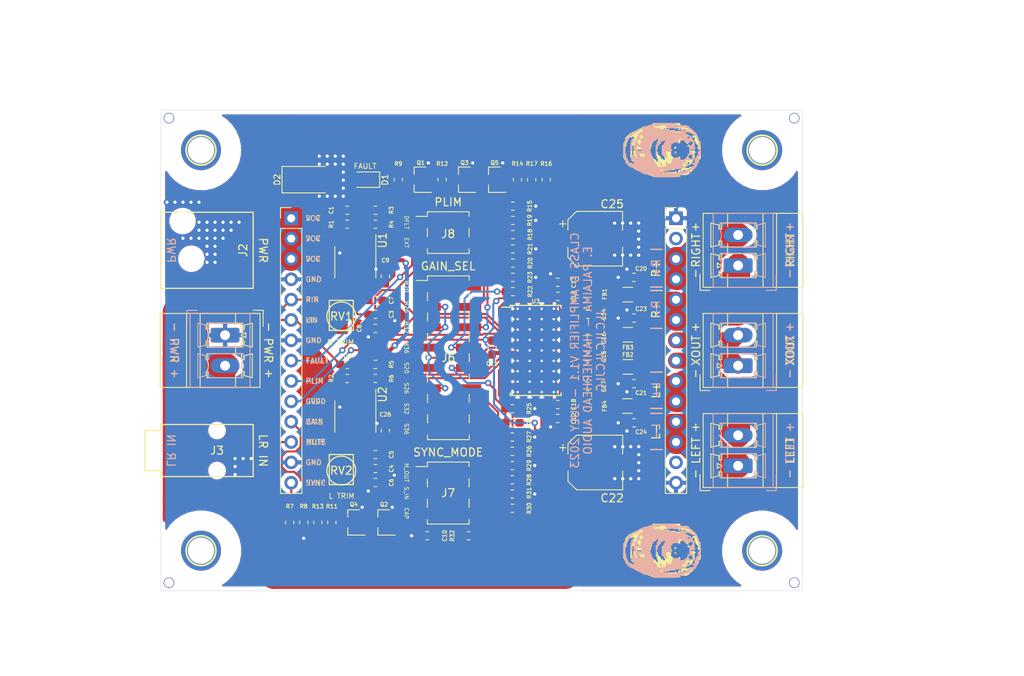
<source format=kicad_pcb>
(kicad_pcb (version 20171130) (host pcbnew "(5.1.2-1)-1")
  (layers (0 F.Cu signal) (31 B.Cu signal) (34 B.Paste user) (35 F.Paste user) (36 B.SilkS user) (37 F.SilkS user) (38 B.Mask user) (39 F.Mask user) (44 Edge.Cuts user))
  (net 0 "")
  (net 1 RIN)
  (net 2 "Net-(C1-Pad1)")
  (net 3 LIN)
  (net 4 "Net-(C2-Pad1)")
  (net 5 GND)
  (net 6 "Net-(C3-Pad1)")
  (net 7 "Net-(C4-Pad1)")
  (net 8 RIN+)
  (net 9 RIN-)
  (net 10 SYNC)
  (net 11 GVDD)
  (net 12 VCC)
  (net 13 "Net-(C16-Pad1)")
  (net 14 "Net-(C16-Pad2)")
  (net 15 "Net-(C17-Pad2)")
  (net 16 "Net-(C17-Pad1)")
  (net 17 R+)
  (net 18 L+)
  (net 19 R-)
  (net 20 L-)
  (net 21 "Net-(D1-Pad1)")
  (net 22 "Net-(D1-Pad2)")
  (net 23 LIN-)
  (net 24 LIN+)
  (net 25 GAIN)
  (net 26 "Net-(Q1-Pad1)")
  (net 27 "Net-(Q2-Pad1)")
  (net 28 "Net-(C5-Pad2)")
  (net 29 "Net-(C7-Pad2)")
  (net 30 "Net-(C14-Pad1)")
  (net 31 "Net-(C14-Pad2)")
  (net 32 "Net-(C15-Pad1)")
  (net 33 "Net-(C15-Pad2)")
  (net 34 "Net-(Q2-Pad3)")
  (net 35 "Net-(Q3-Pad1)")
  (net 36 "Net-(Q4-Pad3)")
  (net 37 "Net-(R14-Pad1)")
  (net 38 "Net-(RV1-Pad3)")
  (net 39 "Net-(RV1-Pad2)")
  (net 40 "Net-(RV2-Pad2)")
  (net 41 "Net-(RV2-Pad3)")
  (net 42 PLIM)
  (net 43 "Net-(Q5-Pad1)")
  (net 44 FAULT)
  (net 45 MUTE)
  (net 46 "Net-(J15-Pad1)")
  (net 47 "Net-(J16-Pad1)")
  (net 48 "Net-(J17-Pad1)")
  (net 49 "Net-(J18-Pad1)")
  (net 50 "Net-(C10-Pad2)")
  (net 51 "Net-(J2-Pad3)")
  (net 52 M20DB)
  (net 53 M26DB)
  (net 54 M32DB)
  (net 55 M36DB)
  (net 56 S20DB)
  (net 57 S26DB)
  (net 58 S32DB)
  (net 59 S36DB)
  (net 60 "Net-(J7-Pad1)")
  (net 61 "Net-(J7-Pad2)")
  (net 62 "Net-(J8-Pad3)")
  (net 63 XOUT-)
  (net 64 XOUT+)
  (net 65 "Net-(J13-Pad2)")
  (net 66 "Net-(J13-Pad13)")
  (module HammerheadAudio:JLC_ToolingHole (layer F.Cu) (at 144 94)
    (fp_text reference REF** hide)
    (fp_text value JLC_ToolingHole)
    (pad "" np_thru_hole circle (at 0 0) (size 1.3 1.3) (drill 1.152) (layers *.Cu *.Mask) (clearance 0.25))
  )
  (module HammerheadAudio:JLC_ToolingHole (layer F.Cu) (at 66 94)
    (fp_text reference REF** hide)
    (fp_text value JLC_ToolingHole)
    (pad "" np_thru_hole circle (at 0 0) (size 1.3 1.3) (drill 1.152) (layers *.Cu *.Mask) (clearance 0.25))
  )
  (module HammerheadAudio:JLC_ToolingHole (layer F.Cu) (at 66 36)
    (fp_text reference REF** hide)
    (fp_text value JLC_ToolingHole)
    (pad "" np_thru_hole circle (at 0 0) (size 1.3 1.3) (drill 1.152) (layers *.Cu *.Mask) (clearance 0.25))
  )
  (module HammerheadAudio:JLC_ToolingHole (layer F.Cu) (at 144 36)
    (fp_text reference REF** hide)
    (fp_text value JLC_ToolingHole)
    (pad "" np_thru_hole circle (at 0 0) (size 1.3 1.3) (drill 1.152) (layers *.Cu *.Mask) (clearance 0.25))
  )
  (module HammerheadAudio:Screamer_6x9mm (layer B.Cu) (at 127.5 40 270)
    (fp_text reference G*** hide)
    (fp_text value LOGO hide)
  )
  (module HammerheadAudio:Screamer_6x9mm (layer B.Cu) (at 127.5 90 270)
    (fp_text reference G*** hide)
    (fp_text value LOGO hide)
  )
  (module HammerheadAudio:Screamer_6x9mm (layer F.Cu) (at 127.5 90 90)
    (fp_text reference G*** hide)
    (fp_text value LOGO hide)
  )
  (module HammerheadAudio:Screamer_6x9mm (layer F.Cu) (at 127.5 40 90)
    (fp_text reference G*** hide)
    (fp_text value LOGO hide)
  )
  (module Crossley_Footprints:SMD_DC_Barrel_JLC (layer F.Cu) (at 65 52.5 90)
    (fp_text reference J2 (at 0 10.25 90) (layer F.SilkS))
    (fp_text value POWER)
    (pad "" np_thru_hole circle (at 3.65 2.7 90) (size 2.3 2.3) (drill 2.3) (layers *.Cu *.Mask))
    (pad "" np_thru_hole circle (at -1.05 3.8 90) (size 2.3 2.3) (drill 2.3) (layers *.Cu *.Mask))
    (pad 3 smd rect (at 6 10.2 90) (size 2.5 2) (layers F.Cu F.Paste F.Mask) (net 51 "Net-(J2-Pad3)"))
    (pad 2 smd rect (at 6 6.7 90) (size 2.5 2) (layers F.Cu F.Paste F.Mask) (net 5 GND))
    (pad 1 smd rect (at -6 10.2 90) (size 2.5 2) (layers F.Cu F.Paste F.Mask) (net 12 VCC))
  )
  (module Capacitor_SMD:C_0603_1608Metric_Pad1.05x0.95mm_HandSolder_SmallRef (layer F.Cu) (at 88.25 47.5 180)
    (fp_text reference C1 (at 2 0 270) (layer F.SilkS) (effects (font (size 0.5 0.5) (thickness 0.1))))
    (fp_text value 10uf)
    (pad 2 smd roundrect (at 0.875 0 180) (size 1.05 0.95) (layers F.Cu F.Paste F.Mask) (net 1 RIN))
    (pad 1 smd roundrect (at -0.875 0 180) (size 1.05 0.95) (layers F.Cu F.Paste F.Mask) (net 2 "Net-(C1-Pad1)"))
  )
  (module Capacitor_SMD:C_0603_1608Metric_Pad1.05x0.95mm_HandSolder_SmallRef (layer F.Cu) (at 88.25 66.75 180)
    (fp_text reference C2 (at -0.015 1.0275) (layer F.SilkS) (effects (font (size 0.5 0.5) (thickness 0.1))))
    (fp_text value 10uf)
    (pad 2 smd roundrect (at 0.875 0 180) (size 1.05 0.95) (layers F.Cu F.Paste F.Mask) (net 3 LIN))
    (pad 1 smd roundrect (at -0.875 0 180) (size 1.05 0.95) (layers F.Cu F.Paste F.Mask) (net 4 "Net-(C2-Pad1)"))
  )
  (module Capacitor_SMD:C_0603_1608Metric_Pad1.05x0.95mm_HandSolder_SmallRef (layer F.Cu) (at 91.75 60.5)
    (fp_text reference C3 (at 2 0 270) (layer F.SilkS) (effects (font (size 0.5 0.5) (thickness 0.1))))
    (fp_text value 10uf)
    (pad 2 smd roundrect (at 0.875 0) (size 1.05 0.95) (layers F.Cu F.Paste F.Mask) (net 5 GND))
    (pad 1 smd roundrect (at -0.875 0) (size 1.05 0.95) (layers F.Cu F.Paste F.Mask) (net 6 "Net-(C3-Pad1)"))
  )
  (module Capacitor_SMD:C_0603_1608Metric_Pad1.05x0.95mm_HandSolder_SmallRef (layer F.Cu) (at 91.75 79.75)
    (fp_text reference C4 (at 2 0 270) (layer F.SilkS) (effects (font (size 0.5 0.5) (thickness 0.1))))
    (fp_text value 10uf)
    (pad 2 smd roundrect (at 0.875 0) (size 1.05 0.95) (layers F.Cu F.Paste F.Mask) (net 5 GND))
    (pad 1 smd roundrect (at -0.875 0) (size 1.05 0.95) (layers F.Cu F.Paste F.Mask) (net 7 "Net-(C4-Pad1)"))
  )
  (module Capacitor_SMD:C_0603_1608Metric_Pad1.05x0.95mm_HandSolder_SmallRef (layer F.Cu) (at 91.75 78 180)
    (fp_text reference C5 (at -2 0 270) (layer F.SilkS) (effects (font (size 0.5 0.5) (thickness 0.1))))
    (fp_text value 10uf)
    (pad 1 smd roundrect (at -0.875 0 180) (size 1.05 0.95) (layers F.Cu F.Paste F.Mask) (net 24 LIN+))
    (pad 2 smd roundrect (at 0.875 0 180) (size 1.05 0.95) (layers F.Cu F.Paste F.Mask) (net 28 "Net-(C5-Pad2)"))
  )
  (module Capacitor_SMD:C_0603_1608Metric_Pad1.05x0.95mm_HandSolder_SmallRef (layer F.Cu) (at 91.75 81.5 180)
    (fp_text reference C6 (at -2 0 270) (layer F.SilkS) (effects (font (size 0.5 0.5) (thickness 0.1))))
    (fp_text value 10uf)
    (pad 2 smd roundrect (at 0.875 0 180) (size 1.05 0.95) (layers F.Cu F.Paste F.Mask) (net 5 GND))
    (pad 1 smd roundrect (at -0.875 0 180) (size 1.05 0.95) (layers F.Cu F.Paste F.Mask) (net 23 LIN-))
  )
  (module Capacitor_SMD:C_0603_1608Metric_Pad1.05x0.95mm_HandSolder_SmallRef (layer F.Cu) (at 91.75 58.75 180)
    (fp_text reference C7 (at -2 0 270) (layer F.SilkS) (effects (font (size 0.5 0.5) (thickness 0.1))))
    (fp_text value 10uf)
    (pad 2 smd roundrect (at 0.875 0 180) (size 1.05 0.95) (layers F.Cu F.Paste F.Mask) (net 29 "Net-(C7-Pad2)"))
    (pad 1 smd roundrect (at -0.875 0 180) (size 1.05 0.95) (layers F.Cu F.Paste F.Mask) (net 8 RIN+))
  )
  (module Capacitor_SMD:C_0603_1608Metric_Pad1.05x0.95mm_HandSolder_SmallRef (layer F.Cu) (at 91.75 62.25 180)
    (fp_text reference C8 (at 2 0 90) (layer F.SilkS) (effects (font (size 0.5 0.5) (thickness 0.1))))
    (fp_text value 10uf)
    (pad 2 smd roundrect (at 0.875 0 180) (size 1.05 0.95) (layers F.Cu F.Paste F.Mask) (net 5 GND))
    (pad 1 smd roundrect (at -0.875 0 180) (size 1.05 0.95) (layers F.Cu F.Paste F.Mask) (net 9 RIN-))
  )
  (module Capacitor_SMD:C_0603_1608Metric_Pad1.05x0.95mm_HandSolder_SmallRef (layer F.Cu) (at 106.299 64.643 270)
    (fp_text reference C11 (at 2 0) (layer F.SilkS) (effects (font (size 0.5 0.5) (thickness 0.1))))
    (fp_text value 1uf)
    (pad 1 smd roundrect (at -0.875 0 270) (size 1.05 0.95) (layers F.Cu F.Paste F.Mask) (net 11 GVDD))
    (pad 2 smd roundrect (at 0.875 0 270) (size 1.05 0.95) (layers F.Cu F.Paste F.Mask) (net 5 GND))
  )
  (module Capacitor_SMD:C_0603_1608Metric_Pad1.05x0.95mm_HandSolder_SmallRef (layer F.Cu) (at 114.5 73.5 180)
    (fp_text reference C12 (at -2 0 90) (layer F.SilkS) (effects (font (size 0.5 0.5) (thickness 0.1))))
    (fp_text value 100nf)
    (pad 2 smd roundrect (at 0.875 0 180) (size 1.05 0.95) (layers F.Cu F.Paste F.Mask) (net 5 GND))
    (pad 1 smd roundrect (at -0.875 0 180) (size 1.05 0.95) (layers F.Cu F.Paste F.Mask) (net 12 VCC))
  )
  (module Capacitor_SMD:C_0603_1608Metric_Pad1.05x0.95mm_HandSolder_SmallRef (layer F.Cu) (at 114.5 56.5 180)
    (fp_text reference C13 (at -2 0 90) (layer F.SilkS) (effects (font (size 0.5 0.5) (thickness 0.1))))
    (fp_text value 100nf)
    (pad 1 smd roundrect (at -0.875 0 180) (size 1.05 0.95) (layers F.Cu F.Paste F.Mask) (net 12 VCC))
    (pad 2 smd roundrect (at 0.875 0 180) (size 1.05 0.95) (layers F.Cu F.Paste F.Mask) (net 5 GND))
  )
  (module Capacitor_SMD:C_0603_1608Metric_Pad1.05x0.95mm_HandSolder_SmallRef (layer F.Cu) (at 118.25 60.5 180)
    (fp_text reference C14 (at -2 0 90) (layer F.SilkS) (effects (font (size 0.5 0.5) (thickness 0.1))))
    (fp_text value 220nf)
    (pad 2 smd roundrect (at 0.875 0 180) (size 1.05 0.95) (layers F.Cu F.Paste F.Mask) (net 31 "Net-(C14-Pad2)"))
    (pad 1 smd roundrect (at -0.875 0 180) (size 1.05 0.95) (layers F.Cu F.Paste F.Mask) (net 30 "Net-(C14-Pad1)"))
  )
  (module Capacitor_SMD:C_0603_1608Metric_Pad1.05x0.95mm_HandSolder_SmallRef (layer F.Cu) (at 118.25 65.75 180)
    (fp_text reference C15 (at -2 0 270) (layer F.SilkS) (effects (font (size 0.5 0.5) (thickness 0.1))))
    (fp_text value 220nf)
    (pad 2 smd roundrect (at 0.875 0 180) (size 1.05 0.95) (layers F.Cu F.Paste F.Mask) (net 33 "Net-(C15-Pad2)"))
    (pad 1 smd roundrect (at -0.875 0 180) (size 1.05 0.95) (layers F.Cu F.Paste F.Mask) (net 32 "Net-(C15-Pad1)"))
  )
  (module Capacitor_SMD:C_0603_1608Metric_Pad1.05x0.95mm_HandSolder_SmallRef (layer F.Cu) (at 118.25 63.5 180)
    (fp_text reference C16 (at -2 0 90) (layer F.SilkS) (effects (font (size 0.5 0.5) (thickness 0.1))))
    (fp_text value 220nf)
    (pad 1 smd roundrect (at -0.875 0 180) (size 1.05 0.95) (layers F.Cu F.Paste F.Mask) (net 13 "Net-(C16-Pad1)"))
    (pad 2 smd roundrect (at 0.875 0 180) (size 1.05 0.95) (layers F.Cu F.Paste F.Mask) (net 14 "Net-(C16-Pad2)"))
  )
  (module Capacitor_SMD:C_0603_1608Metric_Pad1.05x0.95mm_HandSolder_SmallRef (layer F.Cu) (at 118.25 69.5)
    (fp_text reference C17 (at 2 0 270) (layer F.SilkS) (effects (font (size 0.5 0.5) (thickness 0.1))))
    (fp_text value 220nf)
    (pad 1 smd roundrect (at -0.875 0) (size 1.05 0.95) (layers F.Cu F.Paste F.Mask) (net 16 "Net-(C17-Pad1)"))
    (pad 2 smd roundrect (at 0.875 0) (size 1.05 0.95) (layers F.Cu F.Paste F.Mask) (net 15 "Net-(C17-Pad2)"))
  )
  (module Capacitor_SMD:C_0603_1608Metric_Pad1.05x0.95mm_HandSolder_SmallRef (layer F.Cu) (at 114.5 71.75 180)
    (fp_text reference C18 (at -2 0 90) (layer F.SilkS) (effects (font (size 0.5 0.5) (thickness 0.1))))
    (fp_text value 1nf)
    (pad 1 smd roundrect (at -0.875 0 180) (size 1.05 0.95) (layers F.Cu F.Paste F.Mask) (net 12 VCC))
    (pad 2 smd roundrect (at 0.875 0 180) (size 1.05 0.95) (layers F.Cu F.Paste F.Mask) (net 5 GND))
  )
  (module Capacitor_SMD:C_0603_1608Metric_Pad1.05x0.95mm_HandSolder_SmallRef (layer F.Cu) (at 114.5 58.25 180)
    (fp_text reference C19 (at -2 0 90) (layer F.SilkS) (effects (font (size 0.5 0.5) (thickness 0.1))))
    (fp_text value 1nf)
    (pad 2 smd roundrect (at 0.875 0 180) (size 1.05 0.95) (layers F.Cu F.Paste F.Mask) (net 5 GND))
    (pad 1 smd roundrect (at -0.875 0 180) (size 1.05 0.95) (layers F.Cu F.Paste F.Mask) (net 12 VCC))
  )
  (module Capacitor_SMD:C_0603_1608Metric_Pad1.05x0.95mm_HandSolder_SmallRef (layer F.Cu) (at 124.012 55.88 180)
    (fp_text reference C20 (at -0.8925 1.0795 180) (layer F.SilkS) (effects (font (size 0.5 0.5) (thickness 0.1))))
    (fp_text value 1nf)
    (pad 1 smd roundrect (at -0.875 0 180) (size 1.05 0.95) (layers F.Cu F.Paste F.Mask) (net 17 R+))
    (pad 2 smd roundrect (at 0.875 0 180) (size 1.05 0.95) (layers F.Cu F.Paste F.Mask) (net 5 GND))
  )
  (module Capacitor_SMD:C_0603_1608Metric_Pad1.05x0.95mm_HandSolder_SmallRef (layer F.Cu) (at 124.0155 69.1515 180)
    (fp_text reference C21 (at -0.889 -1.143 180) (layer F.SilkS) (effects (font (size 0.5 0.5) (thickness 0.1))))
    (fp_text value 1nf)
    (pad 1 smd roundrect (at -0.875 0 180) (size 1.05 0.95) (layers F.Cu F.Paste F.Mask) (net 18 L+))
    (pad 2 smd roundrect (at 0.875 0 180) (size 1.05 0.95) (layers F.Cu F.Paste F.Mask) (net 5 GND))
  )
  (module Capacitor_SMD:C_0603_1608Metric_Pad1.05x0.95mm_HandSolder_SmallRef (layer F.Cu) (at 124.012 60.96 180)
    (fp_text reference C23 (at -0.8925 1.143 180) (layer F.SilkS) (effects (font (size 0.5 0.5) (thickness 0.1))))
    (fp_text value 1nf)
    (pad 1 smd roundrect (at -0.875 0 180) (size 1.05 0.95) (layers F.Cu F.Paste F.Mask) (net 19 R-))
    (pad 2 smd roundrect (at 0.875 0 180) (size 1.05 0.95) (layers F.Cu F.Paste F.Mask) (net 5 GND))
  )
  (module Capacitor_SMD:C_0603_1608Metric_Pad1.05x0.95mm_HandSolder_SmallRef (layer F.Cu) (at 124.0155 74.041 180)
    (fp_text reference C24 (at -0.889 -1.143 180) (layer F.SilkS) (effects (font (size 0.5 0.5) (thickness 0.1))))
    (fp_text value 1nf)
    (pad 1 smd roundrect (at -0.875 0 180) (size 1.05 0.95) (layers F.Cu F.Paste F.Mask) (net 20 L-))
    (pad 2 smd roundrect (at 0.875 0 180) (size 1.05 0.95) (layers F.Cu F.Paste F.Mask) (net 5 GND))
  )
  (module LED_SMD:LED_0805_2012Metric_Pad1.15x1.40mm_HandSolder (layer F.Cu) (at 90.424 43.688 180)
    (fp_text reference D1 (at -2.525 0 270) (layer F.SilkS) (effects (font (size 0.75 0.75) (thickness 0.125))))
    (fp_text value FAULT)
    (pad 1 smd roundrect (at -1.025 0 180) (size 1.15 1.4) (layers F.Cu F.Paste F.Mask) (roundrect_rratio 0.217391) (net 21 "Net-(D1-Pad1)"))
    (pad 2 smd roundrect (at 1.025 0 180) (size 1.15 1.4) (layers F.Cu F.Paste F.Mask) (roundrect_rratio 0.217391) (net 22 "Net-(D1-Pad2)"))
  )
  (module Inductor_SMD:L_1206_3216Metric_Pad1.42x1.75mm_HandSolder (layer F.Cu) (at 123.2535 58.039 180)
    (fp_text reference FB1 (at 2.9175 0.0635 90) (layer F.SilkS) (effects (font (size 0.5 0.5) (thickness 0.1))))
    (fp_text value Filter)
    (pad 2 smd roundrect (at 1.4875 0 180) (size 1.425 1.75) (layers F.Cu F.Paste F.Mask) (roundrect_rratio 0.175439) (net 30 "Net-(C14-Pad1)"))
    (pad 1 smd roundrect (at -1.4875 0 180) (size 1.425 1.75) (layers F.Cu F.Paste F.Mask) (roundrect_rratio 0.175439) (net 17 R+))
  )
  (module Inductor_SMD:L_1206_3216Metric_Pad1.42x1.75mm_HandSolder (layer F.Cu) (at 123.2408 67.056 180)
    (fp_text reference FB2 (at 0 1.524) (layer F.SilkS) (effects (font (size 0.5 0.5) (thickness 0.1))))
    (fp_text value Filter)
    (pad 2 smd roundrect (at 1.4875 0 180) (size 1.425 1.75) (layers F.Cu F.Paste F.Mask) (roundrect_rratio 0.175439) (net 32 "Net-(C15-Pad1)"))
    (pad 1 smd roundrect (at -1.4875 0 180) (size 1.425 1.75) (layers F.Cu F.Paste F.Mask) (roundrect_rratio 0.175439) (net 18 L+))
  )
  (module Inductor_SMD:L_1206_3216Metric_Pad1.42x1.75mm_HandSolder (layer F.Cu) (at 123.25 63.044 180)
    (fp_text reference FB3 (at 0 -1.5736) (layer F.SilkS) (effects (font (size 0.5 0.5) (thickness 0.1))))
    (fp_text value Filter)
    (pad 1 smd roundrect (at -1.4875 0 180) (size 1.425 1.75) (layers F.Cu F.Paste F.Mask) (roundrect_rratio 0.175439) (net 19 R-))
    (pad 2 smd roundrect (at 1.4875 0 180) (size 1.425 1.75) (layers F.Cu F.Paste F.Mask) (roundrect_rratio 0.175439) (net 14 "Net-(C16-Pad2)"))
  )
  (module Inductor_SMD:L_1206_3216Metric_Pad1.42x1.75mm_HandSolder (layer F.Cu) (at 123.19 71.9455 180)
    (fp_text reference FB4 (at 2.8575 0 90) (layer F.SilkS) (effects (font (size 0.5 0.5) (thickness 0.1))))
    (fp_text value Filter)
    (pad 1 smd roundrect (at -1.4875 0 180) (size 1.425 1.75) (layers F.Cu F.Paste F.Mask) (roundrect_rratio 0.175439) (net 20 L-))
    (pad 2 smd roundrect (at 1.4875 0 180) (size 1.425 1.75) (layers F.Cu F.Paste F.Mask) (roundrect_rratio 0.175439) (net 15 "Net-(C17-Pad2)"))
  )
  (module Package_TO_SOT_SMD:SOT-23 (layer F.Cu) (at 92.821 86.472 180)
    (fp_text reference Q2 (at 0 2.25) (layer F.SilkS) (effects (font (size 0.5 0.5) (thickness 0.1))))
    (fp_text value MMBT3904)
    (pad 3 smd rect (at 1 0 180) (size 0.9 0.8) (layers F.Cu F.Paste F.Mask) (net 34 "Net-(Q2-Pad3)"))
    (pad 2 smd rect (at -1 0.95 180) (size 0.9 0.8) (layers F.Cu F.Paste F.Mask) (net 5 GND))
    (pad 1 smd rect (at -1 -0.95 180) (size 0.9 0.8) (layers F.Cu F.Paste F.Mask) (net 27 "Net-(Q2-Pad1)"))
  )
  (module Package_TO_SOT_SMD:SOT-23 (layer F.Cu) (at 97.345 43.688 180)
    (fp_text reference Q1 (at -0.064 2.118) (layer F.SilkS) (effects (font (size 0.5 0.5) (thickness 0.1))))
    (fp_text value MMBT3904)
    (pad 1 smd rect (at -1 -0.95 180) (size 0.9 0.8) (layers F.Cu F.Paste F.Mask) (net 26 "Net-(Q1-Pad1)"))
    (pad 2 smd rect (at -1 0.95 180) (size 0.9 0.8) (layers F.Cu F.Paste F.Mask) (net 5 GND))
    (pad 3 smd rect (at 1 0 180) (size 0.9 0.8) (layers F.Cu F.Paste F.Mask) (net 21 "Net-(D1-Pad1)"))
  )
  (module Package_TO_SOT_SMD:SOT-23 (layer F.Cu) (at 89.071 86.472 180)
    (fp_text reference Q4 (at 0 2.25) (layer F.SilkS) (effects (font (size 0.5 0.5) (thickness 0.1))))
    (fp_text value MMBT3904)
    (pad 1 smd rect (at -1 -0.95 180) (size 0.9 0.8) (layers F.Cu F.Paste F.Mask) (net 34 "Net-(Q2-Pad3)"))
    (pad 2 smd rect (at -1 0.95 180) (size 0.9 0.8) (layers F.Cu F.Paste F.Mask) (net 5 GND))
    (pad 3 smd rect (at 1 0 180) (size 0.9 0.8) (layers F.Cu F.Paste F.Mask) (net 36 "Net-(Q4-Pad3)"))
  )
  (module Package_TO_SOT_SMD:SOT-23 (layer F.Cu) (at 102.873 43.688 180)
    (fp_text reference Q3 (at 0.003 2.118) (layer F.SilkS) (effects (font (size 0.5 0.5) (thickness 0.1))))
    (fp_text value MMBT3904)
    (pad 3 smd rect (at 1 0 180) (size 0.9 0.8) (layers F.Cu F.Paste F.Mask) (net 26 "Net-(Q1-Pad1)"))
    (pad 2 smd rect (at -1 0.95 180) (size 0.9 0.8) (layers F.Cu F.Paste F.Mask) (net 5 GND))
    (pad 1 smd rect (at -1 -0.95 180) (size 0.9 0.8) (layers F.Cu F.Paste F.Mask) (net 35 "Net-(Q3-Pad1)"))
  )
  (module Resistor_SMD:R_0603_1608Metric_Pad1.05x0.95mm_HandSolder_SmallRef (layer F.Cu) (at 88.25 49.25)
    (fp_text reference R1 (at -2 0 270) (layer F.SilkS) (effects (font (size 0.5 0.5) (thickness 0.1))))
    (fp_text value 1M)
    (pad 1 smd roundrect (at -0.875 0) (size 1.05 0.95) (layers F.Cu F.Paste F.Mask) (net 1 RIN))
    (pad 2 smd roundrect (at 0.875 0) (size 1.05 0.95) (layers F.Cu F.Paste F.Mask) (net 5 GND))
  )
  (module Resistor_SMD:R_0603_1608Metric_Pad1.05x0.95mm_HandSolder_SmallRef (layer F.Cu) (at 88.25 68.5)
    (fp_text reference R2 (at -2 0 270) (layer F.SilkS) (effects (font (size 0.5 0.5) (thickness 0.1))))
    (fp_text value 1M)
    (pad 1 smd roundrect (at -0.875 0) (size 1.05 0.95) (layers F.Cu F.Paste F.Mask) (net 3 LIN))
    (pad 2 smd roundrect (at 0.875 0) (size 1.05 0.95) (layers F.Cu F.Paste F.Mask) (net 5 GND))
  )
  (module Resistor_SMD:R_0603_1608Metric_Pad1.05x0.95mm_HandSolder_SmallRef (layer F.Cu) (at 91.75 47.5 180)
    (fp_text reference R3 (at -2 0 270) (layer F.SilkS) (effects (font (size 0.5 0.5) (thickness 0.1))))
    (fp_text value 1M)
    (pad 2 smd roundrect (at 0.875 0 180) (size 1.05 0.95) (layers F.Cu F.Paste F.Mask) (net 2 "Net-(C1-Pad1)"))
    (pad 1 smd roundrect (at -0.875 0 180) (size 1.05 0.95) (layers F.Cu F.Paste F.Mask) (net 12 VCC))
  )
  (module Resistor_SMD:R_0603_1608Metric_Pad1.05x0.95mm_HandSolder_SmallRef (layer F.Cu) (at 91.75 49.25 180)
    (fp_text reference R4 (at -2 0 270) (layer F.SilkS) (effects (font (size 0.5 0.5) (thickness 0.1))))
    (fp_text value 1M)
    (pad 1 smd roundrect (at -0.875 0 180) (size 1.05 0.95) (layers F.Cu F.Paste F.Mask) (net 2 "Net-(C1-Pad1)"))
    (pad 2 smd roundrect (at 0.875 0 180) (size 1.05 0.95) (layers F.Cu F.Paste F.Mask) (net 5 GND))
  )
  (module Resistor_SMD:R_0603_1608Metric_Pad1.05x0.95mm_HandSolder_SmallRef (layer F.Cu) (at 91.75 66.75 180)
    (fp_text reference R5 (at -2 0 270) (layer F.SilkS) (effects (font (size 0.5 0.5) (thickness 0.1))))
    (fp_text value 1M)
    (pad 1 smd roundrect (at -0.875 0 180) (size 1.05 0.95) (layers F.Cu F.Paste F.Mask) (net 12 VCC))
    (pad 2 smd roundrect (at 0.875 0 180) (size 1.05 0.95) (layers F.Cu F.Paste F.Mask) (net 4 "Net-(C2-Pad1)"))
  )
  (module Resistor_SMD:R_0603_1608Metric_Pad1.05x0.95mm_HandSolder_SmallRef (layer F.Cu) (at 91.75 68.5 180)
    (fp_text reference R6 (at -2 0 270) (layer F.SilkS) (effects (font (size 0.5 0.5) (thickness 0.1))))
    (fp_text value 1M)
    (pad 2 smd roundrect (at 0.875 0 180) (size 1.05 0.95) (layers F.Cu F.Paste F.Mask) (net 5 GND))
    (pad 1 smd roundrect (at -0.875 0 180) (size 1.05 0.95) (layers F.Cu F.Paste F.Mask) (net 4 "Net-(C2-Pad1)"))
  )
  (module Resistor_SMD:R_0603_1608Metric_Pad1.05x0.95mm_HandSolder_SmallRef (layer F.Cu) (at 81.071 86.472 90)
    (fp_text reference R7 (at 2 0 180) (layer F.SilkS) (effects (font (size 0.5 0.5) (thickness 0.1))))
    (fp_text value 1k)
    (pad 2 smd roundrect (at 0.875 0 90) (size 1.05 0.95) (layers F.Cu F.Paste F.Mask) (net 45 MUTE))
    (pad 1 smd roundrect (at -0.875 0 90) (size 1.05 0.95) (layers F.Cu F.Paste F.Mask) (net 27 "Net-(Q2-Pad1)"))
  )
  (module Resistor_SMD:R_0603_1608Metric_Pad1.05x0.95mm_HandSolder_SmallRef (layer F.Cu) (at 82.821 86.472 270)
    (fp_text reference R8 (at -2.017 0.017) (layer F.SilkS) (effects (font (size 0.5 0.5) (thickness 0.1))))
    (fp_text value 100k)
    (pad 1 smd roundrect (at -0.875 0 270) (size 1.05 0.95) (layers F.Cu F.Paste F.Mask) (net 27 "Net-(Q2-Pad1)"))
    (pad 2 smd roundrect (at 0.875 0 270) (size 1.05 0.95) (layers F.Cu F.Paste F.Mask) (net 5 GND))
  )
  (module Resistor_SMD:R_0603_1608Metric_Pad1.05x0.95mm_HandSolder_SmallRef (layer F.Cu) (at 86.321 86.472 270)
    (fp_text reference R11 (at -2 0 180) (layer F.SilkS) (effects (font (size 0.5 0.5) (thickness 0.1))))
    (fp_text value 100k)
    (pad 2 smd roundrect (at 0.875 0 270) (size 1.05 0.95) (layers F.Cu F.Paste F.Mask) (net 34 "Net-(Q2-Pad3)"))
    (pad 1 smd roundrect (at -0.875 0 270) (size 1.05 0.95) (layers F.Cu F.Paste F.Mask) (net 12 VCC))
  )
  (module Resistor_SMD:R_0603_1608Metric_Pad1.05x0.95mm_HandSolder_SmallRef (layer F.Cu) (at 94.615 43.688 270)
    (fp_text reference R9 (at -1.991 0 180) (layer F.SilkS) (effects (font (size 0.5 0.5) (thickness 0.1))))
    (fp_text value 2.2k)
    (pad 2 smd roundrect (at 0.875 0 270) (size 1.05 0.95) (layers F.Cu F.Paste F.Mask) (net 22 "Net-(D1-Pad2)"))
    (pad 1 smd roundrect (at -0.875 0 270) (size 1.05 0.95) (layers F.Cu F.Paste F.Mask) (net 12 VCC))
  )
  (module Resistor_SMD:R_0603_1608Metric_Pad1.05x0.95mm_HandSolder_SmallRef (layer F.Cu) (at 84.571 86.472 270)
    (fp_text reference R13 (at -2 0 180) (layer F.SilkS) (effects (font (size 0.5 0.5) (thickness 0.1))))
    (fp_text value 100k)
    (pad 1 smd roundrect (at -0.875 0 270) (size 1.05 0.95) (layers F.Cu F.Paste F.Mask) (net 12 VCC))
    (pad 2 smd roundrect (at 0.875 0 270) (size 1.05 0.95) (layers F.Cu F.Paste F.Mask) (net 36 "Net-(Q4-Pad3)"))
  )
  (module Resistor_SMD:R_0603_1608Metric_Pad1.05x0.95mm_HandSolder_SmallRef (layer F.Cu) (at 100.076 43.688 270)
    (fp_text reference R12 (at -1.991 -0.006 180) (layer F.SilkS) (effects (font (size 0.5 0.5) (thickness 0.1))))
    (fp_text value 100k)
    (pad 1 smd roundrect (at -0.875 0 270) (size 1.05 0.95) (layers F.Cu F.Paste F.Mask) (net 12 VCC))
    (pad 2 smd roundrect (at 0.875 0 270) (size 1.05 0.95) (layers F.Cu F.Paste F.Mask) (net 26 "Net-(Q1-Pad1)"))
  )
  (module Resistor_SMD:R_0603_1608Metric_Pad1.05x0.95mm_HandSolder_SmallRef (layer F.Cu) (at 109.474 43.688 90)
    (fp_text reference R14 (at 2 0 180) (layer F.SilkS) (effects (font (size 0.5 0.5) (thickness 0.1))))
    (fp_text value 100k)
    (pad 2 smd roundrect (at 0.875 0 90) (size 1.05 0.95) (layers F.Cu F.Paste F.Mask) (net 35 "Net-(Q3-Pad1)"))
    (pad 1 smd roundrect (at -0.875 0 90) (size 1.05 0.95) (layers F.Cu F.Paste F.Mask) (net 37 "Net-(R14-Pad1)"))
  )
  (module Resistor_SMD:R_0603_1608Metric_Pad1.05x0.95mm_HandSolder_SmallRef (layer F.Cu) (at 113.067 43.688 270)
    (fp_text reference R16 (at -2 0) (layer F.SilkS) (effects (font (size 0.5 0.5) (thickness 0.1))))
    (fp_text value 10k)
    (pad 1 smd roundrect (at -0.875 0 270) (size 1.05 0.95) (layers F.Cu F.Paste F.Mask) (net 12 VCC))
    (pad 2 smd roundrect (at 0.875 0 270) (size 1.05 0.95) (layers F.Cu F.Paste F.Mask) (net 37 "Net-(R14-Pad1)"))
  )
  (module Crossley_Footprints:SMD_TRIM_JLC (layer F.Cu) (at 87.5 60.75 180)
    (fp_text reference RV1 (at 0 0) (layer F.SilkS))
    (fp_text value 20k)
    (pad 1 smd rect (at -1.4 1.8 180) (size 1.2 1.2) (layers F.Cu F.Paste F.Mask) (net 6 "Net-(C3-Pad1)"))
    (pad 3 smd rect (at 1.4 1.8 180) (size 1.2 1.2) (layers F.Cu F.Paste F.Mask) (net 38 "Net-(RV1-Pad3)"))
    (pad 2 smd rect (at 0 -1.45 180) (size 1.6 1.5) (layers F.Cu F.Paste F.Mask) (net 39 "Net-(RV1-Pad2)"))
  )
  (module Crossley_Footprints:SMD_TRIM_JLC (layer F.Cu) (at 87.5 80 180)
    (fp_text reference RV2 (at 0 0) (layer F.SilkS))
    (fp_text value 20k)
    (pad 2 smd rect (at 0 -1.45 180) (size 1.6 1.5) (layers F.Cu F.Paste F.Mask) (net 40 "Net-(RV2-Pad2)"))
    (pad 3 smd rect (at 1.4 1.8 180) (size 1.2 1.2) (layers F.Cu F.Paste F.Mask) (net 41 "Net-(RV2-Pad3)"))
    (pad 1 smd rect (at -1.4 1.8 180) (size 1.2 1.2) (layers F.Cu F.Paste F.Mask) (net 7 "Net-(C4-Pad1)"))
  )
  (module Package_SO:SO-8_3.9x4.9mm_P1.27mm (layer F.Cu) (at 89.25 54 270)
    (fp_text reference U1 (at -2.75 -3.4 90) (layer F.SilkS))
    (fp_text value NE5532)
    (pad 8 smd roundrect (at 2.575 -1.905 270) (size 1.75 0.6) (layers F.Cu F.Paste F.Mask) (net 12 VCC))
    (pad 7 smd roundrect (at 2.575 -0.635 270) (size 1.75 0.6) (layers F.Cu F.Paste F.Mask) (net 29 "Net-(C7-Pad2)"))
    (pad 6 smd roundrect (at 2.575 0.635 270) (size 1.75 0.6) (layers F.Cu F.Paste F.Mask) (net 29 "Net-(C7-Pad2)"))
    (pad 5 smd roundrect (at 2.575 1.905 270) (size 1.75 0.6) (layers F.Cu F.Paste F.Mask) (net 39 "Net-(RV1-Pad2)"))
    (pad 4 smd roundrect (at -2.575 1.905 270) (size 1.75 0.6) (layers F.Cu F.Paste F.Mask) (net 5 GND))
    (pad 3 smd roundrect (at -2.575 0.635 270) (size 1.75 0.6) (layers F.Cu F.Paste F.Mask) (net 2 "Net-(C1-Pad1)"))
    (pad 2 smd roundrect (at -2.575 -0.635 270) (size 1.75 0.6) (layers F.Cu F.Paste F.Mask) (net 38 "Net-(RV1-Pad3)"))
    (pad 1 smd roundrect (at -2.575 -1.905 270) (size 1.75 0.6) (layers F.Cu F.Paste F.Mask) (net 38 "Net-(RV1-Pad3)"))
  )
  (module Package_SO:SO-8_3.9x4.9mm_P1.27mm (layer F.Cu) (at 89.25 73.25 270)
    (fp_text reference U2 (at -2.75 -3.4 90) (layer F.SilkS))
    (fp_text value NE5532)
    (pad 1 smd roundrect (at -2.575 -1.905 270) (size 1.75 0.6) (layers F.Cu F.Paste F.Mask) (net 41 "Net-(RV2-Pad3)"))
    (pad 2 smd roundrect (at -2.575 -0.635 270) (size 1.75 0.6) (layers F.Cu F.Paste F.Mask) (net 41 "Net-(RV2-Pad3)"))
    (pad 3 smd roundrect (at -2.575 0.635 270) (size 1.75 0.6) (layers F.Cu F.Paste F.Mask) (net 4 "Net-(C2-Pad1)"))
    (pad 4 smd roundrect (at -2.575 1.905 270) (size 1.75 0.6) (layers F.Cu F.Paste F.Mask) (net 5 GND))
    (pad 5 smd roundrect (at 2.575 1.905 270) (size 1.75 0.6) (layers F.Cu F.Paste F.Mask) (net 40 "Net-(RV2-Pad2)"))
    (pad 6 smd roundrect (at 2.575 0.635 270) (size 1.75 0.6) (layers F.Cu F.Paste F.Mask) (net 28 "Net-(C5-Pad2)"))
    (pad 7 smd roundrect (at 2.575 -0.635 270) (size 1.75 0.6) (layers F.Cu F.Paste F.Mask) (net 28 "Net-(C5-Pad2)"))
    (pad 8 smd roundrect (at 2.575 -1.905 270) (size 1.75 0.6) (layers F.Cu F.Paste F.Mask) (net 12 VCC))
  )
  (module Package_SO:HTSSOP-32-1EP_6.1x11mm_P0.65mm_EP5.2x11mm_Mask4.11x4.36mm_ThermalVias (layer F.Cu) (at 111.75 65)
    (fp_text reference U3 (at 0.01 -6.1355) (layer F.SilkS) (effects (font (size 0.5 0.5) (thickness 0.1))))
    (fp_text value TPA3118D2)
    (pad 33 smd rect (at 0 0) (size 5.2 11) (layers B.Cu) (net 5 GND))
    (pad 33 thru_hole circle (at 0.75 5.2) (size 0.6 0.6) (drill 0.3) (layers *.Cu) (net 5 GND))
    (pad 33 thru_hole circle (at 2.25 5.2) (size 0.6 0.6) (drill 0.3) (layers *.Cu) (net 5 GND))
    (pad 33 thru_hole circle (at -2.25 5.2) (size 0.6 0.6) (drill 0.3) (layers *.Cu) (net 5 GND))
    (pad 33 thru_hole circle (at -0.75 5.2) (size 0.6 0.6) (drill 0.3) (layers *.Cu) (net 5 GND))
    (pad 33 thru_hole circle (at 0.75 3.9) (size 0.6 0.6) (drill 0.3) (layers *.Cu) (net 5 GND))
    (pad 33 thru_hole circle (at 0.75 2.6) (size 0.6 0.6) (drill 0.3) (layers *.Cu) (net 5 GND))
    (pad 33 thru_hole circle (at -0.75 2.6) (size 0.6 0.6) (drill 0.3) (layers *.Cu) (net 5 GND))
    (pad 33 thru_hole circle (at -2.25 2.6) (size 0.6 0.6) (drill 0.3) (layers *.Cu) (net 5 GND))
    (pad 33 thru_hole circle (at -0.75 3.9) (size 0.6 0.6) (drill 0.3) (layers *.Cu) (net 5 GND))
    (pad 33 thru_hole circle (at 2.25 3.9) (size 0.6 0.6) (drill 0.3) (layers *.Cu) (net 5 GND))
    (pad 33 thru_hole circle (at -2.25 3.9) (size 0.6 0.6) (drill 0.3) (layers *.Cu) (net 5 GND))
    (pad 33 thru_hole circle (at 2.25 2.6) (size 0.6 0.6) (drill 0.3) (layers *.Cu) (net 5 GND))
    (pad 33 thru_hole circle (at 0.75 1.3) (size 0.6 0.6) (drill 0.3) (layers *.Cu) (net 5 GND))
    (pad 33 thru_hole circle (at 0.75 0) (size 0.6 0.6) (drill 0.3) (layers *.Cu) (net 5 GND))
    (pad 33 thru_hole circle (at -0.75 0) (size 0.6 0.6) (drill 0.3) (layers *.Cu) (net 5 GND))
    (pad 33 thru_hole circle (at -2.25 0) (size 0.6 0.6) (drill 0.3) (layers *.Cu) (net 5 GND))
    (pad 33 thru_hole circle (at -0.75 1.3) (size 0.6 0.6) (drill 0.3) (layers *.Cu) (net 5 GND))
    (pad 33 thru_hole circle (at 2.25 1.3) (size 0.6 0.6) (drill 0.3) (layers *.Cu) (net 5 GND))
    (pad 33 thru_hole circle (at -2.25 1.3) (size 0.6 0.6) (drill 0.3) (layers *.Cu) (net 5 GND))
    (pad 33 thru_hole circle (at 2.25 0) (size 0.6 0.6) (drill 0.3) (layers *.Cu) (net 5 GND))
    (pad 33 thru_hole circle (at 0.75 -1.3) (size 0.6 0.6) (drill 0.3) (layers *.Cu) (net 5 GND))
    (pad 33 thru_hole circle (at 0.75 -2.6) (size 0.6 0.6) (drill 0.3) (layers *.Cu) (net 5 GND))
    (pad 33 thru_hole circle (at -0.75 -2.6) (size 0.6 0.6) (drill 0.3) (layers *.Cu) (net 5 GND))
    (pad 33 thru_hole circle (at -2.25 -2.6) (size 0.6 0.6) (drill 0.3) (layers *.Cu) (net 5 GND))
    (pad 33 thru_hole circle (at -0.75 -1.3) (size 0.6 0.6) (drill 0.3) (layers *.Cu) (net 5 GND))
    (pad 33 thru_hole circle (at 2.25 -1.3) (size 0.6 0.6) (drill 0.3) (layers *.Cu) (net 5 GND))
    (pad 33 thru_hole circle (at -2.25 -1.3) (size 0.6 0.6) (drill 0.3) (layers *.Cu) (net 5 GND))
    (pad 33 thru_hole circle (at 2.25 -2.6) (size 0.6 0.6) (drill 0.3) (layers *.Cu) (net 5 GND))
    (pad 33 thru_hole circle (at 2.25 -3.9) (size 0.6 0.6) (drill 0.3) (layers *.Cu) (net 5 GND))
    (pad 33 thru_hole circle (at 0.75 -3.9) (size 0.6 0.6) (drill 0.3) (layers *.Cu) (net 5 GND))
    (pad 33 thru_hole circle (at -0.75 -3.9) (size 0.6 0.6) (drill 0.3) (layers *.Cu) (net 5 GND))
    (pad 33 thru_hole circle (at -2.25 -3.9) (size 0.6 0.6) (drill 0.3) (layers *.Cu) (net 5 GND))
    (pad 33 thru_hole circle (at 2.25 -5.2) (size 0.6 0.6) (drill 0.3) (layers *.Cu) (net 5 GND))
    (pad 33 thru_hole circle (at 0.75 -5.2) (size 0.6 0.6) (drill 0.3) (layers *.Cu) (net 5 GND))
    (pad 33 thru_hole circle (at -0.75 -5.2) (size 0.6 0.6) (drill 0.3) (layers *.Cu) (net 5 GND))
    (pad 33 thru_hole circle (at -2.25 -5.2) (size 0.6 0.6) (drill 0.3) (layers *.Cu) (net 5 GND))
    (pad 33 smd rect (at 0 0) (size 5.2 11) (layers F.Cu) (net 5 GND))
    (pad 32 smd rect (at 3.65 -4.875) (size 1.2 0.4) (layers F.Cu F.Paste F.Mask) (net 12 VCC))
    (pad 31 smd rect (at 3.65 -4.225) (size 1.2 0.4) (layers F.Cu F.Paste F.Mask) (net 12 VCC))
    (pad 30 smd rect (at 3.65 -3.575) (size 1.2 0.4) (layers F.Cu F.Paste F.Mask) (net 31 "Net-(C14-Pad2)"))
    (pad 29 smd rect (at 3.65 -2.925) (size 1.2 0.4) (layers F.Cu F.Paste F.Mask) (net 30 "Net-(C14-Pad1)"))
    (pad 28 smd rect (at 3.65 -2.275) (size 1.2 0.4) (layers F.Cu F.Paste F.Mask) (net 5 GND))
    (pad 27 smd rect (at 3.65 -1.625) (size 1.2 0.4) (layers F.Cu F.Paste F.Mask) (net 14 "Net-(C16-Pad2)"))
    (pad 26 smd rect (at 3.65 -0.975) (size 1.2 0.4) (layers F.Cu F.Paste F.Mask) (net 13 "Net-(C16-Pad1)"))
    (pad 25 smd rect (at 3.65 -0.325) (size 1.2 0.4) (layers F.Cu F.Paste F.Mask) (net 5 GND))
    (pad 24 smd rect (at 3.65 0.325) (size 1.2 0.4) (layers F.Cu F.Paste F.Mask) (net 33 "Net-(C15-Pad2)"))
    (pad 23 smd rect (at 3.65 0.975) (size 1.2 0.4) (layers F.Cu F.Paste F.Mask) (net 32 "Net-(C15-Pad1)"))
    (pad 22 smd rect (at 3.65 1.625) (size 1.2 0.4) (layers F.Cu F.Paste F.Mask) (net 5 GND))
    (pad 21 smd rect (at 3.65 2.275) (size 1.2 0.4) (layers F.Cu F.Paste F.Mask) (net 15 "Net-(C17-Pad2)"))
    (pad 20 smd rect (at 3.65 2.925) (size 1.2 0.4) (layers F.Cu F.Paste F.Mask) (net 16 "Net-(C17-Pad1)"))
    (pad 19 smd rect (at 3.65 3.575) (size 1.2 0.4) (layers F.Cu F.Paste F.Mask) (net 12 VCC))
    (pad 18 smd rect (at 3.65 4.225) (size 1.2 0.4) (layers F.Cu F.Paste F.Mask) (net 12 VCC))
    (pad 17 smd rect (at 3.65 4.875) (size 1.2 0.4) (layers F.Cu F.Paste F.Mask) (net 12 VCC))
    (pad 16 smd rect (at -3.65 4.875) (size 1.2 0.4) (layers F.Cu F.Paste F.Mask) (net 61 "Net-(J7-Pad2)"))
    (pad 15 smd rect (at -3.65 4.225) (size 1.2 0.4) (layers F.Cu F.Paste F.Mask) (net 5 GND))
    (pad 14 smd rect (at -3.65 3.575) (size 1.2 0.4) (layers F.Cu F.Paste F.Mask) (net 5 GND))
    (pad 13 smd rect (at -3.65 2.925) (size 1.2 0.4) (layers F.Cu F.Paste F.Mask) (net 5 GND))
    (pad 12 smd rect (at -3.65 2.275) (size 1.2 0.4) (layers F.Cu F.Paste F.Mask) (net 36 "Net-(Q4-Pad3)"))
    (pad 11 smd rect (at -3.65 1.625) (size 1.2 0.4) (layers F.Cu F.Paste F.Mask) (net 23 LIN-))
    (pad 10 smd rect (at -3.65 0.975) (size 1.2 0.4) (layers F.Cu F.Paste F.Mask) (net 24 LIN+))
    (pad 9 smd rect (at -3.65 0.325) (size 1.2 0.4) (layers F.Cu F.Paste F.Mask) (net 5 GND))
    (pad 8 smd rect (at -3.65 -0.325) (size 1.2 0.4) (layers F.Cu F.Paste F.Mask) (net 25 GAIN))
    (pad 7 smd rect (at -3.65 -0.975) (size 1.2 0.4) (layers F.Cu F.Paste F.Mask) (net 11 GVDD))
    (pad 6 smd rect (at -3.65 -1.625) (size 1.2 0.4) (layers F.Cu F.Paste F.Mask) (net 42 PLIM))
    (pad 5 smd rect (at -3.65 -2.275) (size 1.2 0.4) (layers F.Cu F.Paste F.Mask) (net 9 RIN-))
    (pad 4 smd rect (at -3.65 -2.925) (size 1.2 0.4) (layers F.Cu F.Paste F.Mask) (net 8 RIN+))
    (pad 3 smd rect (at -3.65 -3.575) (size 1.2 0.4) (layers F.Cu F.Paste F.Mask) (net 37 "Net-(R14-Pad1)"))
    (pad 2 smd rect (at -3.65 -4.225) (size 1.2 0.4) (layers F.Cu F.Paste F.Mask) (net 37 "Net-(R14-Pad1)"))
    (pad 1 smd rect (at -3.65 -4.875) (size 1.2 0.4) (layers F.Cu F.Paste F.Mask) (net 5 GND))
  )
  (module Capacitor_SMD:CP_Elec_6.3x7.7 (layer F.Cu) (at 119.1895 78.994)
    (fp_text reference C22 (at 2.0955 4.445) (layer F.SilkS))
    (fp_text value 100uf)
    (pad 2 smd roundrect (at 2.7 0) (size 3.5 1.6) (layers F.Cu F.Paste F.Mask) (roundrect_rratio 0.15625) (net 5 GND))
    (pad 1 smd roundrect (at -2.7 0) (size 3.5 1.6) (layers F.Cu F.Paste F.Mask) (roundrect_rratio 0.15625) (net 12 VCC))
  )
  (module Capacitor_SMD:CP_Elec_6.3x7.7 (layer F.Cu) (at 119.1768 51.054)
    (fp_text reference C25 (at 2.1082 -4.318) (layer F.SilkS))
    (fp_text value 100uf)
    (pad 1 smd roundrect (at -2.7 0) (size 3.5 1.6) (layers F.Cu F.Paste F.Mask) (roundrect_rratio 0.15625) (net 12 VCC))
    (pad 2 smd roundrect (at 2.7 0) (size 3.5 1.6) (layers F.Cu F.Paste F.Mask) (roundrect_rratio 0.15625) (net 5 GND))
  )
  (module Capacitor_SMD:C_0603_1608Metric_Pad1.05x0.95mm_HandSolder_SmallRef (layer F.Cu) (at 93 75 90)
    (fp_text reference C26 (at 2 0) (layer F.SilkS) (effects (font (size 0.5 0.5) (thickness 0.1))))
    (fp_text value 100nf)
    (pad 2 smd roundrect (at 0.875 0 90) (size 1.05 0.95) (layers F.Cu F.Paste F.Mask) (net 5 GND))
    (pad 1 smd roundrect (at -0.875 0 90) (size 1.05 0.95) (layers F.Cu F.Paste F.Mask) (net 12 VCC))
  )
  (module Capacitor_SMD:C_0603_1608Metric_Pad1.05x0.95mm_HandSolder_SmallRef (layer F.Cu) (at 93 55.75 90)
    (fp_text reference C9 (at 2 0) (layer F.SilkS) (effects (font (size 0.5 0.5) (thickness 0.1))))
    (fp_text value 100nf)
    (pad 1 smd roundrect (at -0.875 0 90) (size 1.05 0.95) (layers F.Cu F.Paste F.Mask) (net 12 VCC))
    (pad 2 smd roundrect (at 0.875 0 90) (size 1.05 0.95) (layers F.Cu F.Paste F.Mask) (net 5 GND))
  )
  (module HammerheadAudio:3.5mm_JLC_PJ-321A-4A_TRS_Silk (layer F.Cu) (at 72 77.5)
    (fp_text reference J3 (at 0 0) (layer F.SilkS))
    (fp_text value AUDIO_IN)
    (pad "" np_thru_hole circle (at 0 -2.5) (size 1.2 1.2) (drill 1.2) (layers *.Cu *.Mask))
    (pad "" np_thru_hole circle (at 0 2.5) (size 1.2 1.2) (drill 1.2) (layers *.Cu *.Mask))
    (pad R smd rect (at 4 -3.5) (size 1.5 3) (layers F.Cu F.Paste F.Mask) (net 1 RIN))
    (pad S smd rect (at 4 3.5) (size 1.5 3) (layers F.Cu F.Paste F.Mask) (net 5 GND))
    (pad T smd rect (at -3.5 -3.5) (size 1.5 3) (layers F.Cu F.Paste F.Mask) (net 3 LIN))
    (pad T smd rect (at -3.5 3.5) (size 1.5 3) (layers F.Cu F.Paste F.Mask) (net 3 LIN))
  )
  (module Diode_SMD:D_SMA (layer F.Cu) (at 83.5 43.688)
    (fp_text reference D2 (at -4 0 90) (layer F.SilkS) (effects (font (size 0.75 0.75) (thickness 0.125))))
    (fp_text value M7)
    (pad 1 smd rect (at -2 0) (size 2.5 1.8) (layers F.Cu F.Paste F.Mask) (net 12 VCC))
    (pad 2 smd rect (at 2 0) (size 2.5 1.8) (layers F.Cu F.Paste F.Mask) (net 5 GND))
  )
  (module Package_TO_SOT_SMD:SOT-23 (layer F.Cu) (at 106.623 43.688 180)
    (fp_text reference Q5 (at 0 2.118) (layer F.SilkS) (effects (font (size 0.5 0.5) (thickness 0.1))))
    (fp_text value MMBT3904)
    (pad 1 smd rect (at -1 -0.95 180) (size 0.9 0.8) (layers F.Cu F.Paste F.Mask) (net 43 "Net-(Q5-Pad1)"))
    (pad 2 smd rect (at -1 0.95 180) (size 0.9 0.8) (layers F.Cu F.Paste F.Mask) (net 5 GND))
    (pad 3 smd rect (at 1 0 180) (size 0.9 0.8) (layers F.Cu F.Paste F.Mask) (net 44 FAULT))
  )
  (module Resistor_SMD:R_0603_1608Metric_Pad1.05x0.95mm_HandSolder_SmallRef (layer F.Cu) (at 111.252 43.688 270)
    (fp_text reference R17 (at -2 0 180) (layer F.SilkS) (effects (font (size 0.5 0.5) (thickness 0.1))))
    (fp_text value 100k)
    (pad 1 smd roundrect (at -0.875 0 270) (size 1.05 0.95) (layers F.Cu F.Paste F.Mask) (net 43 "Net-(Q5-Pad1)"))
    (pad 2 smd roundrect (at 0.875 0 270) (size 1.05 0.95) (layers F.Cu F.Paste F.Mask) (net 37 "Net-(R14-Pad1)"))
  )
  (module Connector_PinHeader_2.54mm:PinHeader_1x14_P2.54mm_Vertical (layer F.Cu) (at 81.25 48.5)
    (fp_text reference J14 hide)
    (fp_text value INS)
    (pad 14 thru_hole oval (at 0 33.02) (size 1.7 1.7) (drill 1) (layers *.Cu *.Mask) (net 10 SYNC))
    (pad 13 thru_hole oval (at 0 30.48) (size 1.7 1.7) (drill 1) (layers *.Cu *.Mask) (net 5 GND))
    (pad 12 thru_hole oval (at 0 27.94) (size 1.7 1.7) (drill 1) (layers *.Cu *.Mask) (net 45 MUTE))
    (pad 11 thru_hole oval (at 0 25.4) (size 1.7 1.7) (drill 1) (layers *.Cu *.Mask) (net 25 GAIN))
    (pad 10 thru_hole oval (at 0 22.86) (size 1.7 1.7) (drill 1) (layers *.Cu *.Mask) (net 11 GVDD))
    (pad 9 thru_hole oval (at 0 20.32) (size 1.7 1.7) (drill 1) (layers *.Cu *.Mask) (net 42 PLIM))
    (pad 8 thru_hole oval (at 0 17.78) (size 1.7 1.7) (drill 1) (layers *.Cu *.Mask) (net 44 FAULT))
    (pad 7 thru_hole oval (at 0 15.24) (size 1.7 1.7) (drill 1) (layers *.Cu *.Mask) (net 5 GND))
    (pad 6 thru_hole oval (at 0 12.7) (size 1.7 1.7) (drill 1) (layers *.Cu *.Mask) (net 3 LIN))
    (pad 5 thru_hole oval (at 0 10.16) (size 1.7 1.7) (drill 1) (layers *.Cu *.Mask) (net 1 RIN))
    (pad 4 thru_hole oval (at 0 7.62) (size 1.7 1.7) (drill 1) (layers *.Cu *.Mask) (net 5 GND))
    (pad 3 thru_hole oval (at 0 5.08) (size 1.7 1.7) (drill 1) (layers *.Cu *.Mask) (net 12 VCC))
    (pad 2 thru_hole oval (at 0 2.54) (size 1.7 1.7) (drill 1) (layers *.Cu *.Mask) (net 12 VCC))
    (pad 1 thru_hole rect (at 0 0) (size 1.7 1.7) (drill 1) (layers *.Cu *.Mask) (net 12 VCC))
  )
  (module Connector_PinHeader_2.54mm:PinHeader_1x14_P2.54mm_Vertical (layer F.Cu) (at 129.25 48.5)
    (fp_text reference J13 hide)
    (fp_text value OUTS)
    (pad 1 thru_hole rect (at 0 0) (size 1.7 1.7) (drill 1) (layers *.Cu *.Mask) (net 5 GND))
    (pad 2 thru_hole oval (at 0 2.54) (size 1.7 1.7) (drill 1) (layers *.Cu *.Mask) (net 65 "Net-(J13-Pad2)"))
    (pad 3 thru_hole oval (at 0 5.08) (size 1.7 1.7) (drill 1) (layers *.Cu *.Mask) (net 17 R+))
    (pad 4 thru_hole oval (at 0 7.62) (size 1.7 1.7) (drill 1) (layers *.Cu *.Mask) (net 17 R+))
    (pad 5 thru_hole oval (at 0 10.16) (size 1.7 1.7) (drill 1) (layers *.Cu *.Mask) (net 19 R-))
    (pad 6 thru_hole oval (at 0 12.7) (size 1.7 1.7) (drill 1) (layers *.Cu *.Mask) (net 19 R-))
    (pad 7 thru_hole oval (at 0 15.24) (size 1.7 1.7) (drill 1) (layers *.Cu *.Mask) (net 64 XOUT+))
    (pad 8 thru_hole oval (at 0 17.78) (size 1.7 1.7) (drill 1) (layers *.Cu *.Mask) (net 63 XOUT-))
    (pad 9 thru_hole oval (at 0 20.32) (size 1.7 1.7) (drill 1) (layers *.Cu *.Mask) (net 18 L+))
    (pad 10 thru_hole oval (at 0 22.86) (size 1.7 1.7) (drill 1) (layers *.Cu *.Mask) (net 18 L+))
    (pad 11 thru_hole oval (at 0 25.4) (size 1.7 1.7) (drill 1) (layers *.Cu *.Mask) (net 20 L-))
    (pad 12 thru_hole oval (at 0 27.94) (size 1.7 1.7) (drill 1) (layers *.Cu *.Mask) (net 20 L-))
    (pad 13 thru_hole oval (at 0 30.48) (size 1.7 1.7) (drill 1) (layers *.Cu *.Mask) (net 66 "Net-(J13-Pad13)"))
    (pad 14 thru_hole oval (at 0 33.02) (size 1.7 1.7) (drill 1) (layers *.Cu *.Mask) (net 5 GND))
  )
  (module HammerheadAudio:M3_Plated (layer F.Cu) (at 70 40)
    (fp_text reference J15 hide)
    (fp_text value PWR hide)
    (pad 1 thru_hole circle (at 0 0) (size 5 5) (drill 3.3) (layers *.Cu *.Mask) (net 46 "Net-(J15-Pad1)") (clearance 2.5))
  )
  (module HammerheadAudio:M3_Plated (layer F.Cu) (at 70 90)
    (fp_text reference J16 hide)
    (fp_text value GND hide)
    (pad 1 thru_hole circle (at 0 0) (size 5 5) (drill 3.3) (layers *.Cu *.Mask) (net 47 "Net-(J16-Pad1)") (clearance 2.5))
  )
  (module HammerheadAudio:M3_Plated (layer F.Cu) (at 140 40)
    (fp_text reference J17 hide)
    (fp_text value R+ hide)
    (pad 1 thru_hole circle (at 0 0) (size 5 5) (drill 3.3) (layers *.Cu *.Mask) (net 48 "Net-(J17-Pad1)") (clearance 2.5))
  )
  (module HammerheadAudio:M3_Plated (layer F.Cu) (at 140 90)
    (fp_text reference J18 hide)
    (fp_text value L+ hide)
    (pad 1 thru_hole circle (at 0 0) (size 5 5) (drill 3.3) (layers *.Cu *.Mask) (net 49 "Net-(J18-Pad1)") (clearance 2.5))
  )
  (module HammerheadAudio:Phoenix_Stacked_Marking2_Wider_NoRef_Centered (layer F.Cu) (at 73 65 270)
    (fp_text reference J1 hide)
    (fp_text value POWER)
    (fp_text user + (at 2.905 6.4 90) (layer F.SilkS))
    (fp_text user - (at -2.905 6.4 90) (layer F.SilkS))
    (fp_text user + (at 2.905 -5.35 90) (layer F.SilkS))
    (fp_text user - (at -2.905 -5.35 90) (layer F.SilkS))
    (fp_text user - (at -2.905 6.4 90) (layer B.SilkS))
    (fp_text user + (at 2.905 6.4 90) (layer B.SilkS))
    (pad 1 thru_hole roundrect (at -1.905 0 270) (size 1.8 3.6) (drill 1.2) (layers *.Cu *.Mask) (roundrect_rratio 0.138889) (net 5 GND))
    (pad 2 thru_hole oval (at 1.905 0 270) (size 1.8 3.6) (drill 1.2) (layers *.Cu *.Mask) (net 12 VCC))
    (pad 1 thru_hole roundrect (at -1.905 0 270) (size 1.8 3.6) (drill 1.2) (layers *.Cu *.Mask) (roundrect_rratio 0.138889) (net 5 GND))
    (pad 2 thru_hole oval (at 1.905 0 270) (size 1.8 3.6) (drill 1.2) (layers *.Cu *.Mask) (net 12 VCC))
  )
  (module HammerheadAudio:Phoenix_Stacked_Marking2_Wider_NoRef_Centered (layer F.Cu) (at 137 52.5 90)
    (fp_text reference J9 hide)
    (fp_text value RIGHT)
    (fp_text user + (at 2.905 6.4 90) (layer B.SilkS))
    (fp_text user - (at -2.905 6.4 90) (layer B.SilkS))
    (fp_text user - (at -2.905 -5.35 90) (layer F.SilkS))
    (fp_text user + (at 2.905 -5.35 90) (layer F.SilkS))
    (fp_text user - (at -2.905 6.4 90) (layer F.SilkS))
    (fp_text user + (at 2.905 6.4 90) (layer F.SilkS))
    (pad 2 thru_hole oval (at 1.905 0 90) (size 1.8 3.6) (drill 1.2) (layers *.Cu *.Mask) (net 17 R+))
    (pad 1 thru_hole roundrect (at -1.905 0 90) (size 1.8 3.6) (drill 1.2) (layers *.Cu *.Mask) (roundrect_rratio 0.138889) (net 19 R-))
    (pad 2 thru_hole oval (at 1.905 0 90) (size 1.8 3.6) (drill 1.2) (layers *.Cu *.Mask) (net 17 R+))
    (pad 1 thru_hole roundrect (at -1.905 0 90) (size 1.8 3.6) (drill 1.2) (layers *.Cu *.Mask) (roundrect_rratio 0.138889) (net 19 R-))
  )
  (module HammerheadAudio:Phoenix_Stacked_Marking2_Wider_NoRef_Centered (layer F.Cu) (at 137 65 90)
    (fp_text reference J10 hide)
    (fp_text value MONO)
    (fp_text user + (at 2.905 6.4 90) (layer F.SilkS))
    (fp_text user - (at -2.905 6.4 90) (layer F.SilkS))
    (fp_text user + (at 2.905 -5.35 90) (layer F.SilkS))
    (fp_text user - (at -2.905 -5.35 90) (layer F.SilkS))
    (fp_text user - (at -2.905 6.4 90) (layer B.SilkS))
    (fp_text user + (at 2.905 6.4 90) (layer B.SilkS))
    (pad 1 thru_hole roundrect (at -1.905 0 90) (size 1.8 3.6) (drill 1.2) (layers *.Cu *.Mask) (roundrect_rratio 0.138889) (net 63 XOUT-))
    (pad 2 thru_hole oval (at 1.905 0 90) (size 1.8 3.6) (drill 1.2) (layers *.Cu *.Mask) (net 64 XOUT+))
    (pad 1 thru_hole roundrect (at -1.905 0 90) (size 1.8 3.6) (drill 1.2) (layers *.Cu *.Mask) (roundrect_rratio 0.138889) (net 63 XOUT-))
    (pad 2 thru_hole oval (at 1.905 0 90) (size 1.8 3.6) (drill 1.2) (layers *.Cu *.Mask) (net 64 XOUT+))
  )
  (module HammerheadAudio:Phoenix_Stacked_Marking2_Wider_NoRef_Centered (layer F.Cu) (at 137 77.5 90)
    (fp_text reference J11 hide)
    (fp_text value LEFT)
    (fp_text user + (at 2.905 6.4 90) (layer B.SilkS))
    (fp_text user - (at -2.905 6.4 90) (layer B.SilkS))
    (fp_text user - (at -2.905 -5.35 90) (layer F.SilkS))
    (fp_text user + (at 2.905 -5.35 90) (layer F.SilkS))
    (fp_text user - (at -2.905 6.4 90) (layer F.SilkS))
    (fp_text user + (at 2.905 6.4 90) (layer F.SilkS))
    (pad 2 thru_hole oval (at 1.905 0 90) (size 1.8 3.6) (drill 1.2) (layers *.Cu *.Mask) (net 18 L+))
    (pad 1 thru_hole roundrect (at -1.905 0 90) (size 1.8 3.6) (drill 1.2) (layers *.Cu *.Mask) (roundrect_rratio 0.138889) (net 20 L-))
    (pad 2 thru_hole oval (at 1.905 0 90) (size 1.8 3.6) (drill 1.2) (layers *.Cu *.Mask) (net 18 L+))
    (pad 1 thru_hole roundrect (at -1.905 0 90) (size 1.8 3.6) (drill 1.2) (layers *.Cu *.Mask) (roundrect_rratio 0.138889) (net 20 L-))
  )
  (module Capacitor_SMD:C_0603_1608Metric_Pad1.05x0.95mm_HandSolder_SmallRef (layer F.Cu) (at 98.2345 88.138)
    (fp_text reference C10 (at 2.159 0 90) (layer F.SilkS) (effects (font (size 0.5 0.5) (thickness 0.1))))
    (fp_text value 1nf)
    (pad 1 smd roundrect (at -0.875 0) (size 1.05 0.95) (layers F.Cu F.Paste F.Mask) (net 5 GND))
    (pad 2 smd roundrect (at 0.875 0) (size 1.05 0.95) (layers F.Cu F.Paste F.Mask) (net 50 "Net-(C10-Pad2)"))
  )
  (module Connector_PinHeader_2.54mm:PinHeader_2x08_P2.54mm_Vertical_SMD (layer F.Cu) (at 100.857 65.92)
    (fp_text reference J6 (at 0 0) (layer F.SilkS))
    (fp_text value GAIN_SEL)
    (pad 1 smd rect (at -2.525 -8.89) (size 3.15 1) (layers F.Cu F.Paste F.Mask) (net 25 GAIN))
    (pad 2 smd rect (at 2.525 -8.89) (size 3.15 1) (layers F.Cu F.Paste F.Mask) (net 52 M20DB))
    (pad 3 smd rect (at -2.525 -6.35) (size 3.15 1) (layers F.Cu F.Paste F.Mask) (net 25 GAIN))
    (pad 4 smd rect (at 2.525 -6.35) (size 3.15 1) (layers F.Cu F.Paste F.Mask) (net 53 M26DB))
    (pad 5 smd rect (at -2.525 -3.81) (size 3.15 1) (layers F.Cu F.Paste F.Mask) (net 25 GAIN))
    (pad 6 smd rect (at 2.525 -3.81) (size 3.15 1) (layers F.Cu F.Paste F.Mask) (net 54 M32DB))
    (pad 7 smd rect (at -2.525 -1.27) (size 3.15 1) (layers F.Cu F.Paste F.Mask) (net 25 GAIN))
    (pad 8 smd rect (at 2.525 -1.27) (size 3.15 1) (layers F.Cu F.Paste F.Mask) (net 55 M36DB))
    (pad 9 smd rect (at -2.525 1.27) (size 3.15 1) (layers F.Cu F.Paste F.Mask) (net 25 GAIN))
    (pad 10 smd rect (at 2.525 1.27) (size 3.15 1) (layers F.Cu F.Paste F.Mask) (net 56 S20DB))
    (pad 11 smd rect (at -2.525 3.81) (size 3.15 1) (layers F.Cu F.Paste F.Mask) (net 25 GAIN))
    (pad 12 smd rect (at 2.525 3.81) (size 3.15 1) (layers F.Cu F.Paste F.Mask) (net 57 S26DB))
    (pad 13 smd rect (at -2.525 6.35) (size 3.15 1) (layers F.Cu F.Paste F.Mask) (net 25 GAIN))
    (pad 14 smd rect (at 2.525 6.35) (size 3.15 1) (layers F.Cu F.Paste F.Mask) (net 58 S32DB))
    (pad 15 smd rect (at -2.525 8.89) (size 3.15 1) (layers F.Cu F.Paste F.Mask) (net 25 GAIN))
    (pad 16 smd rect (at 2.525 8.89) (size 3.15 1) (layers F.Cu F.Paste F.Mask) (net 59 S36DB))
  )
  (module Connector_PinHeader_2.54mm:PinHeader_2x03_P2.54mm_Vertical_SMD (layer F.Cu) (at 100.838 82.804)
    (fp_text reference J7 (at 0 0.001) (layer F.SilkS))
    (fp_text value SYNC)
    (pad 1 smd rect (at -2.525 -2.54) (size 3.15 1) (layers F.Cu F.Paste F.Mask) (net 60 "Net-(J7-Pad1)"))
    (pad 2 smd rect (at 2.525 -2.54) (size 3.15 1) (layers F.Cu F.Paste F.Mask) (net 61 "Net-(J7-Pad2)"))
    (pad 3 smd rect (at -2.525 0) (size 3.15 1) (layers F.Cu F.Paste F.Mask) (net 10 SYNC))
    (pad 4 smd rect (at 2.525 0) (size 3.15 1) (layers F.Cu F.Paste F.Mask) (net 61 "Net-(J7-Pad2)"))
    (pad 5 smd rect (at -2.525 2.54) (size 3.15 1) (layers F.Cu F.Paste F.Mask) (net 50 "Net-(C10-Pad2)"))
    (pad 6 smd rect (at 2.525 2.54) (size 3.15 1) (layers F.Cu F.Paste F.Mask) (net 61 "Net-(J7-Pad2)"))
  )
  (module Connector_PinHeader_2.54mm:PinHeader_2x02_P2.54mm_Vertical_SMD (layer F.Cu) (at 100.838 50.292)
    (fp_text reference J8 (at 0 0.168999) (layer F.SilkS))
    (fp_text value PLIM_SEL)
    (pad 1 smd rect (at -2.525 -1.27) (size 3.15 1) (layers F.Cu F.Paste F.Mask) (net 11 GVDD))
    (pad 2 smd rect (at 2.525 -1.27) (size 3.15 1) (layers F.Cu F.Paste F.Mask) (net 42 PLIM))
    (pad 3 smd rect (at -2.525 1.27) (size 3.15 1) (layers F.Cu F.Paste F.Mask) (net 62 "Net-(J8-Pad3)"))
    (pad 4 smd rect (at 2.525 1.27) (size 3.15 1) (layers F.Cu F.Paste F.Mask) (net 42 PLIM))
  )
  (module Resistor_SMD:R_0603_1608Metric_Pad1.05x0.95mm_HandSolder_SmallRef (layer F.Cu) (at 108.9025 46.99 180)
    (fp_text reference R15 (at -2.0955 0 90) (layer F.SilkS) (effects (font (size 0.5 0.5) (thickness 0.1))))
    (fp_text value 5.6k)
    (pad 1 smd roundrect (at -0.875 0 180) (size 1.05 0.95) (layers F.Cu F.Paste F.Mask) (net 5 GND))
    (pad 2 smd roundrect (at 0.875 0 180) (size 1.05 0.95) (layers F.Cu F.Paste F.Mask) (net 52 M20DB))
  )
  (module Resistor_SMD:R_0603_1608Metric_Pad1.05x0.95mm_HandSolder_SmallRef (layer F.Cu) (at 108.9025 50.546 180)
    (fp_text reference R18 (at -2.140101 0 90) (layer F.SilkS) (effects (font (size 0.5 0.5) (thickness 0.1))))
    (fp_text value 100k)
    (pad 1 smd roundrect (at -0.875 0 180) (size 1.05 0.95) (layers F.Cu F.Paste F.Mask) (net 11 GVDD))
    (pad 2 smd roundrect (at 0.875 0 180) (size 1.05 0.95) (layers F.Cu F.Paste F.Mask) (net 53 M26DB))
  )
  (module Resistor_SMD:R_0603_1608Metric_Pad1.05x0.95mm_HandSolder_SmallRef (layer F.Cu) (at 108.9025 48.768 180)
    (fp_text reference R19 (at -2.0955 0.003499 90) (layer F.SilkS) (effects (font (size 0.5 0.5) (thickness 0.1))))
    (fp_text value 20k)
    (pad 2 smd roundrect (at 0.875 0 180) (size 1.05 0.95) (layers F.Cu F.Paste F.Mask) (net 53 M26DB))
    (pad 1 smd roundrect (at -0.875 0 180) (size 1.05 0.95) (layers F.Cu F.Paste F.Mask) (net 5 GND))
  )
  (module Resistor_SMD:R_0603_1608Metric_Pad1.05x0.95mm_HandSolder_SmallRef (layer F.Cu) (at 108.9025 54.102 180)
    (fp_text reference R20 (at -2.159 0 90) (layer F.SilkS) (effects (font (size 0.5 0.5) (thickness 0.1))))
    (fp_text value 100k)
    (pad 1 smd roundrect (at -0.875 0 180) (size 1.05 0.95) (layers F.Cu F.Paste F.Mask) (net 11 GVDD))
    (pad 2 smd roundrect (at 0.875 0 180) (size 1.05 0.95) (layers F.Cu F.Paste F.Mask) (net 54 M32DB))
  )
  (module Resistor_SMD:R_0603_1608Metric_Pad1.05x0.95mm_HandSolder_SmallRef (layer F.Cu) (at 108.9025 52.324 180)
    (fp_text reference R21 (at -2.149101 0 90) (layer F.SilkS) (effects (font (size 0.5 0.5) (thickness 0.1))))
    (fp_text value 39k)
    (pad 2 smd roundrect (at 0.875 0 180) (size 1.05 0.95) (layers F.Cu F.Paste F.Mask) (net 54 M32DB))
    (pad 1 smd roundrect (at -0.875 0 180) (size 1.05 0.95) (layers F.Cu F.Paste F.Mask) (net 5 GND))
  )
  (module Resistor_SMD:R_0603_1608Metric_Pad1.05x0.95mm_HandSolder_SmallRef (layer F.Cu) (at 108.9025 57.658 180)
    (fp_text reference R22 (at -2.159 0 90) (layer F.SilkS) (effects (font (size 0.5 0.5) (thickness 0.1))))
    (fp_text value 75k)
    (pad 1 smd roundrect (at -0.875 0 180) (size 1.05 0.95) (layers F.Cu F.Paste F.Mask) (net 11 GVDD))
    (pad 2 smd roundrect (at 0.875 0 180) (size 1.05 0.95) (layers F.Cu F.Paste F.Mask) (net 55 M36DB))
  )
  (module Resistor_SMD:R_0603_1608Metric_Pad1.05x0.95mm_HandSolder_SmallRef (layer F.Cu) (at 108.9025 55.88 180)
    (fp_text reference R23 (at -2.140101 0 90) (layer F.SilkS) (effects (font (size 0.5 0.5) (thickness 0.1))))
    (fp_text value 47k)
    (pad 2 smd roundrect (at 0.875 0 180) (size 1.05 0.95) (layers F.Cu F.Paste F.Mask) (net 55 M36DB))
    (pad 1 smd roundrect (at -0.875 0 180) (size 1.05 0.95) (layers F.Cu F.Paste F.Mask) (net 5 GND))
  )
  (module Resistor_SMD:R_0603_1608Metric_Pad1.05x0.95mm_HandSolder_SmallRef (layer F.Cu) (at 108.853 74.041 180)
    (fp_text reference R24 (at -2.0815 0 90) (layer F.SilkS) (effects (font (size 0.5 0.5) (thickness 0.1))))
    (fp_text value 51k)
    (pad 1 smd roundrect (at -0.875 0 180) (size 1.05 0.95) (layers F.Cu F.Paste F.Mask) (net 11 GVDD))
    (pad 2 smd roundrect (at 0.875 0 180) (size 1.05 0.95) (layers F.Cu F.Paste F.Mask) (net 56 S20DB))
  )
  (module Resistor_SMD:R_0603_1608Metric_Pad1.05x0.95mm_HandSolder_SmallRef (layer F.Cu) (at 108.839 72.263 180)
    (fp_text reference R25 (at -2.0955 0 90) (layer F.SilkS) (effects (font (size 0.5 0.5) (thickness 0.1))))
    (fp_text value 51k)
    (pad 2 smd roundrect (at 0.875 0 180) (size 1.05 0.95) (layers F.Cu F.Paste F.Mask) (net 56 S20DB))
    (pad 1 smd roundrect (at -0.875 0 180) (size 1.05 0.95) (layers F.Cu F.Paste F.Mask) (net 5 GND))
  )
  (module Resistor_SMD:R_0603_1608Metric_Pad1.05x0.95mm_HandSolder_SmallRef (layer F.Cu) (at 108.839 77.597 180)
    (fp_text reference R26 (at -2.0955 0 90) (layer F.SilkS) (effects (font (size 0.5 0.5) (thickness 0.1))))
    (fp_text value 47k)
    (pad 1 smd roundrect (at -0.875 0 180) (size 1.05 0.95) (layers F.Cu F.Paste F.Mask) (net 11 GVDD))
    (pad 2 smd roundrect (at 0.875 0 180) (size 1.05 0.95) (layers F.Cu F.Paste F.Mask) (net 57 S26DB))
  )
  (module Resistor_SMD:R_0603_1608Metric_Pad1.05x0.95mm_HandSolder_SmallRef (layer F.Cu) (at 108.839 75.819 180)
    (fp_text reference R27 (at -2.0955 0.027999 90) (layer F.SilkS) (effects (font (size 0.5 0.5) (thickness 0.1))))
    (fp_text value 75k)
    (pad 2 smd roundrect (at 0.875 0 180) (size 1.05 0.95) (layers F.Cu F.Paste F.Mask) (net 57 S26DB))
    (pad 1 smd roundrect (at -0.875 0 180) (size 1.05 0.95) (layers F.Cu F.Paste F.Mask) (net 5 GND))
  )
  (module Resistor_SMD:R_0603_1608Metric_Pad1.05x0.95mm_HandSolder_SmallRef (layer F.Cu) (at 108.839 81.153 180)
    (fp_text reference R28 (at -2.0955 0 90) (layer F.SilkS) (effects (font (size 0.5 0.5) (thickness 0.1))))
    (fp_text value 39k)
    (pad 1 smd roundrect (at -0.875 0 180) (size 1.05 0.95) (layers F.Cu F.Paste F.Mask) (net 11 GVDD))
    (pad 2 smd roundrect (at 0.875 0 180) (size 1.05 0.95) (layers F.Cu F.Paste F.Mask) (net 58 S32DB))
  )
  (module Resistor_SMD:R_0603_1608Metric_Pad1.05x0.95mm_HandSolder_SmallRef (layer F.Cu) (at 108.839 79.375 180)
    (fp_text reference R29 (at -2.0955 -0.002001 90) (layer F.SilkS) (effects (font (size 0.5 0.5) (thickness 0.1))))
    (fp_text value 100k)
    (pad 2 smd roundrect (at 0.875 0 180) (size 1.05 0.95) (layers F.Cu F.Paste F.Mask) (net 58 S32DB))
    (pad 1 smd roundrect (at -0.875 0 180) (size 1.05 0.95) (layers F.Cu F.Paste F.Mask) (net 5 GND))
  )
  (module Resistor_SMD:R_0603_1608Metric_Pad1.05x0.95mm_HandSolder_SmallRef (layer F.Cu) (at 108.839 84.709 180)
    (fp_text reference R30 (at -2.0955 0 270) (layer F.SilkS) (effects (font (size 0.5 0.5) (thickness 0.1))))
    (fp_text value 16k)
    (pad 1 smd roundrect (at -0.875 0 180) (size 1.05 0.95) (layers F.Cu F.Paste F.Mask) (net 11 GVDD))
    (pad 2 smd roundrect (at 0.875 0 180) (size 1.05 0.95) (layers F.Cu F.Paste F.Mask) (net 59 S36DB))
  )
  (module Resistor_SMD:R_0603_1608Metric_Pad1.05x0.95mm_HandSolder_SmallRef (layer F.Cu) (at 108.839 82.931 180)
    (fp_text reference R31 (at -2.0955 0.127 90) (layer F.SilkS) (effects (font (size 0.5 0.5) (thickness 0.1))))
    (fp_text value 100k)
    (pad 2 smd roundrect (at 0.875 0 180) (size 1.05 0.95) (layers F.Cu F.Paste F.Mask) (net 59 S36DB))
    (pad 1 smd roundrect (at -0.875 0 180) (size 1.05 0.95) (layers F.Cu F.Paste F.Mask) (net 5 GND))
  )
  (module Resistor_SMD:R_0603_1608Metric_Pad1.05x0.95mm_HandSolder_SmallRef (layer F.Cu) (at 103.378 88.138)
    (fp_text reference R32 (at -2.032 0 90) (layer F.SilkS) (effects (font (size 0.5 0.5) (thickness 0.1))))
    (fp_text value 10k)
    (pad 2 smd roundrect (at 0.875 0) (size 1.05 0.95) (layers F.Cu F.Paste F.Mask) (net 60 "Net-(J7-Pad1)"))
    (pad 1 smd roundrect (at -0.875 0) (size 1.05 0.95) (layers F.Cu F.Paste F.Mask) (net 10 SYNC))
  )
  (gr_text M_OUT (at 95.631 80.264 270) (layer F.SilkS) (effects (font (size 0.5 0.5) (thickness 0.075))))
  (gr_text S_IN (at 95.631 82.804 270) (layer F.SilkS) (effects (font (size 0.5 0.5) (thickness 0.075))))
  (gr_text CAP (at 95.631 85.344 270) (layer F.SilkS) (effects (font (size 0.5 0.5) (thickness 0.075))))
  (gr_text "| R+ |" (at 126.746 54.737 90) (layer B.SilkS) (effects (font (size 1 1)) (justify mirror)))
  (gr_text "| R- |" (at 126.746 59.8805 90) (layer B.SilkS) (effects (font (size 1 1)) (justify mirror)))
  (gr_text "| L+ |" (at 126.746 69.977 90) (layer B.SilkS) (effects (font (size 1 1)) (justify mirror)))
  (gr_text "| L- |" (at 126.746 75.1205 90) (layer B.SilkS) (effects (font (size 1 1)) (justify mirror)))
  (gr_text "| R- |" (at 126.746 59.8805 90) (layer F.SilkS) (effects (font (size 1 1))))
  (gr_text "| R+ |" (at 126.746 54.737 90) (layer F.SilkS) (effects (font (size 1 1))))
  (gr_text "| L- |" (at 126.746 75.1205 90) (layer F.SilkS) (effects (font (size 1 1))))
  (gr_text "| L+ |" (at 126.746 69.977 90) (layer F.SilkS) (effects (font (size 1 1))))
  (gr_text EXT (at 95.631 51.562 270) (layer F.SilkS) (effects (font (size 0.5 0.5) (thickness 0.075))))
  (gr_text DFLT (at 95.631 49.022 270) (layer F.SilkS) (effects (font (size 0.5 0.5) (thickness 0.075))))
  (gr_text PLIM (at 100.838 46.482) (layer F.SilkS) (effects (font (size 1 1))))
  (gr_text SYNC_MODE (at 100.838 77.724) (layer F.SilkS) (effects (font (size 1 1))))
  (gr_text GAIN_SEL (at 100.838 54.483) (layer F.SilkS) (effects (font (size 1 1))))
  (gr_text S36 (at 95.631 74.803 270) (layer F.SilkS) (effects (font (size 0.5 0.5) (thickness 0.075))))
  (gr_text S32 (at 95.631 72.263 270) (layer F.SilkS) (effects (font (size 0.5 0.5) (thickness 0.075))))
  (gr_text S26 (at 95.631 69.723 270) (layer F.SilkS) (effects (font (size 0.5 0.5) (thickness 0.075))))
  (gr_text S20 (at 95.631 67.183 270) (layer F.SilkS) (effects (font (size 0.5 0.5) (thickness 0.075))))
  (gr_text M36 (at 95.631 64.643 270) (layer F.SilkS) (effects (font (size 0.5 0.5) (thickness 0.075))))
  (gr_text M32 (at 95.631 62.103 270) (layer F.SilkS) (effects (font (size 0.5 0.5) (thickness 0.075))))
  (gr_text M26 (at 95.631 59.563 270) (layer F.SilkS) (effects (font (size 0.5 0.5) (thickness 0.075))))
  (gr_text M20 (at 95.631 57.023 270) (layer F.SilkS) (effects (font (size 0.5 0.5) (thickness 0.075))))
  (gr_text VCC (at 84.957143 48.51) (layer B.SilkS) (effects (font (size 0.65 0.65) (thickness 0.1)) (justify left mirror)))
  (gr_text VCC (at 84.957143 51.05) (layer B.SilkS) (effects (font (size 0.65 0.65) (thickness 0.1)) (justify left mirror)))
  (gr_text VCC (at 84.957143 53.59) (layer B.SilkS) (effects (font (size 0.65 0.65) (thickness 0.1)) (justify left mirror)))
  (gr_text GND (at 85.080952 56.13) (layer B.SilkS) (effects (font (size 0.65 0.65) (thickness 0.1)) (justify left mirror)))
  (gr_text RIN (at 84.740476 58.67) (layer B.SilkS) (effects (font (size 0.65 0.65) (thickness 0.1)) (justify left mirror)))
  (gr_text LIN (at 84.616667 61.21) (layer B.SilkS) (effects (font (size 0.65 0.65) (thickness 0.1)) (justify left mirror)))
  (gr_text GND (at 85.080952 63.75) (layer B.SilkS) (effects (font (size 0.65 0.65) (thickness 0.1)) (justify left mirror)))
  (gr_text FAULT (at 85.979 66.294) (layer B.SilkS) (effects (font (size 0.65 0.65) (thickness 0.1)) (justify left mirror)))
  (gr_text PLIM (at 85.328571 68.83) (layer B.SilkS) (effects (font (size 0.65 0.65) (thickness 0.1)) (justify left mirror)))
  (gr_text GVDD (at 85.607143 71.37) (layer B.SilkS) (effects (font (size 0.65 0.65) (thickness 0.1)) (justify left mirror)))
  (gr_text GAIN (at 85.297619 73.91) (layer B.SilkS) (effects (font (size 0.65 0.65) (thickness 0.1)) (justify left mirror)))
  (gr_text MUTE (at 85.607143 76.45) (layer B.SilkS) (effects (font (size 0.65 0.65) (thickness 0.1)) (justify left mirror)))
  (gr_text GND (at 85.080952 78.99) (layer B.SilkS) (effects (font (size 0.65 0.65) (thickness 0.1)) (justify left mirror)))
  (gr_text SYNC (at 85.607143 81.53) (layer B.SilkS) (effects (font (size 0.65 0.65) (thickness 0.1)) (justify left mirror)))
  (gr_text "LR IN" (at 66.25 77.5 270) (layer B.SilkS) (effects (font (size 1 1)) (justify mirror)))
  (gr_text PWR (at 66.25 52.5 270) (layer B.SilkS) (effects (font (size 1 1)) (justify mirror)))
  (gr_text "LR IN" (at 77.75 77.5 270) (layer F.SilkS) (effects (font (size 1 1))))
  (gr_text PWR (at 77.75 52.5 270) (layer F.SilkS) (effects (font (size 1 1))))
  (gr_text "CLASS D AMPLIFIER V1.1 - JULY 2023\nE. PALAIMA - HAMMERHEAD AUDIO\nJLCJLCJLCJLC" (at 118.25 65 90) (layer B.SilkS) (effects (font (size 1 1)) (justify mirror)))
  (gr_text LEFT (at 131.75 77.5 90) (layer F.SilkS) (effects (font (size 1 1))))
  (gr_text RIGHT (at 131.75 52.5 90) (layer F.SilkS) (effects (font (size 1 1))))
  (gr_text PWR (at 78.4 65 270) (layer F.SilkS) (effects (font (size 1 1))))
  (gr_text PWR (at 66.65 65 270) (layer F.SilkS) (effects (font (size 1 1))))
  (gr_text PWR (at 66.65 65 270) (layer B.SilkS) (effects (font (size 1 1)) (justify mirror)))
  (gr_text XOUT (at 131.75 65 90) (layer F.SilkS) (effects (font (size 1 1))))
  (gr_text FAULT (at 90.472 42) (layer F.SilkS) (effects (font (size 0.65 0.65) (thickness 0.1))))
  (gr_text "L TRIM" (at 87.535 83.185) (layer F.SilkS) (effects (font (size 0.65 0.65) (thickness 0.1))))
  (gr_text "R TRIM" (at 87.408 64.008) (layer F.SilkS) (effects (font (size 0.65 0.65) (thickness 0.1))))
  (gr_text VCC (at 83 48.51) (layer F.SilkS) (effects (font (size 0.65 0.65) (thickness 0.1)) (justify left)))
  (gr_text VCC (at 83 51.05) (layer F.SilkS) (effects (font (size 0.65 0.65) (thickness 0.1)) (justify left)))
  (gr_text VCC (at 83 53.59) (layer F.SilkS) (effects (font (size 0.65 0.65) (thickness 0.1)) (justify left)))
  (gr_text GND (at 83 56.13) (layer F.SilkS) (effects (font (size 0.65 0.65) (thickness 0.1)) (justify left)))
  (gr_text RIN (at 83 58.67) (layer F.SilkS) (effects (font (size 0.65 0.65) (thickness 0.1)) (justify left)))
  (gr_text LIN (at 83 61.21) (layer F.SilkS) (effects (font (size 0.65 0.65) (thickness 0.1)) (justify left)))
  (gr_text GND (at 83 63.75) (layer F.SilkS) (effects (font (size 0.65 0.65) (thickness 0.1)) (justify left)))
  (gr_text SYNC (at 83 81.53) (layer F.SilkS) (effects (font (size 0.65 0.65) (thickness 0.1)) (justify left)))
  (gr_text GND (at 83 78.99) (layer F.SilkS) (effects (font (size 0.65 0.65) (thickness 0.1)) (justify left)))
  (gr_text MUTE (at 83 76.45) (layer F.SilkS) (effects (font (size 0.65 0.65) (thickness 0.1)) (justify left)))
  (gr_text GAIN (at 83 73.91) (layer F.SilkS) (effects (font (size 0.65 0.65) (thickness 0.1)) (justify left)))
  (gr_text GVDD (at 83 71.37) (layer F.SilkS) (effects (font (size 0.65 0.65) (thickness 0.1)) (justify left)))
  (gr_text FAULT (at 83 66.29) (layer F.SilkS) (effects (font (size 0.65 0.65) (thickness 0.1)) (justify left)))
  (gr_text PLIM (at 83 68.83) (layer F.SilkS) (effects (font (size 0.65 0.65) (thickness 0.1)) (justify left)))
  (gr_line (start 145 95) (end 145 35) (layer Edge.Cuts) (width 0.05))
  (gr_line (start 65 95) (end 145 95) (layer Edge.Cuts) (width 0.05))
  (gr_line (start 65 35) (end 65 95) (layer Edge.Cuts) (width 0.05))
  (gr_line (start 145 35) (end 65 35) (layer Edge.Cuts) (width 0.05))
  (gr_text RIGHT (at 143.5 52.5 90) (layer B.SilkS) (effects (font (size 1 1)) (justify mirror)))
  (gr_text XOUT (at 143.5 65 90) (layer B.SilkS) (effects (font (size 1 1)) (justify mirror)))
  (gr_text LEFT (at 143.5 77.5 90) (layer B.SilkS) (effects (font (size 1 1)) (justify mirror)))
  (gr_text LEFT (at 143.5 77.5 90) (layer F.SilkS) (effects (font (size 1 1))))
  (gr_text RIGHT (at 143.5 52.5 90) (layer F.SilkS) (effects (font (size 1 1))))
  (gr_text XOUT (at 143.5 65 90) (layer F.SilkS) (effects (font (size 1 1))))
  (segment (start 87.375 49.25) (end 87.375 47.5) (width 0.25) (layer F.Cu) (net 1))
  (segment (start 86.75 49.25) (end 85.598 50.402) (width 0.25) (layer F.Cu) (net 1))
  (segment (start 87.375 49.25) (end 86.75 49.25) (width 0.25) (layer F.Cu) (net 1))
  (segment (start 82.452081 58.66) (end 81.25 58.66) (width 0.25) (layer F.Cu) (net 1))
  (segment (start 84.604998 58.66) (end 82.452081 58.66) (width 0.25) (layer F.Cu) (net 1))
  (segment (start 85.239999 58.024999) (end 84.604998 58.66) (width 0.25) (layer F.Cu) (net 1))
  (segment (start 84.604998 58.66) (end 84.604998 58.651002) (width 0.25) (layer F.Cu) (net 1))
  (segment (start 85.598 56.769) (end 85.598 57.666998) (width 0.25) (layer F.Cu) (net 1))
  (segment (start 85.598 50.402) (end 85.598 56.769) (width 0.25) (layer F.Cu) (net 1))
  (segment (start 85.598 57.666998) (end 85.239999 58.024999) (width 0.25) (layer F.Cu) (net 1))
  (segment (start 85.598 56.769) (end 85.598 57.658) (width 0.25) (layer F.Cu) (net 1))
  (segment (start 76 71.85649) (end 76 74) (width 0.25) (layer F.Cu) (net 1))
  (segment (start 76.79999 71.0565) (end 76 71.85649) (width 0.25) (layer F.Cu) (net 1))
  (segment (start 76.79999 63.11001) (end 76.79999 71.0565) (width 0.25) (layer F.Cu) (net 1))
  (segment (start 81.25 58.66) (end 76.79999 63.11001) (width 0.25) (layer F.Cu) (net 1))
  (segment (start 88.625928 47.999072) (end 89.125 47.5) (width 0.25) (layer F.Cu) (net 2))
  (segment (start 88.27499 50.10999) (end 88.27499 48.35001) (width 0.25) (layer F.Cu) (net 2))
  (segment (start 88.27499 48.35001) (end 88.625928 47.999072) (width 0.25) (layer F.Cu) (net 2))
  (segment (start 88.615 50.45) (end 88.27499 50.10999) (width 0.25) (layer F.Cu) (net 2))
  (segment (start 88.615 51.425) (end 88.615 50.45) (width 0.25) (layer F.Cu) (net 2))
  (segment (start 89.125 47.5) (end 90.875 47.5) (width 0.25) (layer F.Cu) (net 2))
  (segment (start 90.875 47.5) (end 92.625 49.25) (width 0.25) (layer F.Cu) (net 2))
  (segment (start 68.5 77.5) (end 68.5 81) (width 0.25) (layer F.Cu) (net 3))
  (segment (start 68.5 74) (end 68.5 77.5) (width 0.25) (layer F.Cu) (net 3))
  (segment (start 79.34641 61.2) (end 80.2 61.2) (width 0.25) (layer F.Cu) (net 3))
  (segment (start 77.25 63.29641) (end 79.34641 61.2) (width 0.25) (layer F.Cu) (net 3))
  (segment (start 75.5 77.5) (end 77.25 75.75) (width 0.25) (layer F.Cu) (net 3))
  (segment (start 68.5 77.5) (end 75.5 77.5) (width 0.25) (layer F.Cu) (net 3))
  (segment (start 77.25 75.75) (end 77.25 63.29641) (width 0.25) (layer F.Cu) (net 3))
  (segment (start 80.2 61.2) (end 80.047919 61.2) (width 0.25) (layer F.Cu) (net 3))
  (segment (start 81.25 61.2) (end 80.2 61.2) (width 0.25) (layer F.Cu) (net 3))
  (segment (start 87.375 66.75) (end 87.375 68.5) (width 0.25) (layer F.Cu) (net 3))
  (segment (start 81.825 61.2) (end 81.25 61.2) (width 0.25) (layer F.Cu) (net 3))
  (segment (start 87.375 66.75) (end 81.825 61.2) (width 0.25) (layer F.Cu) (net 3))
  (segment (start 88.27499 67.60001) (end 88.625928 67.249072) (width 0.25) (layer F.Cu) (net 4))
  (segment (start 88.625928 67.249072) (end 89.125 66.75) (width 0.25) (layer F.Cu) (net 4))
  (segment (start 88.27499 69.35999) (end 88.27499 67.60001) (width 0.25) (layer F.Cu) (net 4))
  (segment (start 88.615 69.7) (end 88.27499 69.35999) (width 0.25) (layer F.Cu) (net 4))
  (segment (start 88.615 70.675) (end 88.615 69.7) (width 0.25) (layer F.Cu) (net 4))
  (segment (start 89.125 66.75) (end 90.875 66.75) (width 0.25) (layer F.Cu) (net 4))
  (segment (start 90.875 66.75) (end 92.625 68.5) (width 0.25) (layer F.Cu) (net 4))
  (via (at 71.75 49) (size 0.8) (drill 0.4) (layers F.Cu B.Cu) (net 5))
  (via (at 69.75 46.5) (size 0.8) (drill 0.4) (layers F.Cu B.Cu) (net 5))
  (via (at 72.75 49) (size 0.8) (drill 0.4) (layers F.Cu B.Cu) (net 5))
  (via (at 70.75 49) (size 0.8) (drill 0.4) (layers F.Cu B.Cu) (net 5))
  (via (at 69.75 49) (size 0.8) (drill 0.4) (layers F.Cu B.Cu) (net 5))
  (via (at 73.75 49) (size 0.8) (drill 0.4) (layers F.Cu B.Cu) (net 5))
  (via (at 71.75 50) (size 0.8) (drill 0.4) (layers F.Cu B.Cu) (net 5))
  (via (at 73.75 50) (size 0.8) (drill 0.4) (layers F.Cu B.Cu) (net 5))
  (via (at 72.75 50) (size 0.8) (drill 0.4) (layers F.Cu B.Cu) (net 5))
  (via (at 69.75 50) (size 0.8) (drill 0.4) (layers F.Cu B.Cu) (net 5))
  (via (at 70.75 50) (size 0.8) (drill 0.4) (layers F.Cu B.Cu) (net 5))
  (via (at 70.75 51) (size 0.8) (drill 0.4) (layers F.Cu B.Cu) (net 5))
  (via (at 71.75 51) (size 0.8) (drill 0.4) (layers F.Cu B.Cu) (net 5))
  (via (at 72.75 51) (size 0.8) (drill 0.4) (layers F.Cu B.Cu) (net 5))
  (via (at 69.75 51) (size 0.8) (drill 0.4) (layers F.Cu B.Cu) (net 5))
  (via (at 68.75 46.5) (size 0.8) (drill 0.4) (layers F.Cu B.Cu) (net 5))
  (via (at 67.75 46.5) (size 0.8) (drill 0.4) (layers F.Cu B.Cu) (net 5))
  (via (at 66.75 46.5) (size 0.8) (drill 0.4) (layers F.Cu B.Cu) (net 5))
  (via (at 65.75 46.5) (size 0.8) (drill 0.4) (layers F.Cu B.Cu) (net 5))
  (via (at 71.75 52) (size 0.8) (drill 0.4) (layers F.Cu B.Cu) (net 5))
  (via (at 70.75 52) (size 0.8) (drill 0.4) (layers F.Cu B.Cu) (net 5))
  (via (at 71.75 53) (size 0.8) (drill 0.4) (layers F.Cu B.Cu) (net 5))
  (via (at 70.75 53) (size 0.8) (drill 0.4) (layers F.Cu B.Cu) (net 5))
  (via (at 74.75 49) (size 0.8) (drill 0.4) (layers F.Cu B.Cu) (net 5))
  (via (at 68.75 51) (size 0.8) (drill 0.4) (layers F.Cu B.Cu) (net 5))
  (via (at 67.75 51) (size 0.8) (drill 0.4) (layers F.Cu B.Cu) (net 5))
  (via (at 71.75 54) (size 0.8) (drill 0.4) (layers F.Cu B.Cu) (net 5))
  (via (at 70.75 54) (size 0.8) (drill 0.4) (layers F.Cu B.Cu) (net 5))
  (segment (start 108.1 65.325) (end 107.058696 65.325) (width 0.5) (layer F.Cu) (net 5))
  (segment (start 111.425 65.325) (end 111.75 65) (width 0.5) (layer F.Cu) (net 5))
  (segment (start 108.1 65.325) (end 111.425 65.325) (width 0.5) (layer F.Cu) (net 5))
  (segment (start 113.375 66.625) (end 111.75 65) (width 0.25) (layer F.Cu) (net 5))
  (segment (start 115.4 66.625) (end 113.375 66.625) (width 0.25) (layer F.Cu) (net 5))
  (segment (start 114.225 65) (end 111.75 65) (width 0.25) (layer F.Cu) (net 5))
  (segment (start 114.025 62.725) (end 111.75 65) (width 0.25) (layer F.Cu) (net 5))
  (segment (start 115.4 62.725) (end 114.025 62.725) (width 0.25) (layer F.Cu) (net 5))
  (segment (start 112.075 64.675) (end 111.75 65) (width 0.25) (layer F.Cu) (net 5))
  (segment (start 115.4 64.675) (end 112.075 64.675) (width 0.25) (layer F.Cu) (net 5))
  (segment (start 110.675 68.575) (end 111.75 67.5) (width 0.25) (layer F.Cu) (net 5))
  (segment (start 111.75 67.5) (end 111.75 65) (width 0.25) (layer F.Cu) (net 5))
  (segment (start 108.1 68.575) (end 110.675 68.575) (width 0.25) (layer F.Cu) (net 5))
  (segment (start 110.025 67.925) (end 111 68.9) (width 0.25) (layer F.Cu) (net 5))
  (segment (start 108.1 67.925) (end 110.025 67.925) (width 0.25) (layer F.Cu) (net 5))
  (segment (start 110.675 69.225) (end 111 68.9) (width 0.25) (layer F.Cu) (net 5))
  (segment (start 108.1 69.225) (end 110.675 69.225) (width 0.25) (layer F.Cu) (net 5))
  (segment (start 111.75 61.2) (end 111.75 65) (width 0.25) (layer F.Cu) (net 5))
  (segment (start 110.675 60.125) (end 111.75 61.2) (width 0.25) (layer F.Cu) (net 5))
  (segment (start 108.1 60.125) (end 110.675 60.125) (width 0.25) (layer F.Cu) (net 5))
  (segment (start 113.625 66.875) (end 111.75 65) (width 0.5) (layer F.Cu) (net 5))
  (segment (start 113.625 71.75) (end 113.625 66.875) (width 0.5) (layer F.Cu) (net 5))
  (segment (start 113.625 63.125) (end 111.75 65) (width 0.5) (layer F.Cu) (net 5))
  (segment (start 113.625 58.25) (end 113.625 63.125) (width 0.5) (layer F.Cu) (net 5))
  (via (at 74.25 80.5) (size 0.8) (drill 0.4) (layers F.Cu B.Cu) (net 5))
  (via (at 74.25 79.5) (size 0.8) (drill 0.4) (layers F.Cu B.Cu) (net 5))
  (via (at 76.25 78.5) (size 0.8) (drill 0.4) (layers F.Cu B.Cu) (net 5))
  (via (at 75.25 78.5) (size 0.8) (drill 0.4) (layers F.Cu B.Cu) (net 5))
  (via (at 74.25 78.5) (size 0.8) (drill 0.4) (layers F.Cu B.Cu) (net 5))
  (via (at 91.829 54.864) (size 0.8) (drill 0.4) (layers F.Cu B.Cu) (net 5))
  (segment (start 93 51.375) (end 93 52.75) (width 0.5) (layer F.Cu) (net 5))
  (segment (start 90.875 49.25) (end 93 51.375) (width 0.5) (layer F.Cu) (net 5))
  (segment (start 93 70.625) (end 93 72.25) (width 0.5) (layer F.Cu) (net 5))
  (segment (start 90.875 68.5) (end 93 70.625) (width 0.5) (layer F.Cu) (net 5))
  (via (at 90.8685 63.3095) (size 0.8) (drill 0.4) (layers F.Cu B.Cu) (net 5))
  (via (at 122.5958 49.111) (size 0.8) (drill 0.4) (layers F.Cu B.Cu) (net 5))
  (via (at 121.5958 49.111) (size 0.8) (drill 0.4) (layers F.Cu B.Cu) (net 5))
  (via (at 123.5958 49.111) (size 0.8) (drill 0.4) (layers F.Cu B.Cu) (net 5))
  (via (at 123.5958 53.111) (size 0.8) (drill 0.4) (layers F.Cu B.Cu) (net 5))
  (via (at 121.5958 53.111) (size 0.8) (drill 0.4) (layers F.Cu B.Cu) (net 5))
  (via (at 124.5958 51.111) (size 0.8) (drill 0.4) (layers F.Cu B.Cu) (net 5))
  (via (at 122.5958 53.111) (size 0.8) (drill 0.4) (layers F.Cu B.Cu) (net 5))
  (via (at 124.5958 52.111) (size 0.8) (drill 0.4) (layers F.Cu B.Cu) (net 5))
  (via (at 124.5958 53.111) (size 0.8) (drill 0.4) (layers F.Cu B.Cu) (net 5))
  (via (at 87.75 43.75) (size 0.8) (drill 0.4) (layers F.Cu B.Cu) (net 5))
  (via (at 87.75 42.75) (size 0.8) (drill 0.4) (layers F.Cu B.Cu) (net 5))
  (via (at 87.75 41.75) (size 0.8) (drill 0.4) (layers F.Cu B.Cu) (net 5))
  (via (at 86.75 41.75) (size 0.8) (drill 0.4) (layers F.Cu B.Cu) (net 5))
  (via (at 87.75 40.75) (size 0.8) (drill 0.4) (layers F.Cu B.Cu) (net 5))
  (via (at 86.75 40.75) (size 0.8) (drill 0.4) (layers F.Cu B.Cu) (net 5))
  (via (at 85.75 40.75) (size 0.8) (drill 0.4) (layers F.Cu B.Cu) (net 5))
  (via (at 85.75 41.75) (size 0.8) (drill 0.4) (layers F.Cu B.Cu) (net 5))
  (via (at 87.75 44.75) (size 0.8) (drill 0.4) (layers F.Cu B.Cu) (net 5))
  (via (at 84.75 40.75) (size 0.8) (drill 0.4) (layers F.Cu B.Cu) (net 5))
  (via (at 84.75 41.75) (size 0.8) (drill 0.4) (layers F.Cu B.Cu) (net 5))
  (segment (start 90.25 60.5) (end 90.875 60.5) (width 0.25) (layer F.Cu) (net 6))
  (segment (start 89.6 60.5) (end 90.25 60.5) (width 0.25) (layer F.Cu) (net 6))
  (segment (start 88.9 59.8) (end 89.6 60.5) (width 0.25) (layer F.Cu) (net 6))
  (segment (start 88.9 58.95) (end 88.9 59.8) (width 0.25) (layer F.Cu) (net 6))
  (segment (start 90.25 79.75) (end 90.875 79.75) (width 0.25) (layer F.Cu) (net 7))
  (segment (start 89.6 79.75) (end 90.25 79.75) (width 0.25) (layer F.Cu) (net 7))
  (segment (start 88.9 79.05) (end 89.6 79.75) (width 0.25) (layer F.Cu) (net 7))
  (segment (start 88.9 78.2) (end 88.9 79.05) (width 0.25) (layer F.Cu) (net 7))
  (segment (start 115.4 60.125) (end 115.4 60.274999) (width 1.5) (layer F.Cu) (net 12))
  (segment (start 115.4 56.525) (end 115.375 56.5) (width 1.5) (layer F.Cu) (net 12))
  (segment (start 115.4 60.125) (end 115.4 56.525) (width 1.5) (layer F.Cu) (net 12))
  (segment (start 115.375 52.075) (end 115.45 52) (width 1.5) (layer F.Cu) (net 12))
  (segment (start 115.375 56.5) (end 115.375 52.075) (width 1.5) (layer F.Cu) (net 12))
  (segment (start 115.4 69.875) (end 115.4 69.225) (width 1.5) (layer F.Cu) (net 12))
  (segment (start 115.4 77.95) (end 115.45 78) (width 1.5) (layer F.Cu) (net 12))
  (segment (start 115.4 69.875) (end 115.4 77.95) (width 1.5) (layer F.Cu) (net 12))
  (segment (start 81.25 51.04) (end 81.25 53.069999) (width 4) (layer F.Cu) (net 12))
  (segment (start 81.25 51.04) (end 81.25 48.5) (width 4) (layer F.Cu) (net 12))
  (segment (start 75.2 53.25) (end 75.2 58.5) (width 4) (layer F.Cu) (net 12))
  (segment (start 77.41 51.04) (end 75.2 53.25) (width 4) (layer F.Cu) (net 12))
  (segment (start 81.25 51.04) (end 77.41 51.04) (width 4) (layer F.Cu) (net 12))
  (segment (start 75.2 58.5) (end 70.2 58.5) (width 4) (layer F.Cu) (net 12))
  (segment (start 70.2 58.5) (end 68.7 60) (width 4) (layer F.Cu) (net 12))
  (segment (start 67.5 60) (end 67.22501 60.27499) (width 4) (layer F.Cu) (net 12))
  (segment (start 68.7 60) (end 67.5 60) (width 4) (layer F.Cu) (net 12))
  (segment (start 67.22501 60.27499) (end 67.22501 64.72501) (width 4) (layer F.Cu) (net 12))
  (segment (start 67.22501 65.68001) (end 67.22501 64.72501) (width 3) (layer F.Cu) (net 12))
  (segment (start 68.45 66.905) (end 67.22501 65.68001) (width 3) (layer F.Cu) (net 12))
  (segment (start 68.45 60.25) (end 70.2 58.5) (width 3) (layer F.Cu) (net 12))
  (segment (start 92.95 75.825) (end 93 75.875) (width 0.5) (layer F.Cu) (net 12))
  (segment (start 91.155 75.825) (end 92.95 75.825) (width 0.5) (layer F.Cu) (net 12))
  (segment (start 93.92501 74.94999) (end 93.92501 68.05001) (width 0.5) (layer F.Cu) (net 12))
  (segment (start 93.92501 68.05001) (end 92.625 66.75) (width 0.5) (layer F.Cu) (net 12))
  (segment (start 93 75.875) (end 93.92501 74.94999) (width 0.5) (layer F.Cu) (net 12))
  (segment (start 92.95 56.575) (end 93 56.625) (width 0.5) (layer F.Cu) (net 12))
  (segment (start 91.155 56.575) (end 92.95 56.575) (width 0.5) (layer F.Cu) (net 12))
  (segment (start 92.625 47.5) (end 94 48.875) (width 0.5) (layer F.Cu) (net 12))
  (segment (start 94 55.625) (end 93 56.625) (width 0.5) (layer F.Cu) (net 12))
  (segment (start 94 48.875) (end 94 53.25) (width 0.5) (layer F.Cu) (net 12))
  (segment (start 68.45 64.8) (end 67.22501 66.02499) (width 4) (layer F.Cu) (net 12))
  (segment (start 68.45 63.55) (end 68.45 64.8) (width 4) (layer F.Cu) (net 12))
  (segment (start 68.45 66.905) (end 68.45 63.55) (width 3) (layer F.Cu) (net 12))
  (segment (start 68.45 63.55) (end 68.45 60.25) (width 3) (layer F.Cu) (net 12))
  (segment (start 67.22501 66.02499) (end 67.22501 70.299999) (width 4) (layer F.Cu) (net 12))
  (segment (start 86.321 85.597) (end 84.571 85.597) (width 0.25) (layer F.Cu) (net 12))
  (segment (start 71.95 58.5) (end 66.35001 64.09999) (width 2.25) (layer F.Cu) (net 12))
  (segment (start 75.2 58.5) (end 71.95 58.5) (width 2.25) (layer F.Cu) (net 12))
  (segment (start 66.35001 83.485012) (end 66.689999 83.825001) (width 2.25) (layer F.Cu) (net 12))
  (segment (start 73.299999 84.700001) (end 75.060003 84.700001) (width 2.25) (layer F.Cu) (net 12))
  (segment (start 72.424999 83.825001) (end 73.299999 84.700001) (width 2.25) (layer F.Cu) (net 12))
  (segment (start 74.185003 83.825001) (end 75.060003 84.700001) (width 2.25) (layer F.Cu) (net 12))
  (segment (start 70.674999 83.825001) (end 74.185003 83.825001) (width 2.25) (layer F.Cu) (net 12))
  (segment (start 70.674999 83.825001) (end 72.424999 83.825001) (width 2.25) (layer F.Cu) (net 12))
  (segment (start 73.25 70.055) (end 73.055 70.25) (width 2.25) (layer F.Cu) (net 12))
  (segment (start 73.25 66.905) (end 73.25 70.055) (width 2.25) (layer F.Cu) (net 12))
  (segment (start 67.275009 70.25) (end 67.22501 70.299999) (width 2.25) (layer F.Cu) (net 12))
  (segment (start 73.055 70.25) (end 67.275009 70.25) (width 2.25) (layer F.Cu) (net 12))
  (segment (start 73.25 66.905) (end 73.25 67.5) (width 2.25) (layer F.Cu) (net 12))
  (segment (start 73.25 67.5) (end 72 68.75) (width 2.25) (layer F.Cu) (net 12))
  (segment (start 72 68.75) (end 69.25 68.75) (width 2.25) (layer F.Cu) (net 12))
  (segment (start 73.2 58.5) (end 70.5 61.2) (width 1) (layer F.Cu) (net 12))
  (segment (start 75.2 58.5) (end 73.2 58.5) (width 1) (layer F.Cu) (net 12))
  (segment (start 70.5 61.2) (end 70.5 65.5) (width 1) (layer F.Cu) (net 12))
  (segment (start 71.905 66.905) (end 68.45 66.905) (width 3) (layer F.Cu) (net 12))
  (segment (start 70.5 65.5) (end 71.905 66.905) (width 1) (layer F.Cu) (net 12))
  (segment (start 73.25 66.905) (end 71.905 66.905) (width 3) (layer F.Cu) (net 12))
  (segment (start 66.35001 75.360012) (end 67.189999 76.200001) (width 1) (layer F.Cu) (net 12))
  (segment (start 66.35001 73.85001) (end 66.35001 75.360012) (width 1) (layer F.Cu) (net 12))
  (segment (start 66.35001 64.09999) (end 66.35001 73.85001) (width 2.25) (layer F.Cu) (net 12))
  (segment (start 67.189999 76.200001) (end 67.200001 76.200001) (width 1) (layer F.Cu) (net 12))
  (segment (start 67.200001 76.200001) (end 67.67499 76.200001) (width 1) (layer F.Cu) (net 12))
  (segment (start 67.67499 76.200001) (end 67.67499 77.15827) (width 1) (layer F.Cu) (net 12))
  (segment (start 67.67499 77.15827) (end 67.67499 78.799999) (width 1) (layer F.Cu) (net 12))
  (segment (start 67.189999 78.799999) (end 67.049999 78.939999) (width 1) (layer F.Cu) (net 12))
  (segment (start 67.67499 78.799999) (end 67.189999 78.799999) (width 1) (layer F.Cu) (net 12))
  (segment (start 66.35001 83.14999) (end 65.72501 83.77499) (width 1) (layer F.Cu) (net 12))
  (segment (start 66.35001 73.85001) (end 66.35001 80.35001) (width 2.25) (layer F.Cu) (net 12))
  (segment (start 66.35001 80.35001) (end 66.35001 83.14999) (width 1) (layer F.Cu) (net 12))
  (segment (start 66.35001 80.35001) (end 66.35001 83.485012) (width 2.25) (layer F.Cu) (net 12))
  (segment (start 65.72501 86) (end 66 86) (width 1) (layer F.Cu) (net 12))
  (segment (start 67.325001 84.674999) (end 67.325001 83.825001) (width 1) (layer F.Cu) (net 12))
  (segment (start 67.325001 83.825001) (end 70.674999 83.825001) (width 2.25) (layer F.Cu) (net 12))
  (segment (start 66.689999 83.825001) (end 67.325001 83.825001) (width 2.25) (layer F.Cu) (net 12))
  (segment (start 65.72501 85.27499) (end 66.72501 85.27499) (width 1) (layer F.Cu) (net 12))
  (segment (start 66.75 85.25) (end 67.325001 84.674999) (width 1) (layer F.Cu) (net 12))
  (segment (start 65.72501 85.27499) (end 65.72501 86) (width 1) (layer F.Cu) (net 12))
  (segment (start 66 86) (end 66.75 85.25) (width 1) (layer F.Cu) (net 12))
  (segment (start 66.72501 85.27499) (end 66.75 85.25) (width 1) (layer F.Cu) (net 12))
  (segment (start 65.72501 83.77499) (end 65.72501 85.27499) (width 1) (layer F.Cu) (net 12))
  (segment (start 72.424999 84.284997) (end 72.424999 83.825001) (width 1) (layer F.Cu) (net 12))
  (segment (start 74.756787 86.616785) (end 72.424999 84.284997) (width 1) (layer F.Cu) (net 12))
  (segment (start 116.45 51.1) (end 116.45 52) (width 4) (layer F.Cu) (net 12))
  (segment (start 116.45 52) (end 116.45 52.724501) (width 4) (layer F.Cu) (net 12))
  (segment (start 81.25 43.65) (end 81.25 48.5) (width 4) (layer F.Cu) (net 12))
  (segment (start 81.15 43.65) (end 81.25 43.65) (width 4) (layer F.Cu) (net 12))
  (segment (start 115.375 71.75) (end 116.25 71.75) (width 1) (layer F.Cu) (net 12))
  (segment (start 116.45 71.95) (end 116.45 74.575994) (width 1) (layer F.Cu) (net 12))
  (segment (start 116.25 71.75) (end 116.45 71.95) (width 1) (layer F.Cu) (net 12))
  (segment (start 115.4 70.143507) (end 115.4 69.875) (width 1) (layer F.Cu) (net 12))
  (segment (start 116.256493 71) (end 115.4 70.143507) (width 1) (layer F.Cu) (net 12))
  (segment (start 116.306483 70.95001) (end 116.256493 71) (width 1) (layer F.Cu) (net 12))
  (segment (start 117.228297 70.95001) (end 116.306483 70.95001) (width 1) (layer F.Cu) (net 12))
  (segment (start 116.45 74.575994) (end 117.228297 73.797697) (width 1) (layer F.Cu) (net 12))
  (segment (start 115.375 71.75) (end 117.206594 71.75) (width 1) (layer F.Cu) (net 12))
  (segment (start 117.206594 71.75) (end 117.228297 71.728297) (width 1) (layer F.Cu) (net 12))
  (segment (start 117.228297 71.728297) (end 117.228297 70.95001) (width 1) (layer F.Cu) (net 12))
  (segment (start 117.228297 73.797697) (end 117.228297 71.728297) (width 1) (layer F.Cu) (net 12))
  (segment (start 116.439989 54.855832) (end 116.439989 59.439989) (width 1) (layer F.Cu) (net 12))
  (segment (start 116.45 54.845821) (end 116.439989 54.855832) (width 1) (layer F.Cu) (net 12))
  (segment (start 116.45 52) (end 116.45 54.845821) (width 1) (layer F.Cu) (net 12))
  (segment (start 115.754978 60.125) (end 115.4 60.125) (width 1) (layer F.Cu) (net 12))
  (segment (start 116.439989 59.439989) (end 115.754978 60.125) (width 1) (layer F.Cu) (net 12))
  (segment (start 115.4 60.125) (end 115.4 60.524999) (width 1) (layer F.Cu) (net 12))
  (segment (start 115.4 69.875) (end 115.4 68.87501) (width 1) (layer F.Cu) (net 12))
  (segment (start 81.25 39.75) (end 81.25 48.5) (width 4) (layer F.Cu) (net 12))
  (segment (start 83.25 37.75) (end 81.25 39.75) (width 4) (layer F.Cu) (net 12))
  (segment (start 116.45 38.726) (end 115.474 37.75) (width 4) (layer F.Cu) (net 12))
  (segment (start 116.45 52) (end 116.45 38.726) (width 4) (layer F.Cu) (net 12))
  (segment (start 109.44 38.955) (end 108.235 37.75) (width 1) (layer F.Cu) (net 12))
  (segment (start 100.076 42.813) (end 100.076 38.862) (width 0.5) (layer F.Cu) (net 12))
  (segment (start 100.076 38.862) (end 98.964 37.75) (width 0.5) (layer F.Cu) (net 12))
  (segment (start 108.235 37.75) (end 98.964 37.75) (width 4) (layer F.Cu) (net 12))
  (segment (start 94.615 39.116) (end 95.981 37.75) (width 0.5) (layer F.Cu) (net 12))
  (segment (start 95.981 37.75) (end 83.25 37.75) (width 4) (layer F.Cu) (net 12))
  (segment (start 94.615 42.813) (end 94.615 39.116) (width 0.5) (layer F.Cu) (net 12))
  (segment (start 98.964 37.75) (end 95.981 37.75) (width 4) (layer F.Cu) (net 12))
  (segment (start 113.38 37.75) (end 112.94 38.19) (width 0.5) (layer F.Cu) (net 12))
  (segment (start 115.474 37.75) (end 113.38 37.75) (width 4) (layer F.Cu) (net 12))
  (segment (start 113.38 37.75) (end 108.235 37.75) (width 4) (layer F.Cu) (net 12))
  (segment (start 113.067 38.063) (end 113.067 42.813) (width 0.5) (layer F.Cu) (net 12))
  (segment (start 113.38 37.75) (end 113.067 38.063) (width 0.5) (layer F.Cu) (net 12))
  (via (at 124.5958 50.111) (size 0.8) (drill 0.4) (layers F.Cu B.Cu) (net 5))
  (via (at 124.5958 49.111) (size 0.8) (drill 0.4) (layers F.Cu B.Cu) (net 5))
  (via (at 122.047 60.96) (size 0.8) (drill 0.4) (layers F.Cu B.Cu) (net 5))
  (via (at 123.1265 59.944) (size 0.8) (drill 0.4) (layers F.Cu B.Cu) (net 5))
  (via (at 122.047 55.88) (size 0.8) (drill 0.4) (layers F.Cu B.Cu) (net 5))
  (via (at 123.1265 54.864) (size 0.8) (drill 0.4) (layers F.Cu B.Cu) (net 5))
  (via (at 122.047 69.1515) (size 0.8) (drill 0.4) (layers F.Cu B.Cu) (net 5))
  (via (at 122.047 74.041) (size 0.8) (drill 0.4) (layers F.Cu B.Cu) (net 5))
  (via (at 123.1265 75.057) (size 0.8) (drill 0.4) (layers F.Cu B.Cu) (net 5))
  (via (at 98.3615 41.5925) (size 0.8) (drill 0.4) (layers F.Cu B.Cu) (net 5))
  (via (at 103.886 41.5925) (size 0.8) (drill 0.4) (layers F.Cu B.Cu) (net 5))
  (via (at 107.6325 41.5925) (size 0.8) (drill 0.4) (layers F.Cu B.Cu) (net 5))
  (via (at 124.6085 77.016) (size 0.8) (drill 0.4) (layers F.Cu B.Cu) (net 5))
  (via (at 122.6085 81.016) (size 0.8) (drill 0.4) (layers F.Cu B.Cu) (net 5))
  (via (at 121.6085 77.016) (size 0.8) (drill 0.4) (layers F.Cu B.Cu) (net 5))
  (via (at 121.6085 81.016) (size 0.8) (drill 0.4) (layers F.Cu B.Cu) (net 5))
  (via (at 124.6085 79.016) (size 0.8) (drill 0.4) (layers F.Cu B.Cu) (net 5))
  (via (at 123.6085 81.016) (size 0.8) (drill 0.4) (layers F.Cu B.Cu) (net 5))
  (via (at 124.6085 78.016) (size 0.8) (drill 0.4) (layers F.Cu B.Cu) (net 5))
  (via (at 124.6085 80.016) (size 0.8) (drill 0.4) (layers F.Cu B.Cu) (net 5))
  (via (at 123.6085 77.016) (size 0.8) (drill 0.4) (layers F.Cu B.Cu) (net 5))
  (via (at 122.6085 77.016) (size 0.8) (drill 0.4) (layers F.Cu B.Cu) (net 5))
  (via (at 124.6085 81.016) (size 0.8) (drill 0.4) (layers F.Cu B.Cu) (net 5))
  (via (at 123.1265 70.1675) (size 0.8) (drill 0.4) (layers F.Cu B.Cu) (net 5))
  (segment (start 106.492 65.325) (end 106.299 65.518) (width 0.5) (layer F.Cu) (net 5))
  (segment (start 108.1 65.325) (end 106.492 65.325) (width 0.5) (layer F.Cu) (net 5))
  (via (at 94.1705 61.2775) (size 0.8) (drill 0.4) (layers F.Cu B.Cu) (net 5))
  (via (at 94.107 80.5815) (size 0.8) (drill 0.4) (layers F.Cu B.Cu) (net 5))
  (via (at 90.8685 82.55) (size 0.8) (drill 0.4) (layers F.Cu B.Cu) (net 5))
  (via (at 91.948 74.1045) (size 0.8) (drill 0.4) (layers F.Cu B.Cu) (net 5))
  (via (at 87.3125 52.832) (size 0.8) (drill 0.4) (layers F.Cu B.Cu) (net 5))
  (via (at 87.3125 72.0725) (size 0.8) (drill 0.4) (layers F.Cu B.Cu) (net 5))
  (via (at 96.266 88.138) (size 0.8) (drill 0.4) (layers F.Cu B.Cu) (net 5))
  (via (at 111.633 75.819) (size 0.8) (drill 0.4) (layers F.Cu B.Cu) (net 5))
  (via (at 111.633 79.375) (size 0.8) (drill 0.4) (layers F.Cu B.Cu) (net 5))
  (via (at 111.633 82.931) (size 0.8) (drill 0.4) (layers F.Cu B.Cu) (net 5))
  (via (at 93.853 84.582) (size 0.8) (drill 0.4) (layers F.Cu B.Cu) (net 5))
  (via (at 90.1065 84.582) (size 0.8) (drill 0.4) (layers F.Cu B.Cu) (net 5))
  (segment (start 76 81) (end 76 81.75) (width 0.5) (layer F.Cu) (net 5))
  (via (at 86.75 45.75) (size 0.8) (drill 0.4) (layers F.Cu B.Cu) (net 5))
  (via (at 87.75 45.75) (size 0.8) (drill 0.4) (layers F.Cu B.Cu) (net 5))
  (via (at 85.75 45.75) (size 0.8) (drill 0.4) (layers F.Cu B.Cu) (net 5))
  (via (at 84.75 45.75) (size 0.8) (drill 0.4) (layers F.Cu B.Cu) (net 5))
  (via (at 113.6015 74.549) (size 0.8) (drill 0.4) (layers F.Cu B.Cu) (net 5))
  (via (at 111.633 72.263) (size 0.8) (drill 0.4) (layers F.Cu B.Cu) (net 5))
  (via (at 111.76 46.99) (size 0.8) (drill 0.4) (layers F.Cu B.Cu) (net 5))
  (via (at 111.76 48.768) (size 0.8) (drill 0.4) (layers F.Cu B.Cu) (net 5))
  (via (at 111.76 52.324) (size 0.8) (drill 0.4) (layers F.Cu B.Cu) (net 5))
  (via (at 111.76 55.88) (size 0.8) (drill 0.4) (layers F.Cu B.Cu) (net 5))
  (via (at 113.6015 55.4355) (size 0.8) (drill 0.4) (layers F.Cu B.Cu) (net 5))
  (segment (start 90.1065 85.4865) (end 90.071 85.522) (width 0.25) (layer F.Cu) (net 5))
  (segment (start 90.1065 84.582) (end 90.1065 85.4865) (width 0.25) (layer F.Cu) (net 5))
  (segment (start 93.853 85.49) (end 93.821 85.522) (width 0.25) (layer F.Cu) (net 5))
  (segment (start 93.853 84.582) (end 93.853 85.49) (width 0.25) (layer F.Cu) (net 5))
  (segment (start 96.553998 60.452) (end 105.627 60.452) (width 0.25) (layer F.Cu) (net 8))
  (segment (start 94.851998 58.75) (end 96.553998 60.452) (width 0.25) (layer F.Cu) (net 8))
  (segment (start 107.25 62.075) (end 108.1 62.075) (width 0.25) (layer F.Cu) (net 8))
  (segment (start 105.627 60.452) (end 107.25 62.075) (width 0.25) (layer F.Cu) (net 8))
  (segment (start 92.625 58.75) (end 94.851998 58.75) (width 0.25) (layer F.Cu) (net 8))
  (segment (start 96.51449 60.90201) (end 95.1665 62.25) (width 0.25) (layer F.Cu) (net 9))
  (segment (start 105.4406 60.90201) (end 96.51449 60.90201) (width 0.25) (layer F.Cu) (net 9))
  (segment (start 95.1665 62.25) (end 92.625 62.25) (width 0.25) (layer F.Cu) (net 9))
  (segment (start 107.063599 62.538599) (end 107.063599 62.525009) (width 0.25) (layer F.Cu) (net 9))
  (segment (start 107.063599 62.525009) (end 105.4406 60.90201) (width 0.25) (layer F.Cu) (net 9))
  (segment (start 107.25 62.725) (end 107.063599 62.538599) (width 0.25) (layer F.Cu) (net 9))
  (segment (start 108.1 62.725) (end 107.25 62.725) (width 0.25) (layer F.Cu) (net 9))
  (segment (start 99.388 82.804) (end 100.33 83.746) (width 0.25) (layer F.Cu) (net 10))
  (segment (start 98.313 82.804) (end 99.388 82.804) (width 0.25) (layer F.Cu) (net 10))
  (segment (start 100.33 83.746) (end 100.33 87.376) (width 0.25) (layer F.Cu) (net 10))
  (segment (start 101.092 88.138) (end 102.503 88.138) (width 0.25) (layer F.Cu) (net 10))
  (segment (start 100.33 87.376) (end 101.092 88.138) (width 0.25) (layer F.Cu) (net 10))
  (segment (start 98.313 82.804) (end 97.238 82.804) (width 0.25) (layer F.Cu) (net 10))
  (segment (start 82.384918 83.856999) (end 81.25 82.722081) (width 0.25) (layer F.Cu) (net 10))
  (segment (start 98.010001 83.856999) (end 82.384918 83.856999) (width 0.25) (layer F.Cu) (net 10))
  (segment (start 81.25 82.722081) (end 81.25 81.52) (width 0.25) (layer F.Cu) (net 10))
  (segment (start 98.313 83.554) (end 98.010001 83.856999) (width 0.25) (layer F.Cu) (net 10))
  (segment (start 98.313 82.804) (end 98.313 83.554) (width 0.25) (layer F.Cu) (net 10))
  (segment (start 106.556 64.025) (end 106.299 63.768) (width 0.5) (layer F.Cu) (net 11))
  (segment (start 108.1 64.025) (end 106.556 64.025) (width 0.5) (layer F.Cu) (net 11))
  (segment (start 109.278428 54.601072) (end 109.7775 54.102) (width 0.25) (layer F.Cu) (net 11))
  (segment (start 108.92749 54.95201) (end 109.278428 54.601072) (width 0.25) (layer F.Cu) (net 11))
  (segment (start 108.92749 56.80799) (end 108.92749 54.95201) (width 0.25) (layer F.Cu) (net 11))
  (segment (start 109.7775 57.658) (end 108.92749 56.80799) (width 0.25) (layer F.Cu) (net 11))
  (segment (start 109.278428 51.045072) (end 109.7775 50.546) (width 0.25) (layer F.Cu) (net 11))
  (segment (start 108.87751 51.44599) (end 109.278428 51.045072) (width 0.25) (layer F.Cu) (net 11))
  (segment (start 108.87751 53.20201) (end 108.87751 51.44599) (width 0.25) (layer F.Cu) (net 11))
  (segment (start 109.7775 54.102) (end 108.87751 53.20201) (width 0.25) (layer F.Cu) (net 11))
  (segment (start 109.7775 50.08851) (end 108.9025 49.21351) (width 0.25) (layer F.Cu) (net 11))
  (segment (start 109.7775 50.546) (end 109.7775 50.08851) (width 0.25) (layer F.Cu) (net 11))
  (segment (start 100.138 49.022) (end 98.313 49.022) (width 0.25) (layer F.Cu) (net 11))
  (segment (start 108.9025 46.54449) (end 108.548 46.18999) (width 0.25) (layer F.Cu) (net 11))
  (segment (start 108.9025 49.21351) (end 108.9025 46.54449) (width 0.25) (layer F.Cu) (net 11))
  (segment (start 105.3155 47.7195) (end 106.84501 46.18999) (width 0.25) (layer F.Cu) (net 11))
  (segment (start 101.4405 47.7195) (end 105.3155 47.7195) (width 0.25) (layer F.Cu) (net 11))
  (segment (start 108.548 46.18999) (end 106.84501 46.18999) (width 0.25) (layer F.Cu) (net 11))
  (segment (start 101.4405 47.7195) (end 100.138 49.022) (width 0.25) (layer F.Cu) (net 11))
  (via (at 105.494479 63.659583) (size 0.8) (drill 0.4) (layers F.Cu B.Cu) (net 11))
  (segment (start 105.602896 63.768) (end 105.494479 63.659583) (width 0.25) (layer F.Cu) (net 11))
  (segment (start 106.299 63.768) (end 105.602896 63.768) (width 0.25) (layer F.Cu) (net 11))
  (segment (start 106.452501 62.260501) (end 106.452501 59.974501) (width 0.25) (layer B.Cu) (net 11))
  (segment (start 105.494479 63.218523) (end 106.452501 62.260501) (width 0.25) (layer B.Cu) (net 11))
  (segment (start 105.494479 63.659583) (end 105.494479 63.218523) (width 0.25) (layer B.Cu) (net 11))
  (segment (start 106.452501 59.974501) (end 106.452501 59.212501) (width 0.25) (layer B.Cu) (net 11))
  (via (at 88.7095 64.97499) (size 0.8) (drill 0.4) (layers F.Cu B.Cu) (net 11))
  (segment (start 90.912422 64.97499) (end 88.7095 64.97499) (width 0.25) (layer F.Cu) (net 11))
  (segment (start 92.227829 63.659583) (end 90.912422 64.97499) (width 0.25) (layer F.Cu) (net 11))
  (segment (start 105.494479 63.659583) (end 92.227829 63.659583) (width 0.25) (layer F.Cu) (net 11))
  (segment (start 82.32449 71.36) (end 81.25 71.36) (width 0.25) (layer B.Cu) (net 11))
  (segment (start 88.7095 64.97499) (end 82.32449 71.36) (width 0.25) (layer B.Cu) (net 11))
  (segment (start 116.45 91.703) (end 115.37801 92.77499) (width 4) (layer F.Cu) (net 12))
  (segment (start 77.343 90.932) (end 77.343 86.982998) (width 4) (layer F.Cu) (net 12))
  (segment (start 115.37801 92.77499) (end 79.18599 92.77499) (width 4) (layer F.Cu) (net 12))
  (segment (start 77.343 86.982998) (end 75.060003 84.700001) (width 4) (layer F.Cu) (net 12))
  (segment (start 79.18599 92.77499) (end 77.343 90.932) (width 4) (layer F.Cu) (net 12))
  (segment (start 116.45 74.575994) (end 116.45 91.703) (width 4) (layer F.Cu) (net 12))
  (segment (start 97.245001 39.014001) (end 95.981 37.75) (width 0.5) (layer F.Cu) (net 12))
  (segment (start 97.245001 44.448001) (end 97.245001 39.014001) (width 0.5) (layer F.Cu) (net 12))
  (segment (start 94.193002 47.5) (end 97.245001 44.448001) (width 0.5) (layer F.Cu) (net 12))
  (segment (start 92.625 47.5) (end 94.193002 47.5) (width 0.5) (layer F.Cu) (net 12))
  (segment (start 75.2 58.5) (end 76.7 58.5) (width 0.5) (layer F.Cu) (net 12))
  (segment (start 77.878988 86.44701) (end 77.343 86.982998) (width 0.25) (layer F.Cu) (net 12))
  (segment (start 116.802722 64.42501) (end 116.452722 64.07501) (width 0.5) (layer F.Cu) (net 13))
  (segment (start 118.19999 64.42501) (end 116.802722 64.42501) (width 0.5) (layer F.Cu) (net 13))
  (segment (start 119.125 63.5) (end 118.19999 64.42501) (width 0.5) (layer F.Cu) (net 13))
  (segment (start 116.452722 64.07501) (end 116.410012 64.07501) (width 0.5) (layer F.Cu) (net 13))
  (segment (start 119.125 64.075) (end 119.25 64.2) (width 0.5) (layer F.Cu) (net 13))
  (segment (start 119.125 63.5) (end 119.125 64.075) (width 0.5) (layer F.Cu) (net 13))
  (segment (start 119.17501 64.82499) (end 117.439953 64.82499) (width 0.5) (layer F.Cu) (net 13))
  (segment (start 119.25 64.75) (end 119.17501 64.82499) (width 0.5) (layer F.Cu) (net 13))
  (segment (start 117.439953 64.82499) (end 117.239953 64.62499) (width 0.5) (layer F.Cu) (net 13))
  (segment (start 119.25 64.2) (end 119.25 64.75) (width 0.5) (layer F.Cu) (net 13))
  (segment (start 116.62499 64.62499) (end 116.450001 64.450001) (width 0.5) (layer F.Cu) (net 13))
  (segment (start 117.239953 64.62499) (end 116.62499 64.62499) (width 0.5) (layer F.Cu) (net 13))
  (segment (start 116.450001 64.077731) (end 116.452722 64.07501) (width 0.5) (layer F.Cu) (net 13))
  (segment (start 116.450001 64.450001) (end 116.450001 64.077731) (width 0.5) (layer F.Cu) (net 13))
  (segment (start 118.19999 64.42501) (end 118.82499 64.42501) (width 0.5) (layer F.Cu) (net 13))
  (segment (start 118.6875 64.28752) (end 118.6875 63.9375) (width 0.5) (layer F.Cu) (net 13))
  (segment (start 118.82499 64.42501) (end 118.6875 64.28752) (width 0.5) (layer F.Cu) (net 13))
  (segment (start 118.6875 63.9375) (end 118.5 64.125) (width 0.5) (layer F.Cu) (net 13))
  (segment (start 119.125 63.5) (end 118.6875 63.9375) (width 0.5) (layer F.Cu) (net 13))
  (segment (start 119.125 64.075) (end 119.5 64.45) (width 0.5) (layer F.Cu) (net 13))
  (segment (start 119.5 64.45) (end 119.5 64.75) (width 0.5) (layer F.Cu) (net 13))
  (segment (start 119.5 64.75) (end 119.42501 64.82499) (width 0.5) (layer F.Cu) (net 13))
  (segment (start 119.42501 64.82499) (end 119.25 64.82499) (width 0.5) (layer F.Cu) (net 13))
  (segment (start 119.25 64.82499) (end 119.25 64.25) (width 0.5) (layer F.Cu) (net 13))
  (segment (start 119.25 64.25) (end 119.75 63.75) (width 0.5) (layer F.Cu) (net 13))
  (segment (start 119.75 63.75) (end 119.75 63.275) (width 0.5) (layer F.Cu) (net 13))
  (segment (start 119.35 63.275) (end 119.125 63.5) (width 0.5) (layer F.Cu) (net 13))
  (segment (start 119.75 63.275) (end 119.35 63.275) (width 0.5) (layer F.Cu) (net 13))
  (segment (start 119.75 64.5) (end 119.42501 64.82499) (width 0.5) (layer F.Cu) (net 13))
  (segment (start 119.75 63.275) (end 119.75 64.5) (width 0.5) (layer F.Cu) (net 13))
  (segment (start 116.39727 64.025) (end 116.450001 64.077731) (width 0.25) (layer F.Cu) (net 13))
  (segment (start 115.4 64.025) (end 116.39727 64.025) (width 0.25) (layer F.Cu) (net 13))
  (segment (start 116.225 64.025) (end 116.100001 64.149999) (width 0.25) (layer F.Cu) (net 13))
  (segment (start 116.39727 64.025) (end 116.225 64.025) (width 0.25) (layer F.Cu) (net 13))
  (segment (start 116.149999 64.149999) (end 116.450001 64.450001) (width 0.25) (layer F.Cu) (net 13))
  (segment (start 116.100001 64.149999) (end 116.149999 64.149999) (width 0.25) (layer F.Cu) (net 13))
  (segment (start 116.275 64.025) (end 116.20001 63.95001) (width 0.25) (layer F.Cu) (net 13))
  (segment (start 116.39727 64.025) (end 116.275 64.025) (width 0.25) (layer F.Cu) (net 13))
  (segment (start 116.20001 63.95001) (end 116 63.95001) (width 0.25) (layer F.Cu) (net 13))
  (segment (start 115.975 64.025) (end 116.04999 63.95001) (width 0.25) (layer F.Cu) (net 13))
  (segment (start 115.4 64.025) (end 115.975 64.025) (width 0.25) (layer F.Cu) (net 13))
  (segment (start 116.04999 63.95001) (end 116.5 63.95001) (width 0.25) (layer F.Cu) (net 13))
  (segment (start 118.22501 64.39999) (end 118.19999 64.42501) (width 0.25) (layer F.Cu) (net 13))
  (segment (start 119.125 63.5) (end 118.5 63.5) (width 0.25) (layer F.Cu) (net 13))
  (segment (start 119.125 63.5) (end 118.75 63.5) (width 0.25) (layer F.Cu) (net 13))
  (segment (start 118.27499 63.97501) (end 118.22501 63.97501) (width 0.25) (layer F.Cu) (net 13))
  (segment (start 118.75 63.5) (end 118.27499 63.97501) (width 0.25) (layer F.Cu) (net 13))
  (segment (start 118.22501 63.97501) (end 118.22501 64.39999) (width 0.25) (layer F.Cu) (net 13))
  (segment (start 118.22501 63.77499) (end 118.22501 63.97501) (width 0.25) (layer F.Cu) (net 13))
  (segment (start 118.5 63.5) (end 118.375 63.625) (width 0.25) (layer F.Cu) (net 13))
  (segment (start 118.375 63.625) (end 118.22501 63.77499) (width 0.25) (layer F.Cu) (net 13))
  (segment (start 119.75 63.15) (end 119.75 63.275) (width 0.25) (layer F.Cu) (net 13))
  (segment (start 118.7909 63.15) (end 119.75 63.15) (width 0.25) (layer F.Cu) (net 13))
  (segment (start 118.375 63.5659) (end 118.7909 63.15) (width 0.25) (layer F.Cu) (net 13))
  (segment (start 118.375 63.625) (end 118.375 63.5659) (width 0.25) (layer F.Cu) (net 13))
  (segment (start 118.22501 63.71589) (end 118.375 63.5659) (width 0.25) (layer F.Cu) (net 13))
  (segment (start 118.22501 63.77499) (end 118.22501 63.71589) (width 0.25) (layer F.Cu) (net 13))
  (segment (start 117.25 63.375) (end 115.4 63.375) (width 0.5) (layer F.Cu) (net 14))
  (segment (start 117.375 63.5) (end 117.25 63.375) (width 0.5) (layer F.Cu) (net 14))
  (segment (start 117.375 63.39916) (end 117.375 63.475) (width 1) (layer F.Cu) (net 14))
  (segment (start 118.44917 62.32499) (end 117.375 63.39916) (width 1) (layer F.Cu) (net 14))
  (segment (start 120.268527 62.32499) (end 119.57499 62.32499) (width 1) (layer F.Cu) (net 14))
  (segment (start 119.57499 62.32499) (end 118.44917 62.32499) (width 1) (layer F.Cu) (net 14))
  (segment (start 120.66251 62.32499) (end 119.57499 62.32499) (width 1) (layer F.Cu) (net 14))
  (segment (start 121.4005 63.044) (end 121.20001 62.84351) (width 2) (layer F.Cu) (net 14))
  (segment (start 121.20001 62.84351) (end 121.20001 62.65301) (width 2) (layer F.Cu) (net 14))
  (segment (start 121.7625 63.044) (end 121.4005 63.044) (width 2) (layer F.Cu) (net 14))
  (segment (start 120.87199 62.32499) (end 120.850613 62.32499) (width 2) (layer F.Cu) (net 14))
  (segment (start 121.20001 62.65301) (end 120.87199 62.32499) (width 2) (layer F.Cu) (net 14))
  (segment (start 121.7625 63.044) (end 120.991153 62.272653) (width 2) (layer F.Cu) (net 14))
  (segment (start 120.991153 62.272653) (end 120.798276 62.272653) (width 2) (layer F.Cu) (net 14))
  (segment (start 117.150011 67.525011) (end 117.150011 67.400011) (width 0.5) (layer F.Cu) (net 15))
  (segment (start 117.150011 67.400011) (end 117.12502 67.37502) (width 0.5) (layer F.Cu) (net 15))
  (segment (start 119.125 69.5) (end 117.150011 67.525011) (width 0.5) (layer F.Cu) (net 15))
  (segment (start 116.663197 67.400011) (end 117.150011 67.400011) (width 0.25) (layer F.Cu) (net 15))
  (segment (start 116.538186 67.275) (end 116.663197 67.400011) (width 0.25) (layer F.Cu) (net 15))
  (segment (start 115.4 67.275) (end 116.538186 67.275) (width 0.25) (layer F.Cu) (net 15))
  (segment (start 115.775 67.275) (end 115.84999 67.34999) (width 0.25) (layer F.Cu) (net 15))
  (segment (start 115.4 67.275) (end 115.775 67.275) (width 0.25) (layer F.Cu) (net 15))
  (segment (start 116.613176 67.34999) (end 116.613178 67.349992) (width 0.25) (layer F.Cu) (net 15))
  (segment (start 115.84999 67.34999) (end 116.613176 67.34999) (width 0.25) (layer F.Cu) (net 15))
  (segment (start 116.613178 67.349992) (end 117.131593 67.868407) (width 0.25) (layer F.Cu) (net 15))
  (segment (start 117.131593 67.868407) (end 117.881593 68.618407) (width 0.25) (layer F.Cu) (net 15))
  (segment (start 117.881593 68.618407) (end 118.325008 69.061822) (width 0.25) (layer F.Cu) (net 15))
  (segment (start 118.325008 69.061822) (end 118.325008 69.825008) (width 0.25) (layer F.Cu) (net 15))
  (segment (start 115.4 67.275) (end 116.135002 67.275) (width 0.25) (layer F.Cu) (net 15))
  (segment (start 116.564546 67.25002) (end 117 67.25002) (width 0.25) (layer F.Cu) (net 15))
  (segment (start 117 67.25002) (end 117.5 67.25002) (width 0.25) (layer F.Cu) (net 15))
  (segment (start 117.5 67.25002) (end 117.5 67.5) (width 0.25) (layer F.Cu) (net 15))
  (segment (start 117.82502 67.62502) (end 117.418536 67.62502) (width 1) (layer F.Cu) (net 15))
  (segment (start 119.125 68.925) (end 117.82502 67.62502) (width 1) (layer F.Cu) (net 15))
  (segment (start 119.125 69.5) (end 119.125 68.925) (width 1) (layer F.Cu) (net 15))
  (segment (start 119.125 70.075) (end 119.125 69.5) (width 1.5) (layer F.Cu) (net 15))
  (segment (start 120.04999 71.175613) (end 120.04999 69.496437) (width 0.5) (layer F.Cu) (net 15))
  (segment (start 118.151777 67.598223) (end 117.928574 67.37502) (width 0.5) (layer F.Cu) (net 15))
  (segment (start 120.04999 69.496437) (end 118.151777 67.598223) (width 0.5) (layer F.Cu) (net 15))
  (segment (start 120.89 71.9455) (end 119.20001 70.25551) (width 2) (layer F.Cu) (net 15))
  (segment (start 119.20001 70.25551) (end 119.20001 69.5) (width 2) (layer F.Cu) (net 15))
  (segment (start 121.7025 71.9455) (end 120.89 71.9455) (width 2) (layer F.Cu) (net 15))
  (segment (start 116.450001 68.014999) (end 116.360002 67.925) (width 0.5) (layer F.Cu) (net 16))
  (segment (start 116.450001 68.575001) (end 116.450001 68.014999) (width 0.5) (layer F.Cu) (net 16))
  (segment (start 116.360002 67.925) (end 115.4 67.925) (width 0.5) (layer F.Cu) (net 16))
  (segment (start 117.375 69.5) (end 116.450001 68.575001) (width 0.5) (layer F.Cu) (net 16))
  (segment (start 116.70002 69.5) (end 117.375 69.5) (width 0.5) (layer F.Cu) (net 16))
  (segment (start 116.60001 69.60001) (end 116.70002 69.5) (width 0.5) (layer F.Cu) (net 16))
  (segment (start 116.450001 68.577931) (end 116.60001 68.72794) (width 0.5) (layer F.Cu) (net 16))
  (segment (start 116.60001 68.72794) (end 116.60001 69.60001) (width 0.5) (layer F.Cu) (net 16))
  (segment (start 116.450001 68.575001) (end 116.450001 68.577931) (width 0.5) (layer F.Cu) (net 16))
  (segment (start 116.375 67.925) (end 117.375 68.925) (width 0.5) (layer F.Cu) (net 16))
  (segment (start 117.375 68.925) (end 117.375 69.5) (width 0.5) (layer F.Cu) (net 16))
  (segment (start 116.360002 67.925) (end 116.375 67.925) (width 0.5) (layer F.Cu) (net 16))
  (segment (start 116.60001 68.72794) (end 116.60001 70) (width 0.5) (layer F.Cu) (net 16))
  (segment (start 116.875 70) (end 117.375 69.5) (width 0.5) (layer F.Cu) (net 16))
  (segment (start 116.60001 70) (end 116.875 70) (width 0.5) (layer F.Cu) (net 16))
  (segment (start 116.875 70) (end 117.75 70) (width 0.5) (layer F.Cu) (net 16))
  (segment (start 117.75 69.3) (end 117.375 68.925) (width 0.5) (layer F.Cu) (net 16))
  (segment (start 117.75 70) (end 117.75 69.3) (width 0.5) (layer F.Cu) (net 16))
  (segment (start 129.01 55.88) (end 129.25 56.12) (width 2) (layer F.Cu) (net 17))
  (segment (start 124.887 55.88) (end 129.01 55.88) (width 2) (layer F.Cu) (net 17))
  (segment (start 129.25 56.12) (end 129.25 53.58) (width 2) (layer F.Cu) (net 17))
  (segment (start 124.887 57.893) (end 124.887 55.88) (width 2) (layer F.Cu) (net 17))
  (segment (start 124.741 58.039) (end 124.887 57.893) (width 2) (layer F.Cu) (net 17))
  (segment (start 124.887 55.88) (end 126.95 55.88) (width 2) (layer F.Cu) (net 17))
  (segment (start 127.187 53.58) (end 124.887 55.88) (width 2) (layer F.Cu) (net 17))
  (segment (start 129.25 53.58) (end 127.187 53.58) (width 2) (layer F.Cu) (net 17))
  (segment (start 129.41001 55.95999) (end 129.25 55.95999) (width 3) (layer F.Cu) (net 17))
  (segment (start 134.775 50.595) (end 129.41001 55.95999) (width 3) (layer F.Cu) (net 17))
  (segment (start 137 50.595) (end 134.775 50.595) (width 3) (layer F.Cu) (net 17))
  (segment (start 130.474001 53.590001) (end 129.25 53.590001) (width 3) (layer F.Cu) (net 17))
  (segment (start 133.469002 50.595) (end 130.474001 53.590001) (width 3) (layer F.Cu) (net 17))
  (segment (start 137 50.595) (end 133.469002 50.595) (width 3) (layer F.Cu) (net 17))
  (segment (start 132.58125 54.93425) (end 132.715 55.068) (width 3) (layer F.Cu) (net 17))
  (segment (start 132.715 55.068) (end 132.811504 55.068) (width 3) (layer F.Cu) (net 17))
  (segment (start 126.95 55.88) (end 127.89575 54.93425) (width 2) (layer F.Cu) (net 17))
  (segment (start 127.89575 54.93425) (end 132.58125 54.93425) (width 3) (layer F.Cu) (net 17))
  (segment (start 127.89575 54.93425) (end 129.25 53.58) (width 2) (layer F.Cu) (net 17))
  (segment (start 133.49999 52.947278) (end 135.852268 50.595) (width 3) (layer F.Cu) (net 17))
  (segment (start 133.49999 54.379514) (end 133.49999 52.947278) (width 3) (layer F.Cu) (net 17))
  (segment (start 135.852268 50.595) (end 137 50.595) (width 3) (layer F.Cu) (net 17))
  (segment (start 132.811504 55.068) (end 133.49999 54.379514) (width 3) (layer F.Cu) (net 17))
  (segment (start 124.8905 67.2182) (end 124.8905 69.1515) (width 2) (layer F.Cu) (net 18))
  (segment (start 124.7283 67.056) (end 124.8905 67.2182) (width 2) (layer F.Cu) (net 18))
  (segment (start 128.9185 69.1515) (end 129.25 68.82) (width 2) (layer F.Cu) (net 18))
  (segment (start 124.8905 69.1515) (end 128.9185 69.1515) (width 2) (layer F.Cu) (net 18))
  (segment (start 127.0415 69.1515) (end 129.25 71.36) (width 2) (layer F.Cu) (net 18))
  (segment (start 124.8905 69.1515) (end 127.0415 69.1515) (width 2) (layer F.Cu) (net 18))
  (segment (start 129.25 68.82) (end 129.25 71.36) (width 2) (layer F.Cu) (net 18))
  (segment (start 129.25 71.36) (end 127.203283 71.36) (width 2) (layer F.Cu) (net 18))
  (segment (start 125.389572 69.650572) (end 124.8905 69.1515) (width 2) (layer F.Cu) (net 18))
  (segment (start 126.59001 70.746727) (end 126.59001 70.719884) (width 2) (layer F.Cu) (net 18))
  (segment (start 125.520698 69.650572) (end 125.389572 69.650572) (width 2) (layer F.Cu) (net 18))
  (segment (start 126.59001 70.719884) (end 125.520698 69.650572) (width 2) (layer F.Cu) (net 18))
  (segment (start 127.203283 71.36) (end 126.59001 70.746727) (width 2) (layer F.Cu) (net 18))
  (segment (start 136.504991 71.199991) (end 129.25 71.199991) (width 3) (layer F.Cu) (net 18))
  (segment (start 137 71.695) (end 136.504991 71.199991) (width 3) (layer F.Cu) (net 18))
  (segment (start 137 75.595) (end 137 71.695) (width 3) (layer F.Cu) (net 18))
  (segment (start 130.32101 68.98001) (end 136.936 75.595) (width 3) (layer F.Cu) (net 18))
  (segment (start 134.117278 68.98001) (end 130.32101 68.98001) (width 3) (layer F.Cu) (net 18))
  (segment (start 136.936 75.595) (end 137 75.595) (width 3) (layer F.Cu) (net 18))
  (segment (start 137 71.862732) (end 134.117278 68.98001) (width 3) (layer F.Cu) (net 18))
  (segment (start 137 75.595) (end 137 71.862732) (width 3) (layer F.Cu) (net 18))
  (segment (start 129.01 60.96) (end 129.25 61.2) (width 2) (layer F.Cu) (net 19))
  (segment (start 124.887 60.96) (end 129.01 60.96) (width 2) (layer F.Cu) (net 19))
  (segment (start 129.25 61.2) (end 129.25 58.66) (width 2) (layer F.Cu) (net 19))
  (segment (start 124.887 62.8945) (end 124.887 60.96) (width 2) (layer F.Cu) (net 19))
  (segment (start 124.7375 63.044) (end 124.887 62.8945) (width 2) (layer F.Cu) (net 19))
  (segment (start 124.887 60.96) (end 126.95 60.96) (width 2) (layer F.Cu) (net 19))
  (segment (start 125.386072 60.460928) (end 124.887 60.96) (width 2) (layer F.Cu) (net 19))
  (segment (start 127.258126 58.66) (end 125.457198 60.460928) (width 2) (layer F.Cu) (net 19))
  (segment (start 125.457198 60.460928) (end 125.386072 60.460928) (width 2) (layer F.Cu) (net 19))
  (segment (start 129.25 58.66) (end 127.258126 58.66) (width 2) (layer F.Cu) (net 19))
  (segment (start 131.36501 61.03999) (end 129.25 61.03999) (width 3) (layer F.Cu) (net 19))
  (segment (start 137 54.405) (end 137 55.405) (width 3) (layer F.Cu) (net 19))
  (segment (start 137 54.405) (end 137 60.364491) (width 3) (layer F.Cu) (net 19))
  (segment (start 129.894999 60.394991) (end 129.25 61.03999) (width 3) (layer F.Cu) (net 19))
  (segment (start 136.9695 60.394991) (end 129.894999 60.394991) (width 3) (layer F.Cu) (net 19))
  (segment (start 137 60.364491) (end 136.9695 60.394991) (width 3) (layer F.Cu) (net 19))
  (segment (start 130.6415 59.16) (end 130.735497 59.16) (width 3) (layer F.Cu) (net 19))
  (segment (start 129.91425 59.88725) (end 130.6415 59.16) (width 3) (layer F.Cu) (net 19))
  (segment (start 126.95 60.96) (end 128.02275 59.88725) (width 2) (layer F.Cu) (net 19))
  (segment (start 128.02275 59.88725) (end 129.91425 59.88725) (width 3) (layer F.Cu) (net 19))
  (segment (start 128.02275 59.88725) (end 129.25 58.66) (width 2) (layer F.Cu) (net 19))
  (segment (start 134.13699 58.26801) (end 135.001 57.404) (width 3) (layer F.Cu) (net 19))
  (segment (start 131.627487 58.26801) (end 134.13699 58.26801) (width 3) (layer F.Cu) (net 19))
  (segment (start 135.001 57.404) (end 131.36501 61.03999) (width 3) (layer F.Cu) (net 19))
  (segment (start 130.735497 59.16) (end 131.627487 58.26801) (width 3) (layer F.Cu) (net 19))
  (segment (start 137 55.405) (end 135.001 57.404) (width 3) (layer F.Cu) (net 19))
  (segment (start 124.8905 72.1585) (end 124.8905 74.041) (width 2) (layer F.Cu) (net 20))
  (segment (start 124.6775 71.9455) (end 124.8905 72.1585) (width 2) (layer F.Cu) (net 20))
  (segment (start 129.109 74.041) (end 129.25 73.9) (width 2) (layer F.Cu) (net 20))
  (segment (start 124.8905 74.041) (end 129.109 74.041) (width 2) (layer F.Cu) (net 20))
  (segment (start 129.25 73.9) (end 129.25 76.44) (width 2) (layer F.Cu) (net 20))
  (segment (start 127.2895 76.44) (end 124.8905 74.041) (width 2) (layer F.Cu) (net 20))
  (segment (start 129.25 76.44) (end 127.2895 76.44) (width 2) (layer F.Cu) (net 20))
  (segment (start 124.8905 74.041) (end 126.851 74.041) (width 2) (layer F.Cu) (net 20))
  (segment (start 130.474001 76.429999) (end 129.25 76.429999) (width 3) (layer F.Cu) (net 20))
  (segment (start 133.449002 79.405) (end 130.474001 76.429999) (width 3) (layer F.Cu) (net 20))
  (segment (start 137 79.405) (end 133.449002 79.405) (width 3) (layer F.Cu) (net 20))
  (segment (start 130.095001 74.400001) (end 129.25 74.400001) (width 3) (layer F.Cu) (net 20))
  (segment (start 135.1 79.405) (end 130.095001 74.400001) (width 3) (layer F.Cu) (net 20))
  (segment (start 137 79.405) (end 135.1 79.405) (width 3) (layer F.Cu) (net 20))
  (segment (start 128.2725 74.8775) (end 128.728 74.422) (width 3) (layer F.Cu) (net 20))
  (segment (start 127.6875 74.8775) (end 128.2725 74.8775) (width 3) (layer F.Cu) (net 20))
  (segment (start 128.728 74.422) (end 131.237504 74.422) (width 3) (layer F.Cu) (net 20))
  (segment (start 126.851 74.041) (end 127.6875 74.8775) (width 2) (layer F.Cu) (net 20))
  (segment (start 127.6875 74.8775) (end 129.25 76.44) (width 2) (layer F.Cu) (net 20))
  (segment (start 135.610514 78.79501) (end 131.237504 74.422) (width 3) (layer F.Cu) (net 20))
  (segment (start 136.64351 78.79501) (end 135.610514 78.79501) (width 3) (layer F.Cu) (net 20))
  (segment (start 137 79.1515) (end 136.64351 78.79501) (width 3) (layer F.Cu) (net 20))
  (segment (start 137 79.405) (end 137 79.1515) (width 3) (layer F.Cu) (net 20))
  (segment (start 95.06051 43.688) (end 96.345 43.688) (width 0.25) (layer F.Cu) (net 21))
  (segment (start 91.449 43.688) (end 95.06051 43.688) (width 0.25) (layer F.Cu) (net 21))
  (segment (start 90.022372 44.311372) (end 89.399 43.688) (width 0.25) (layer F.Cu) (net 22))
  (segment (start 90.773072 45.062072) (end 90.022372 44.311372) (width 0.25) (layer F.Cu) (net 22))
  (segment (start 94.115928 45.062072) (end 90.773072 45.062072) (width 0.25) (layer F.Cu) (net 22))
  (segment (start 94.615 44.563) (end 94.115928 45.062072) (width 0.25) (layer F.Cu) (net 22))
  (segment (start 107.243412 66.625) (end 105.403401 68.465011) (width 0.25) (layer F.Cu) (net 23))
  (segment (start 108.1 66.625) (end 107.243412 66.625) (width 0.25) (layer F.Cu) (net 23))
  (segment (start 105.403401 68.465011) (end 95.556899 68.465011) (width 0.25) (layer F.Cu) (net 23))
  (segment (start 95.556899 68.465011) (end 94.95003 69.07188) (width 0.25) (layer F.Cu) (net 23))
  (segment (start 94.95003 69.07188) (end 94.95003 80.94497) (width 0.25) (layer F.Cu) (net 23))
  (segment (start 94.395 81.5) (end 92.625 81.5) (width 0.25) (layer F.Cu) (net 23))
  (segment (start 94.95003 80.94497) (end 94.395 81.5) (width 0.25) (layer F.Cu) (net 23))
  (segment (start 100.173502 68.0085) (end 100.167001 68.015001) (width 0.25) (layer F.Cu) (net 24))
  (segment (start 101.540498 68.0085) (end 100.173502 68.0085) (width 0.25) (layer F.Cu) (net 24))
  (segment (start 105.217001 68.015001) (end 101.546999 68.015001) (width 0.25) (layer F.Cu) (net 24))
  (segment (start 101.546999 68.015001) (end 101.540498 68.0085) (width 0.25) (layer F.Cu) (net 24))
  (segment (start 107.257002 65.975) (end 105.217001 68.015001) (width 0.25) (layer F.Cu) (net 24))
  (segment (start 108.1 65.975) (end 107.257002 65.975) (width 0.25) (layer F.Cu) (net 24))
  (segment (start 95.370499 68.015001) (end 94.50002 68.88548) (width 0.25) (layer F.Cu) (net 24))
  (segment (start 100.167001 68.015001) (end 95.370499 68.015001) (width 0.25) (layer F.Cu) (net 24))
  (segment (start 94.50002 76.12498) (end 92.625 78) (width 0.25) (layer F.Cu) (net 24))
  (segment (start 94.50002 68.88548) (end 94.50002 76.12498) (width 0.25) (layer F.Cu) (net 24))
  (segment (start 105.282001 65.410001) (end 104.779002 65.913) (width 0.25) (layer F.Cu) (net 25))
  (segment (start 105.282001 65.214489) (end 105.282001 65.410001) (width 0.25) (layer F.Cu) (net 25))
  (segment (start 105.8285 64.66799) (end 105.282001 65.214489) (width 0.25) (layer F.Cu) (net 25))
  (segment (start 106.7695 64.66799) (end 105.8285 64.66799) (width 0.25) (layer F.Cu) (net 25))
  (segment (start 106.77651 64.675) (end 106.7695 64.66799) (width 0.25) (layer F.Cu) (net 25))
  (segment (start 108.1 64.675) (end 106.77651 64.675) (width 0.25) (layer F.Cu) (net 25))
  (segment (start 104.779002 65.913) (end 98.425 65.913) (width 0.25) (layer F.Cu) (net 25))
  (segment (start 98.332 65.82) (end 98.332 64.65) (width 0.25) (layer F.Cu) (net 25))
  (segment (start 98.425 65.913) (end 98.39325 65.88125) (width 0.25) (layer F.Cu) (net 25))
  (segment (start 98.332 66.006) (end 98.332 67.19) (width 0.25) (layer F.Cu) (net 25))
  (segment (start 98.425 65.913) (end 98.332 66.006) (width 0.25) (layer F.Cu) (net 25))
  (segment (start 98.39325 65.88125) (end 98.332 65.82) (width 0.25) (layer F.Cu) (net 25))
  (via (at 98.39325 65.88125) (size 0.8) (drill 0.4) (layers F.Cu B.Cu) (net 25))
  (segment (start 98.332 57.78) (end 98.332 59.57) (width 0.25) (layer F.Cu) (net 25))
  (segment (start 98.332 57.03) (end 98.332 57.78) (width 0.25) (layer F.Cu) (net 25))
  (segment (start 98.332 69.73) (end 98.332 74.81) (width 0.25) (layer F.Cu) (net 25))
  (via (at 100.457 69.723) (size 0.8) (drill 0.4) (layers F.Cu B.Cu) (net 25))
  (segment (start 100.45 69.73) (end 100.457 69.723) (width 0.25) (layer F.Cu) (net 25))
  (segment (start 98.332 69.73) (end 100.45 69.73) (width 0.25) (layer F.Cu) (net 25))
  (segment (start 98.39325 67.65925) (end 98.39325 65.88125) (width 0.25) (layer B.Cu) (net 25))
  (segment (start 100.457 69.723) (end 98.39325 67.65925) (width 0.25) (layer B.Cu) (net 25))
  (via (at 100.457 62.103) (size 0.8) (drill 0.4) (layers F.Cu B.Cu) (net 25))
  (segment (start 100.45 62.11) (end 100.457 62.103) (width 0.25) (layer F.Cu) (net 25))
  (segment (start 98.332 62.11) (end 100.45 62.11) (width 0.25) (layer F.Cu) (net 25))
  (segment (start 98.39325 64.16675) (end 100.457 62.103) (width 0.25) (layer B.Cu) (net 25))
  (segment (start 98.39325 65.88125) (end 98.39325 64.16675) (width 0.25) (layer B.Cu) (net 25))
  (via (at 100.457 59.563) (size 0.8) (drill 0.4) (layers F.Cu B.Cu) (net 25))
  (segment (start 100.45 59.57) (end 100.457 59.563) (width 0.25) (layer F.Cu) (net 25))
  (segment (start 98.332 59.57) (end 100.45 59.57) (width 0.25) (layer F.Cu) (net 25))
  (segment (start 100.457 62.103) (end 100.457 59.563) (width 0.25) (layer B.Cu) (net 25))
  (segment (start 98.332 75.56) (end 96.393 77.499) (width 0.25) (layer F.Cu) (net 25))
  (segment (start 98.332 74.81) (end 98.332 75.56) (width 0.25) (layer F.Cu) (net 25))
  (segment (start 96.393 82.6135) (end 95.599511 83.406989) (width 0.25) (layer F.Cu) (net 25))
  (segment (start 96.393 77.499) (end 96.393 82.6135) (width 0.25) (layer F.Cu) (net 25))
  (segment (start 95.599511 83.406989) (end 84.676989 83.406989) (width 0.25) (layer F.Cu) (net 25))
  (segment (start 82.099999 74.749999) (end 81.25 73.9) (width 0.25) (layer F.Cu) (net 25))
  (segment (start 82.425001 75.075001) (end 82.099999 74.749999) (width 0.25) (layer F.Cu) (net 25))
  (segment (start 82.425001 77.004001) (end 82.425001 75.075001) (width 0.25) (layer F.Cu) (net 25))
  (segment (start 80.074999 79.544001) (end 80.074999 78.230501) (width 0.25) (layer F.Cu) (net 25))
  (segment (start 81.814001 77.615001) (end 82.425001 77.004001) (width 0.25) (layer F.Cu) (net 25))
  (segment (start 80.690499 77.615001) (end 81.814001 77.615001) (width 0.25) (layer F.Cu) (net 25))
  (segment (start 80.074999 78.230501) (end 80.690499 77.615001) (width 0.25) (layer F.Cu) (net 25))
  (segment (start 81.624003 80.155001) (end 80.685999 80.155001) (width 0.25) (layer F.Cu) (net 25))
  (segment (start 82.425001 80.955999) (end 81.624003 80.155001) (width 0.25) (layer F.Cu) (net 25))
  (segment (start 80.685999 80.155001) (end 80.074999 79.544001) (width 0.25) (layer F.Cu) (net 25))
  (segment (start 84.676989 83.406989) (end 82.425001 81.155001) (width 0.25) (layer F.Cu) (net 25))
  (segment (start 82.425001 81.155001) (end 82.425001 80.955999) (width 0.25) (layer F.Cu) (net 25))
  (segment (start 93.121 87.422) (end 92.321 88.222) (width 0.25) (layer F.Cu) (net 27))
  (segment (start 82.821 87.722) (end 82.821 87.347) (width 0.25) (layer F.Cu) (net 5))
  (via (at 82.804 88.4555) (size 0.8) (drill 0.4) (layers F.Cu B.Cu) (net 5))
  (segment (start 82.821 88.4385) (end 82.804 88.4555) (width 0.25) (layer F.Cu) (net 5))
  (segment (start 82.821 87.347) (end 82.821 88.4385) (width 0.25) (layer F.Cu) (net 5))
  (segment (start 90.202814 82.650001) (end 86.206001 82.650001) (width 0.5) (layer F.Cu) (net 5))
  (segment (start 90.302815 82.55) (end 90.202814 82.650001) (width 0.5) (layer F.Cu) (net 5))
  (segment (start 90.8685 82.55) (end 90.302815 82.55) (width 0.5) (layer F.Cu) (net 5))
  (segment (start 86.206001 82.650001) (end 85.852 82.296) (width 0.5) (layer F.Cu) (net 5))
  (segment (start 90.875 63.303) (end 90.8685 63.3095) (width 0.5) (layer F.Cu) (net 5))
  (segment (start 90.875 62.25) (end 90.875 63.303) (width 0.5) (layer F.Cu) (net 5))
  (segment (start 90.071 84.6175) (end 90.1065 84.582) (width 0.5) (layer F.Cu) (net 5))
  (segment (start 90.071 85.522) (end 90.071 84.6175) (width 0.5) (layer F.Cu) (net 5))
  (segment (start 93.821 84.614) (end 93.853 84.582) (width 0.5) (layer F.Cu) (net 5))
  (segment (start 93.821 85.522) (end 93.821 84.614) (width 0.5) (layer F.Cu) (net 5))
  (segment (start 123.137 61.535) (end 123.137 60.96) (width 0.5) (layer F.Cu) (net 5))
  (segment (start 123.21251 61.61051) (end 123.137 61.535) (width 0.5) (layer F.Cu) (net 5))
  (segment (start 123.21251 63.644613) (end 123.21251 61.61051) (width 0.5) (layer F.Cu) (net 5))
  (segment (start 123.137 63.720123) (end 123.21251 63.644613) (width 0.5) (layer F.Cu) (net 5))
  (segment (start 123.137 66.389077) (end 123.137 63.720123) (width 0.5) (layer F.Cu) (net 5))
  (segment (start 123.20331 66.455387) (end 123.137 66.389077) (width 0.5) (layer F.Cu) (net 5))
  (segment (start 123.20331 67.656613) (end 123.20331 66.455387) (width 0.5) (layer F.Cu) (net 5))
  (segment (start 123.137 67.722923) (end 123.20331 67.656613) (width 0.5) (layer F.Cu) (net 5))
  (segment (start 123.1405 69.1515) (end 123.1405 68.5765) (width 0.5) (layer F.Cu) (net 5))
  (segment (start 123.137 68.573) (end 123.137 67.722923) (width 0.5) (layer F.Cu) (net 5))
  (segment (start 123.1405 68.5765) (end 123.137 68.573) (width 0.5) (layer F.Cu) (net 5))
  (segment (start 123.1405 73.466) (end 123.1405 74.041) (width 0.5) (layer F.Cu) (net 5))
  (segment (start 123.15251 73.45399) (end 123.1405 73.466) (width 0.5) (layer F.Cu) (net 5))
  (segment (start 123.15251 71.344887) (end 123.15251 73.45399) (width 0.5) (layer F.Cu) (net 5))
  (segment (start 123.1405 71.332877) (end 123.15251 71.344887) (width 0.5) (layer F.Cu) (net 5))
  (segment (start 123.1405 69.1515) (end 123.1405 71.332877) (width 0.5) (layer F.Cu) (net 5))
  (segment (start 123.137 56.455) (end 123.137 55.88) (width 0.5) (layer F.Cu) (net 5))
  (segment (start 123.21601 56.53401) (end 123.137 56.455) (width 0.5) (layer F.Cu) (net 5))
  (segment (start 123.21601 58.639613) (end 123.21601 56.53401) (width 0.5) (layer F.Cu) (net 5))
  (segment (start 123.137 58.718623) (end 123.21601 58.639613) (width 0.5) (layer F.Cu) (net 5))
  (segment (start 123.137 60.96) (end 123.137 58.718623) (width 0.5) (layer F.Cu) (net 5))
  (segment (start 109.728 74.041) (end 110.928002 74.041) (width 0.25) (layer F.Cu) (net 11))
  (segment (start 110.339 84.709) (end 109.714 84.709) (width 0.25) (layer F.Cu) (net 11))
  (segment (start 110.928002 84.709) (end 110.339 84.709) (width 0.25) (layer F.Cu) (net 11))
  (segment (start 112.395 83.242002) (end 110.928002 84.709) (width 0.25) (layer F.Cu) (net 11))
  (segment (start 110.339 81.153) (end 112.395 81.153) (width 0.25) (layer F.Cu) (net 11))
  (segment (start 109.714 81.153) (end 110.339 81.153) (width 0.25) (layer F.Cu) (net 11))
  (segment (start 112.395 81.153) (end 112.395 83.242002) (width 0.25) (layer F.Cu) (net 11))
  (segment (start 110.339 77.597) (end 112.395 77.597) (width 0.25) (layer F.Cu) (net 11))
  (segment (start 109.714 77.597) (end 110.339 77.597) (width 0.25) (layer F.Cu) (net 11))
  (segment (start 112.395 77.597) (end 112.395 81.153) (width 0.25) (layer F.Cu) (net 11))
  (segment (start 112.395 75.507998) (end 112.395 77.597) (width 0.25) (layer F.Cu) (net 11))
  (via (at 111.633 74.041) (size 0.8) (drill 0.4) (layers F.Cu B.Cu) (net 11))
  (segment (start 110.928002 74.041) (end 111.633 74.041) (width 0.25) (layer F.Cu) (net 11))
  (segment (start 111.633 74.745998) (end 111.633 74.041) (width 0.25) (layer F.Cu) (net 11))
  (segment (start 112.395 75.507998) (end 111.633 74.745998) (width 0.25) (layer F.Cu) (net 11))
  (segment (start 105.494479 64.225268) (end 106.553 65.283789) (width 0.25) (layer B.Cu) (net 11))
  (segment (start 105.494479 63.659583) (end 105.494479 64.225268) (width 0.25) (layer B.Cu) (net 11))
  (segment (start 106.553 65.283789) (end 106.553 71.755) (width 0.25) (layer B.Cu) (net 11))
  (segment (start 108.839 74.041) (end 111.633 74.041) (width 0.25) (layer B.Cu) (net 11))
  (segment (start 106.553 71.755) (end 108.839 74.041) (width 0.25) (layer B.Cu) (net 11))
  (segment (start 109.7775 58.233) (end 109.5105 58.5) (width 0.25) (layer F.Cu) (net 11))
  (segment (start 109.7775 57.658) (end 109.7775 58.233) (width 0.25) (layer F.Cu) (net 11))
  (via (at 106.832501 58.832501) (size 0.8) (drill 0.4) (layers F.Cu B.Cu) (net 11))
  (segment (start 107.165002 58.5) (end 106.832501 58.832501) (width 0.25) (layer F.Cu) (net 11))
  (segment (start 109.5105 58.5) (end 107.165002 58.5) (width 0.25) (layer F.Cu) (net 11))
  (segment (start 106.452501 59.212501) (end 106.832501 58.832501) (width 0.25) (layer B.Cu) (net 11))
  (segment (start 77.829008 86.49699) (end 77.343 86.982998) (width 0.25) (layer F.Cu) (net 12))
  (segment (start 84.571 85.597) (end 83.72099 84.74699) (width 0.25) (layer F.Cu) (net 12))
  (segment (start 83.72099 84.74699) (end 82.25801 84.74699) (width 0.25) (layer F.Cu) (net 12))
  (segment (start 81.87101 86.1175) (end 81.49152 86.49699) (width 0.25) (layer F.Cu) (net 12))
  (segment (start 81.49152 86.49699) (end 77.829008 86.49699) (width 0.25) (layer F.Cu) (net 12))
  (segment (start 81.87101 85.13399) (end 81.87101 86.1175) (width 0.25) (layer F.Cu) (net 12))
  (segment (start 82.25801 84.74699) (end 81.87101 85.13399) (width 0.25) (layer F.Cu) (net 12))
  (segment (start 94 53.741) (end 95.18 53.741) (width 0.5) (layer F.Cu) (net 12))
  (segment (start 95.18 53.741) (end 95.544944 54.105944) (width 0.5) (layer F.Cu) (net 12))
  (segment (start 94 53.25) (end 94 53.741) (width 0.5) (layer F.Cu) (net 12))
  (via (at 95.544944 54.105944) (size 0.8) (drill 0.4) (layers F.Cu B.Cu) (net 12))
  (segment (start 94 53.741) (end 94 55.625) (width 0.5) (layer F.Cu) (net 12))
  (via (at 94.1705 64.389) (size 0.8) (drill 0.4) (layers F.Cu B.Cu) (net 12))
  (segment (start 92.625 65.9345) (end 94.1705 64.389) (width 0.5) (layer F.Cu) (net 12))
  (segment (start 92.625 66.75) (end 92.625 65.9345) (width 0.5) (layer F.Cu) (net 12))
  (segment (start 94.570499 63.989001) (end 94.1705 64.389) (width 0.5) (layer B.Cu) (net 12))
  (segment (start 95.682598 62.876902) (end 94.570499 63.989001) (width 0.5) (layer B.Cu) (net 12))
  (segment (start 95.682598 54.809283) (end 95.682598 62.876902) (width 0.5) (layer B.Cu) (net 12))
  (segment (start 95.544944 54.671629) (end 95.682598 54.809283) (width 0.5) (layer B.Cu) (net 12))
  (segment (start 95.544944 54.105944) (end 95.544944 54.671629) (width 0.5) (layer B.Cu) (net 12))
  (segment (start 93.821 87.422) (end 93.121 87.422) (width 0.25) (layer F.Cu) (net 27))
  (segment (start 88.615 75.825) (end 89.885 75.825) (width 0.25) (layer F.Cu) (net 28))
  (segment (start 89.885 77.01) (end 90.875 78) (width 0.25) (layer F.Cu) (net 28))
  (segment (start 89.885 75.825) (end 89.885 77.01) (width 0.25) (layer F.Cu) (net 28))
  (segment (start 90.375928 58.250928) (end 90.875 58.75) (width 0.25) (layer F.Cu) (net 29))
  (segment (start 90.25571 56.94571) (end 90.25571 58.13071) (width 0.25) (layer F.Cu) (net 29))
  (segment (start 90.25571 58.13071) (end 90.375928 58.250928) (width 0.25) (layer F.Cu) (net 29))
  (segment (start 89.885 56.575) (end 90.25571 56.94571) (width 0.25) (layer F.Cu) (net 29))
  (segment (start 89.885 56.575) (end 88.615 56.575) (width 0.25) (layer F.Cu) (net 29))
  (segment (start 115.4 62.075) (end 116.020037 62.075) (width 0.5) (layer F.Cu) (net 30))
  (segment (start 118.625928 60.999072) (end 118.373216 60.999072) (width 0.5) (layer F.Cu) (net 30))
  (segment (start 119.125 60.5) (end 118.625928 60.999072) (width 0.5) (layer F.Cu) (net 30))
  (segment (start 118.625928 60.999072) (end 118.625928 61.124072) (width 0.75) (layer F.Cu) (net 30))
  (segment (start 119.125 60.5) (end 119.125 60.62498) (width 2) (layer F.Cu) (net 30))
  (segment (start 116.020037 62.075) (end 116.325 62.075) (width 0.5) (layer F.Cu) (net 30))
  (segment (start 116.325 62.075) (end 116.925 62.075) (width 0.5) (layer F.Cu) (net 30))
  (segment (start 116.325 62.075) (end 116.360001 62.074999) (width 0.5) (layer F.Cu) (net 30))
  (segment (start 118.002732 61.369556) (end 118.002732 61.37498) (width 0.5) (layer F.Cu) (net 30))
  (segment (start 118.625 61) (end 118.372288 61) (width 0.5) (layer F.Cu) (net 30))
  (segment (start 118.372288 61) (end 118.002732 61.369556) (width 0.5) (layer F.Cu) (net 30))
  (segment (start 119.125 60.5) (end 118.625 61) (width 0.5) (layer F.Cu) (net 30))
  (segment (start 118.002732 61.369556) (end 117.947278 61.42501) (width 0.5) (layer F.Cu) (net 30))
  (segment (start 116.699965 62.075) (end 116.325 62.075) (width 0.5) (layer F.Cu) (net 30))
  (segment (start 117.349955 61.42501) (end 116.699965 62.075) (width 0.5) (layer F.Cu) (net 30))
  (segment (start 117.947278 61.42501) (end 117.349955 61.42501) (width 0.5) (layer F.Cu) (net 30))
  (segment (start 116.60001 60.64999) (end 116.60001 61.184992) (width 0.5) (layer F.Cu) (net 31))
  (segment (start 116.75 60.5) (end 116.60001 60.64999) (width 0.5) (layer F.Cu) (net 31))
  (segment (start 117.375 60.5) (end 116.75 60.5) (width 0.5) (layer F.Cu) (net 31))
  (segment (start 116.565008 61.184992) (end 116.37501 61.37499) (width 0.5) (layer F.Cu) (net 31))
  (segment (start 116.60001 61.184992) (end 116.565008 61.184992) (width 0.5) (layer F.Cu) (net 31))
  (segment (start 116.37501 61.37499) (end 116.25 61.37499) (width 0.5) (layer F.Cu) (net 31))
  (segment (start 116.37501 61.37499) (end 116.410013 61.37499) (width 0.5) (layer F.Cu) (net 31))
  (segment (start 117.149998 60.725002) (end 117.375 60.5) (width 0.5) (layer F.Cu) (net 31))
  (segment (start 117.060001 60.725002) (end 117.149998 60.725002) (width 0.5) (layer F.Cu) (net 31))
  (segment (start 116.410013 61.37499) (end 117.060001 60.725002) (width 0.5) (layer F.Cu) (net 31))
  (segment (start 116.325 61.425) (end 116.37501 61.37499) (width 0.25) (layer F.Cu) (net 31))
  (segment (start 115.4 61.425) (end 116.325 61.425) (width 0.25) (layer F.Cu) (net 31))
  (segment (start 116.37501 61.37499) (end 116.12501 61.37499) (width 0.25) (layer F.Cu) (net 31))
  (segment (start 116.12501 61.37499) (end 116.00001 61.49999) (width 0.25) (layer F.Cu) (net 31))
  (segment (start 115.47499 61.49999) (end 115.4 61.425) (width 0.25) (layer F.Cu) (net 31))
  (segment (start 116.00001 61.49999) (end 115.47499 61.49999) (width 0.25) (layer F.Cu) (net 31))
  (segment (start 116.25001 61.49999) (end 116.37501 61.37499) (width 0.25) (layer F.Cu) (net 31))
  (segment (start 116.00001 61.49999) (end 116.25001 61.49999) (width 0.25) (layer F.Cu) (net 31))
  (segment (start 116.12499 61.37499) (end 116.07498 61.425) (width 0.25) (layer F.Cu) (net 31))
  (segment (start 116.07498 61.425) (end 115.4 61.425) (width 0.25) (layer F.Cu) (net 31))
  (segment (start 116.37501 61.37499) (end 116.12499 61.37499) (width 0.25) (layer F.Cu) (net 31))
  (segment (start 116.12499 61.37499) (end 116.050001 61.300001) (width 0.25) (layer F.Cu) (net 31))
  (segment (start 115.770292 61.425) (end 115.4 61.425) (width 0.25) (layer F.Cu) (net 31))
  (segment (start 115.895291 61.300001) (end 115.770292 61.425) (width 0.25) (layer F.Cu) (net 31))
  (segment (start 116.050001 61.300001) (end 115.895291 61.300001) (width 0.25) (layer F.Cu) (net 31))
  (segment (start 116.802722 66.67501) (end 116.438856 66.311144) (width 0.5) (layer F.Cu) (net 32))
  (segment (start 116.25 65.975) (end 116.438856 66.163856) (width 0.25) (layer F.Cu) (net 32))
  (segment (start 116.438856 66.163856) (end 116.438856 66.311144) (width 0.25) (layer F.Cu) (net 32))
  (segment (start 115.4 65.975) (end 116.25 65.975) (width 0.25) (layer F.Cu) (net 32))
  (segment (start 116.325001 66.164999) (end 116.260001 66.099999) (width 0.25) (layer F.Cu) (net 32))
  (segment (start 116.325001 66.311144) (end 116.325001 66.164999) (width 0.25) (layer F.Cu) (net 32))
  (segment (start 116.438856 66.311144) (end 116.325001 66.311144) (width 0.25) (layer F.Cu) (net 32))
  (segment (start 116.260001 66.099999) (end 116 66.099999) (width 0.25) (layer F.Cu) (net 32))
  (segment (start 116.438856 66.311144) (end 116.438856 66.061144) (width 0.25) (layer F.Cu) (net 32))
  (segment (start 116.352712 65.975) (end 115.4 65.975) (width 0.25) (layer F.Cu) (net 32))
  (segment (start 116.438856 66.061144) (end 116.352712 65.975) (width 0.25) (layer F.Cu) (net 32))
  (segment (start 116.25 65.975) (end 116.275 66) (width 0.25) (layer F.Cu) (net 32))
  (segment (start 116.52499 66.02499) (end 116.52499 66.2205) (width 0.25) (layer F.Cu) (net 32))
  (segment (start 116.5 66) (end 116.52499 66.02499) (width 0.25) (layer F.Cu) (net 32))
  (segment (start 116.275 66) (end 116.5 66) (width 0.25) (layer F.Cu) (net 32))
  (segment (start 116.52499 66.2205) (end 116.5 66.19551) (width 0.25) (layer F.Cu) (net 32))
  (segment (start 116.5 66) (end 116.40001 65.90001) (width 0.25) (layer F.Cu) (net 32))
  (segment (start 116.40001 65.90001) (end 116 65.90001) (width 0.25) (layer F.Cu) (net 32))
  (segment (start 116.5 66.19551) (end 116.5 66) (width 0.25) (layer F.Cu) (net 32))
  (segment (start 119.125 65.75) (end 118.25 65.75) (width 0.25) (layer F.Cu) (net 32))
  (segment (start 118.25 66.5) (end 118.3125 66.5625) (width 0.25) (layer F.Cu) (net 32))
  (segment (start 118.3125 66.5625) (end 118.19999 66.67501) (width 0.5) (layer F.Cu) (net 32))
  (segment (start 119.125 65.75) (end 118.75 65.75) (width 0.25) (layer F.Cu) (net 32))
  (segment (start 118.5 66) (end 118.25 66) (width 0.25) (layer F.Cu) (net 32))
  (segment (start 118.75 65.75) (end 118.5 66) (width 0.25) (layer F.Cu) (net 32))
  (segment (start 118.25 65.75) (end 118.25 66) (width 0.25) (layer F.Cu) (net 32))
  (segment (start 119.125 65.625) (end 118.9 65.4) (width 0.25) (layer F.Cu) (net 32))
  (segment (start 119.125 65.75) (end 119.125 65.625) (width 0.25) (layer F.Cu) (net 32))
  (segment (start 118.25 65.5) (end 118.25 65.75) (width 0.25) (layer F.Cu) (net 32))
  (segment (start 118.35 65.4) (end 118.25 65.5) (width 0.25) (layer F.Cu) (net 32))
  (segment (start 118.25 66.25) (end 118.25 65.75) (width 0.25) (layer F.Cu) (net 32))
  (segment (start 118.25 66) (end 118.25 66.25) (width 0.25) (layer F.Cu) (net 32))
  (segment (start 118.25 66.25) (end 118.25 66.5) (width 0.25) (layer F.Cu) (net 32))
  (segment (start 118.6 65.4) (end 118.35 65.4) (width 0.25) (layer F.Cu) (net 32))
  (segment (start 118.9 65.4) (end 118.6 65.4) (width 0.25) (layer F.Cu) (net 32))
  (segment (start 118.75 65.75) (end 118.5 65.5) (width 0.25) (layer F.Cu) (net 32))
  (segment (start 118.5 65.5) (end 118.6 65.4) (width 0.25) (layer F.Cu) (net 32))
  (segment (start 118.25 65.75) (end 118.5 65.5) (width 0.25) (layer F.Cu) (net 32))
  (segment (start 117.7705 66.67501) (end 117.32499 66.67501) (width 0.25) (layer F.Cu) (net 32))
  (segment (start 118.69551 65.75) (end 117.7705 66.67501) (width 0.25) (layer F.Cu) (net 32))
  (segment (start 119.125 65.75) (end 118.69551 65.75) (width 0.25) (layer F.Cu) (net 32))
  (segment (start 117.32499 66.67501) (end 116.802722 66.67501) (width 0.5) (layer F.Cu) (net 32))
  (segment (start 118.19999 66.67501) (end 117.32499 66.67501) (width 0.5) (layer F.Cu) (net 32))
  (segment (start 117.7705 66.67501) (end 118.218527 66.675011) (width 0.5) (layer F.Cu) (net 32))
  (segment (start 121.39999 67.60001) (end 121.335303 67.664697) (width 0.5) (layer F.Cu) (net 32))
  (segment (start 121.54999 67.45001) (end 121.335303 67.664697) (width 0.5) (layer F.Cu) (net 32))
  (segment (start 116.95 65.325) (end 117.375 65.75) (width 0.5) (layer F.Cu) (net 33))
  (segment (start 115.4 65.325) (end 116.95 65.325) (width 0.5) (layer F.Cu) (net 33))
  (segment (start 117.375 65.75) (end 117.063186 65.75) (width 0.5) (layer F.Cu) (net 33))
  (segment (start 117.063186 65.75) (end 116.906593 65.593407) (width 0.5) (layer F.Cu) (net 33))
  (segment (start 116.906593 65.593407) (end 116.638186 65.325) (width 0.5) (layer F.Cu) (net 33))
  (segment (start 116.325 65.325) (end 116.638186 65.325) (width 0.5) (layer F.Cu) (net 33))
  (segment (start 115.4 65.325) (end 116.325 65.325) (width 0.5) (layer F.Cu) (net 33))
  (segment (start 89.996 87.347) (end 90.071 87.422) (width 0.25) (layer F.Cu) (net 34))
  (segment (start 86.321 87.347) (end 89.996 87.347) (width 0.25) (layer F.Cu) (net 34))
  (segment (start 91.821 87.122) (end 91.821 86.472) (width 0.25) (layer F.Cu) (net 34))
  (segment (start 91.521 87.422) (end 91.821 87.122) (width 0.25) (layer F.Cu) (net 34))
  (segment (start 90.071 87.422) (end 91.521 87.422) (width 0.25) (layer F.Cu) (net 34))
  (segment (start 100.24 44.724) (end 100.19 44.724) (width 0.25) (layer F.Cu) (net 26))
  (segment (start 101.573 44.638) (end 101.873 44.338) (width 0.25) (layer F.Cu) (net 26))
  (segment (start 101.873 44.338) (end 101.873 43.688) (width 0.25) (layer F.Cu) (net 26))
  (segment (start 98.345 44.638) (end 101.573 44.638) (width 0.25) (layer F.Cu) (net 26))
  (segment (start 84.12549 88.222) (end 84.285 88.222) (width 0.25) (layer F.Cu) (net 27))
  (segment (start 83.77099 87.8675) (end 84.12549 88.222) (width 0.25) (layer F.Cu) (net 27))
  (segment (start 82.821 85.597) (end 83.77099 86.54699) (width 0.25) (layer F.Cu) (net 27))
  (segment (start 83.77099 86.54699) (end 83.77099 87.8675) (width 0.25) (layer F.Cu) (net 27))
  (segment (start 92.321 88.222) (end 84.285 88.222) (width 0.25) (layer F.Cu) (net 27))
  (segment (start 84.12549 88.222) (end 84.110502 88.222) (width 0.25) (layer F.Cu) (net 27))
  (segment (start 81.27792 87.347) (end 81.071 87.347) (width 0.25) (layer F.Cu) (net 27))
  (segment (start 82.32102 86.09698) (end 82.321019 86.303901) (width 0.25) (layer F.Cu) (net 27))
  (segment (start 82.321019 86.303901) (end 81.27792 87.347) (width 0.25) (layer F.Cu) (net 27))
  (segment (start 82.821 85.597) (end 82.32102 86.09698) (width 0.25) (layer F.Cu) (net 27))
  (segment (start 119.125 61.075) (end 118.82502 61.37498) (width 0.5) (layer F.Cu) (net 30))
  (segment (start 119.125 60.5) (end 119.125 61.075) (width 0.5) (layer F.Cu) (net 30))
  (segment (start 116.5 62.075) (end 115.4 62.075) (width 0.5) (layer F.Cu) (net 30))
  (segment (start 117.297288 62.075) (end 116.5 62.075) (width 0.5) (layer F.Cu) (net 30))
  (segment (start 117.997308 61.37498) (end 117.297288 62.075) (width 0.5) (layer F.Cu) (net 30))
  (segment (start 118.82502 61.37498) (end 117.997308 61.37498) (width 0.5) (layer F.Cu) (net 30))
  (segment (start 121.586 58.039) (end 119.125 60.5) (width 2) (layer F.Cu) (net 30))
  (segment (start 121.766 58.039) (end 121.586 58.039) (width 2) (layer F.Cu) (net 30))
  (segment (start 117 60.5) (end 116.861748 60.361747) (width 0.5) (layer F.Cu) (net 31))
  (segment (start 117.375 60.5) (end 117 60.5) (width 0.5) (layer F.Cu) (net 31))
  (segment (start 116.861748 60.361747) (end 116.986747 60.236747) (width 0.5) (layer F.Cu) (net 31))
  (segment (start 120.9408 67.056) (end 120.159798 66.274998) (width 2) (layer F.Cu) (net 32))
  (segment (start 121.7533 67.056) (end 120.9408 67.056) (width 2) (layer F.Cu) (net 32))
  (segment (start 119.818517 65.775) (end 119.125 65.775) (width 1) (layer F.Cu) (net 32))
  (segment (start 120.4723 65.775) (end 119.818517 65.775) (width 1) (layer F.Cu) (net 32))
  (segment (start 121.7533 67.056) (end 120.4723 65.775) (width 1) (layer F.Cu) (net 32))
  (segment (start 119.125 65.75) (end 118.3125 66.5625) (width 0.5) (layer F.Cu) (net 32))
  (segment (start 120.431 67.056) (end 119.125 65.75) (width 0.75) (layer F.Cu) (net 32))
  (segment (start 121.7533 67.056) (end 120.431 67.056) (width 0.75) (layer F.Cu) (net 32))
  (segment (start 118.625928 66.26761) (end 118.306916 66.586622) (width 0.75) (layer F.Cu) (net 32))
  (segment (start 118.625928 66.249072) (end 118.625928 66.26761) (width 0.75) (layer F.Cu) (net 32))
  (segment (start 119.125 65.75) (end 118.625928 66.249072) (width 0.75) (layer F.Cu) (net 32))
  (segment (start 117.063186 65.75) (end 116.638186 65.325) (width 0.5) (layer F.Cu) (net 33))
  (segment (start 85.446 86.472) (end 88.071 86.472) (width 0.25) (layer F.Cu) (net 36))
  (segment (start 84.571 87.347) (end 85.446 86.472) (width 0.25) (layer F.Cu) (net 36))
  (segment (start 91.155 51.425) (end 89.885 51.425) (width 0.25) (layer F.Cu) (net 38))
  (segment (start 86.1 56.273232) (end 87.123232 55.25) (width 0.25) (layer F.Cu) (net 38))
  (segment (start 86.1 58.95) (end 86.1 56.273232) (width 0.25) (layer F.Cu) (net 38))
  (segment (start 87.123232 55.25) (end 88.5 55.25) (width 0.25) (layer F.Cu) (net 38))
  (segment (start 89.885 53.865) (end 89.885 51.425) (width 0.25) (layer F.Cu) (net 38))
  (segment (start 88.5 55.25) (end 89.885 53.865) (width 0.25) (layer F.Cu) (net 38))
  (segment (start 87.345 62.045) (end 87.5 62.2) (width 0.25) (layer F.Cu) (net 39))
  (segment (start 87.345 56.575) (end 87.345 62.045) (width 0.25) (layer F.Cu) (net 39))
  (segment (start 87.345 81.295) (end 87.5 81.45) (width 0.25) (layer F.Cu) (net 40))
  (segment (start 87.345 75.825) (end 87.345 81.295) (width 0.25) (layer F.Cu) (net 40))
  (segment (start 89.885 70.675) (end 91.155 70.675) (width 0.25) (layer F.Cu) (net 41))
  (segment (start 86.1 75.523232) (end 87.123232 74.5) (width 0.25) (layer F.Cu) (net 41))
  (segment (start 86.1 78.2) (end 86.1 75.523232) (width 0.25) (layer F.Cu) (net 41))
  (segment (start 89.885 72.865) (end 89.885 70.675) (width 0.25) (layer F.Cu) (net 41))
  (segment (start 87.756822 74.5) (end 88.081842 74.17498) (width 0.25) (layer F.Cu) (net 41))
  (segment (start 87.123232 74.5) (end 87.756822 74.5) (width 0.25) (layer F.Cu) (net 41))
  (segment (start 88.57502 74.17498) (end 89.885 72.865) (width 0.25) (layer F.Cu) (net 41))
  (segment (start 88.081842 74.17498) (end 88.57502 74.17498) (width 0.25) (layer F.Cu) (net 41))
  (segment (start 103.89 44.724) (end 103.94 44.724) (width 0.25) (layer F.Cu) (net 35))
  (segment (start 108.899 42.813) (end 109.474 42.813) (width 0.25) (layer F.Cu) (net 35))
  (segment (start 108.867079 42.844921) (end 108.899 42.813) (width 0.25) (layer F.Cu) (net 35))
  (segment (start 106.412997 42.962999) (end 107.010998 43.561) (width 0.25) (layer F.Cu) (net 35))
  (segment (start 108.51908 43.561) (end 108.867079 43.213001) (width 0.25) (layer F.Cu) (net 35))
  (segment (start 103.873 44.336) (end 104.847999 43.361001) (width 0.25) (layer F.Cu) (net 35))
  (segment (start 104.847999 43.027999) (end 104.912999 42.962999) (width 0.25) (layer F.Cu) (net 35))
  (segment (start 104.912999 42.962999) (end 106.412997 42.962999) (width 0.25) (layer F.Cu) (net 35))
  (segment (start 108.867079 43.213001) (end 108.867079 42.844921) (width 0.25) (layer F.Cu) (net 35))
  (segment (start 107.010998 43.561) (end 108.51908 43.561) (width 0.25) (layer F.Cu) (net 35))
  (segment (start 104.847999 43.361001) (end 104.847999 43.027999) (width 0.25) (layer F.Cu) (net 35))
  (segment (start 103.873 44.638) (end 103.873 44.336) (width 0.25) (layer F.Cu) (net 35))
  (segment (start 90.821 86.472) (end 88.071 86.472) (width 0.25) (layer F.Cu) (net 36))
  (segment (start 91.045999 86.247001) (end 90.821 86.472) (width 0.25) (layer F.Cu) (net 36))
  (segment (start 93.031003 86.247001) (end 92.531001 85.746999) (width 0.25) (layer F.Cu) (net 36))
  (segment (start 94.531001 86.247001) (end 93.031003 86.247001) (width 0.25) (layer F.Cu) (net 36))
  (segment (start 94.8055 86.5215) (end 94.531001 86.247001) (width 0.25) (layer F.Cu) (net 36))
  (segment (start 94.8055 88.011) (end 94.8055 86.5215) (width 0.25) (layer F.Cu) (net 36))
  (segment (start 107.174999 70.598999) (end 108.03899 71.46299) (width 0.25) (layer F.Cu) (net 36))
  (segment (start 96.0755 89.281) (end 94.8055 88.011) (width 0.25) (layer F.Cu) (net 36))
  (segment (start 91.110999 85.746999) (end 91.045999 85.811999) (width 0.25) (layer F.Cu) (net 36))
  (segment (start 104.32499 86.86249) (end 105.10301 87.64051) (width 0.25) (layer F.Cu) (net 36))
  (segment (start 92.531001 85.746999) (end 91.110999 85.746999) (width 0.25) (layer F.Cu) (net 36))
  (segment (start 108.1 67.275) (end 107.364998 67.275) (width 0.25) (layer F.Cu) (net 36))
  (segment (start 108.86399 85.76351) (end 108.65401 85.97349) (width 0.25) (layer F.Cu) (net 36))
  (segment (start 105.10301 88.6085) (end 104.43051 89.281) (width 0.25) (layer F.Cu) (net 36))
  (segment (start 102.221488 86.86249) (end 104.32499 86.86249) (width 0.25) (layer F.Cu) (net 36))
  (segment (start 101.527999 79.438999) (end 101.4095 79.557498) (width 0.25) (layer F.Cu) (net 36))
  (segment (start 105.537 79.777998) (end 105.198001 79.438999) (width 0.25) (layer F.Cu) (net 36))
  (segment (start 105.537 85.05659) (end 105.537 79.777998) (width 0.25) (layer F.Cu) (net 36))
  (segment (start 104.43051 89.281) (end 96.0755 89.281) (width 0.25) (layer F.Cu) (net 36))
  (segment (start 108.65401 85.97349) (end 106.4539 85.97349) (width 0.25) (layer F.Cu) (net 36))
  (segment (start 101.4095 86.050502) (end 102.221488 86.86249) (width 0.25) (layer F.Cu) (net 36))
  (segment (start 108.86399 71.84248) (end 108.86399 85.76351) (width 0.25) (layer F.Cu) (net 36))
  (segment (start 105.10301 87.64051) (end 105.10301 88.6085) (width 0.25) (layer F.Cu) (net 36))
  (segment (start 101.4095 79.557498) (end 101.4095 86.050502) (width 0.25) (layer F.Cu) (net 36))
  (segment (start 106.4539 85.97349) (end 105.537 85.05659) (width 0.25) (layer F.Cu) (net 36))
  (segment (start 108.03899 71.46299) (end 108.4845 71.46299) (width 0.25) (layer F.Cu) (net 36))
  (segment (start 107.174999 67.464999) (end 107.174999 70.598999) (width 0.25) (layer F.Cu) (net 36))
  (segment (start 108.4845 71.46299) (end 108.86399 71.84248) (width 0.25) (layer F.Cu) (net 36))
  (segment (start 105.198001 79.438999) (end 101.527999 79.438999) (width 0.25) (layer F.Cu) (net 36))
  (segment (start 91.045999 85.811999) (end 91.045999 86.247001) (width 0.25) (layer F.Cu) (net 36))
  (segment (start 107.364998 67.275) (end 107.174999 67.464999) (width 0.25) (layer F.Cu) (net 36))
  (segment (start 109.474 44.563) (end 113.067 44.563) (width 0.25) (layer F.Cu) (net 37))
  (segment (start 108.1 60.775) (end 108.1 61.425) (width 0.25) (layer F.Cu) (net 37))
  (segment (start 113.067 54.896998) (end 113.067 44.563) (width 0.25) (layer F.Cu) (net 37))
  (segment (start 112.522 55.441998) (end 113.067 54.896998) (width 0.25) (layer F.Cu) (net 37))
  (segment (start 112.522 57.969002) (end 112.522 55.441998) (width 0.25) (layer F.Cu) (net 37))
  (segment (start 111.540992 58.95001) (end 112.522 57.969002) (width 0.25) (layer F.Cu) (net 37))
  (segment (start 107.174999 59.664999) (end 107.889988 58.95001) (width 0.25) (layer F.Cu) (net 37))
  (segment (start 107.889988 58.95001) (end 111.540992 58.95001) (width 0.25) (layer F.Cu) (net 37))
  (segment (start 108.1 60.775) (end 107.25 60.775) (width 0.25) (layer F.Cu) (net 37))
  (segment (start 107.174999 60.699999) (end 107.174999 59.664999) (width 0.25) (layer F.Cu) (net 37))
  (segment (start 107.25 60.775) (end 107.174999 60.699999) (width 0.25) (layer F.Cu) (net 37))
  (segment (start 92.57948 57.47501) (end 94.22649 57.47501) (width 0.25) (layer F.Cu) (net 42))
  (segment (start 91.72501 58.32948) (end 92.57948 57.47501) (width 0.25) (layer F.Cu) (net 42))
  (segment (start 91.72501 62.67052) (end 91.72501 58.32948) (width 0.25) (layer F.Cu) (net 42))
  (segment (start 92.1045 63.05001) (end 91.72501 62.67052) (width 0.25) (layer F.Cu) (net 42))
  (segment (start 107.25 63.375) (end 106.79299 62.91799) (width 0.25) (layer F.Cu) (net 42))
  (segment (start 108.1 63.375) (end 107.25 63.375) (width 0.25) (layer F.Cu) (net 42))
  (segment (start 94.22649 57.47501) (end 97.663 54.0385) (width 0.25) (layer F.Cu) (net 42))
  (segment (start 97.663 54.0385) (end 102.235 54.0385) (width 0.25) (layer F.Cu) (net 42))
  (segment (start 103.363 52.9105) (end 103.363 51.562) (width 0.25) (layer F.Cu) (net 42))
  (segment (start 102.235 54.0385) (end 103.363 52.9105) (width 0.25) (layer F.Cu) (net 42))
  (segment (start 103.363 50.812) (end 103.363 49.022) (width 0.25) (layer F.Cu) (net 42))
  (segment (start 103.363 51.562) (end 103.363 50.812) (width 0.25) (layer F.Cu) (net 42))
  (segment (start 106.79299 62.91799) (end 105.234012 62.91799) (width 0.25) (layer F.Cu) (net 42))
  (segment (start 105.234012 62.91799) (end 105.101992 63.05001) (width 0.25) (layer F.Cu) (net 42))
  (segment (start 105.101992 63.05001) (end 92.1045 63.05001) (width 0.25) (layer F.Cu) (net 42))
  (via (at 87.63 64.97499) (size 0.8) (drill 0.4) (layers F.Cu B.Cu) (net 42))
  (segment (start 83.78499 68.82) (end 81.25 68.82) (width 0.25) (layer B.Cu) (net 42))
  (segment (start 87.63 64.97499) (end 83.78499 68.82) (width 0.25) (layer B.Cu) (net 42))
  (segment (start 91.72501 63.525992) (end 91.179502 64.0715) (width 0.25) (layer F.Cu) (net 42))
  (segment (start 91.72501 62.67052) (end 91.72501 63.525992) (width 0.25) (layer F.Cu) (net 42))
  (segment (start 88.53349 64.0715) (end 87.63 64.97499) (width 0.25) (layer F.Cu) (net 42))
  (segment (start 91.179502 64.0715) (end 88.53349 64.0715) (width 0.25) (layer F.Cu) (net 42))
  (segment (start 110.40199 43.66301) (end 110.752928 43.312072) (width 0.25) (layer F.Cu) (net 43))
  (segment (start 109.05348 43.66301) (end 110.40199 43.66301) (width 0.25) (layer F.Cu) (net 43))
  (segment (start 110.752928 43.312072) (end 111.252 42.813) (width 0.25) (layer F.Cu) (net 43))
  (segment (start 108.07849 44.638) (end 109.05348 43.66301) (width 0.25) (layer F.Cu) (net 43))
  (segment (start 107.623 44.638) (end 108.07849 44.638) (width 0.25) (layer F.Cu) (net 43))
  (segment (start 97.405508 47.26949) (end 96.3295 48.345498) (width 0.25) (layer F.Cu) (net 44))
  (segment (start 102.69151 47.26949) (end 97.405508 47.26949) (width 0.25) (layer F.Cu) (net 44))
  (segment (start 105.623 44.338) (end 102.69151 47.26949) (width 0.25) (layer F.Cu) (net 44))
  (segment (start 105.623 43.688) (end 105.623 44.338) (width 0.25) (layer F.Cu) (net 44))
  (via (at 94.832597 55.843597) (size 0.8) (drill 0.4) (layers F.Cu B.Cu) (net 44))
  (segment (start 96.3295 54.346694) (end 94.832597 55.843597) (width 0.25) (layer F.Cu) (net 44))
  (segment (start 96.3295 48.345498) (end 96.3295 54.346694) (width 0.25) (layer F.Cu) (net 44))
  (segment (start 84.396194 66.28) (end 81.25 66.28) (width 0.25) (layer B.Cu) (net 44))
  (segment (start 94.832597 55.843597) (end 84.396194 66.28) (width 0.25) (layer B.Cu) (net 44))
  (segment (start 80.047919 76.44) (end 78.994 77.493919) (width 0.25) (layer F.Cu) (net 45))
  (segment (start 81.25 76.44) (end 80.047919 76.44) (width 0.25) (layer F.Cu) (net 45))
  (segment (start 78.994 83.52) (end 81.071 85.597) (width 0.25) (layer F.Cu) (net 45))
  (segment (start 78.994 77.493919) (end 78.994 83.52) (width 0.25) (layer F.Cu) (net 45))
  (segment (start 99.1095 86.1405) (end 98.313 85.344) (width 0.25) (layer F.Cu) (net 50))
  (segment (start 99.1095 88.138) (end 99.1095 86.1405) (width 0.25) (layer F.Cu) (net 50))
  (segment (start 103.382 56.28) (end 105.7275 53.9345) (width 0.25) (layer F.Cu) (net 52))
  (segment (start 103.382 57.03) (end 103.382 56.28) (width 0.25) (layer F.Cu) (net 52))
  (segment (start 105.7275 49.29) (end 108.0275 46.99) (width 0.25) (layer F.Cu) (net 52))
  (segment (start 105.7275 53.9345) (end 105.7275 49.29) (width 0.25) (layer F.Cu) (net 52))
  (segment (start 108.0275 48.768) (end 108.0275 50.546) (width 0.25) (layer F.Cu) (net 53))
  (segment (start 104.457 59.57) (end 103.382 59.57) (width 0.25) (layer F.Cu) (net 53))
  (segment (start 108.0275 50.546) (end 106.17751 52.39599) (width 0.25) (layer F.Cu) (net 53))
  (segment (start 106.17751 52.39599) (end 106.177509 54.120901) (width 0.25) (layer F.Cu) (net 53))
  (segment (start 105.282001 58.744999) (end 104.457 59.57) (width 0.25) (layer F.Cu) (net 53))
  (segment (start 105.282001 55.016409) (end 105.282001 58.744999) (width 0.25) (layer F.Cu) (net 53))
  (segment (start 106.177509 54.120901) (end 105.282001 55.016409) (width 0.25) (layer F.Cu) (net 53))
  (via (at 105.537 62.103) (size 0.8) (drill 0.4) (layers F.Cu B.Cu) (net 54))
  (segment (start 105.53 62.11) (end 105.537 62.103) (width 0.25) (layer F.Cu) (net 54))
  (segment (start 103.382 62.11) (end 105.53 62.11) (width 0.25) (layer F.Cu) (net 54))
  (segment (start 108.0275 52.324) (end 108.0275 54.102) (width 0.25) (layer F.Cu) (net 54))
  (via (at 105.7275 59.6265) (size 0.8) (drill 0.4) (layers F.Cu B.Cu) (net 54))
  (segment (start 105.732011 59.621989) (end 105.7275 59.6265) (width 0.25) (layer F.Cu) (net 54))
  (segment (start 105.732011 56.397489) (end 105.732011 59.621989) (width 0.25) (layer F.Cu) (net 54))
  (segment (start 108.0275 54.102) (end 105.732011 56.397489) (width 0.25) (layer F.Cu) (net 54))
  (segment (start 105.7275 61.9125) (end 105.537 62.103) (width 0.25) (layer B.Cu) (net 54))
  (segment (start 105.7275 59.6265) (end 105.7275 61.9125) (width 0.25) (layer B.Cu) (net 54))
  (via (at 101.219 64.643) (size 0.8) (drill 0.4) (layers F.Cu B.Cu) (net 55))
  (segment (start 101.226 64.65) (end 101.219 64.643) (width 0.25) (layer F.Cu) (net 55))
  (segment (start 103.382 64.65) (end 101.226 64.65) (width 0.25) (layer F.Cu) (net 55))
  (segment (start 108.0275 55.88) (end 108.0275 57.658) (width 0.25) (layer F.Cu) (net 55))
  (via (at 106.934 57.658) (size 0.8) (drill 0.4) (layers F.Cu B.Cu) (net 55))
  (segment (start 108.0275 57.658) (end 106.934 57.658) (width 0.25) (layer F.Cu) (net 55))
  (segment (start 106.934 57.658) (end 103.759 57.658) (width 0.25) (layer B.Cu) (net 55))
  (segment (start 103.759 57.658) (end 102.87 58.547) (width 0.25) (layer B.Cu) (net 55))
  (segment (start 102.87 62.992) (end 101.219 64.643) (width 0.25) (layer B.Cu) (net 55))
  (segment (start 102.87 58.547) (end 102.87 62.992) (width 0.25) (layer B.Cu) (net 55))
  (segment (start 107.964 74.027) (end 107.978 74.041) (width 0.25) (layer F.Cu) (net 56))
  (segment (start 107.964 72.263) (end 107.964 74.027) (width 0.25) (layer F.Cu) (net 56))
  (via (at 105.816266 69.060971) (size 0.8) (drill 0.4) (layers F.Cu B.Cu) (net 56))
  (segment (start 106.72499 69.969695) (end 105.816266 69.060971) (width 0.25) (layer F.Cu) (net 56))
  (segment (start 106.72499 71.02399) (end 106.72499 69.969695) (width 0.25) (layer F.Cu) (net 56))
  (segment (start 107.964 72.263) (end 106.72499 71.02399) (width 0.25) (layer F.Cu) (net 56))
  (via (at 101.2825 67.183) (size 0.8) (drill 0.4) (layers F.Cu B.Cu) (net 56))
  (segment (start 101.2895 67.19) (end 101.2825 67.183) (width 0.25) (layer F.Cu) (net 56))
  (segment (start 103.382 67.19) (end 101.2895 67.19) (width 0.25) (layer F.Cu) (net 56))
  (segment (start 103.160471 69.060971) (end 105.816266 69.060971) (width 0.25) (layer B.Cu) (net 56))
  (segment (start 101.2825 67.183) (end 103.160471 69.060971) (width 0.25) (layer B.Cu) (net 56))
  (segment (start 107.964 75.819) (end 107.964 77.597) (width 0.25) (layer F.Cu) (net 57))
  (segment (start 107.339 75.819) (end 107.061 75.541) (width 0.25) (layer F.Cu) (net 57))
  (segment (start 107.964 75.819) (end 107.339 75.819) (width 0.25) (layer F.Cu) (net 57))
  (segment (start 107.060999 72.706089) (end 105.799909 71.444999) (width 0.25) (layer F.Cu) (net 57))
  (segment (start 107.061 75.541) (end 107.060999 72.706089) (width 0.25) (layer F.Cu) (net 57))
  (segment (start 105.799909 71.444999) (end 103.893499 71.444999) (width 0.25) (layer F.Cu) (net 57))
  (segment (start 103.382 70.9335) (end 103.382 69.73) (width 0.25) (layer F.Cu) (net 57))
  (segment (start 103.893499 71.444999) (end 103.382 70.9335) (width 0.25) (layer F.Cu) (net 57))
  (segment (start 107.964 79.375) (end 107.964 81.153) (width 0.25) (layer F.Cu) (net 58))
  (segment (start 107.339 79.375) (end 106.61099 78.64699) (width 0.25) (layer F.Cu) (net 58))
  (segment (start 107.964 79.375) (end 107.339 79.375) (width 0.25) (layer F.Cu) (net 58))
  (segment (start 106.61099 78.64699) (end 106.61099 72.89249) (width 0.25) (layer F.Cu) (net 58))
  (segment (start 105.9885 72.27) (end 103.382 72.27) (width 0.25) (layer F.Cu) (net 58))
  (segment (start 106.61099 72.89249) (end 105.9885 72.27) (width 0.25) (layer F.Cu) (net 58))
  (segment (start 107.964 82.931) (end 107.964 84.709) (width 0.25) (layer F.Cu) (net 59))
  (segment (start 106.16098 75.29998) (end 105.671 74.81) (width 0.25) (layer F.Cu) (net 59))
  (segment (start 105.671 74.81) (end 103.382 74.81) (width 0.25) (layer F.Cu) (net 59))
  (segment (start 106.160981 81.127981) (end 106.16098 75.29998) (width 0.25) (layer F.Cu) (net 59))
  (segment (start 107.964 82.931) (end 106.160981 81.127981) (width 0.25) (layer F.Cu) (net 59))
  (segment (start 103.82351 88.138) (end 102.99801 87.3125) (width 0.25) (layer F.Cu) (net 60))
  (segment (start 104.253 88.138) (end 103.82351 88.138) (width 0.25) (layer F.Cu) (net 60))
  (segment (start 102.99801 87.3125) (end 100.90291 87.3125) (width 0.25) (layer F.Cu) (net 60))
  (segment (start 99.388 80.264) (end 98.313 80.264) (width 0.25) (layer F.Cu) (net 60))
  (segment (start 100.78001 81.65601) (end 99.388 80.264) (width 0.25) (layer F.Cu) (net 60))
  (segment (start 100.78001 87.1896) (end 100.78001 81.65601) (width 0.25) (layer F.Cu) (net 60))
  (segment (start 100.90291 87.3125) (end 100.78001 87.1896) (width 0.25) (layer F.Cu) (net 60))
  (segment (start 103.363 80.264) (end 103.363 85.344) (width 0.25) (layer F.Cu) (net 61))
  (segment (start 106.2675 86.4235) (end 105.188 85.344) (width 0.25) (layer F.Cu) (net 61))
  (segment (start 111.0615 86.4235) (end 106.2675 86.4235) (width 0.25) (layer F.Cu) (net 61))
  (segment (start 112.84501 84.63999) (end 111.0615 86.4235) (width 0.25) (layer F.Cu) (net 61))
  (segment (start 105.188 85.344) (end 103.363 85.344) (width 0.25) (layer F.Cu) (net 61))
  (segment (start 112.84501 75.321598) (end 112.84501 84.63999) (width 0.25) (layer F.Cu) (net 61))
  (segment (start 112.4585 74.935088) (end 112.84501 75.321598) (width 0.25) (layer F.Cu) (net 61))
  (segment (start 108.1 69.875) (end 108.1 70.325) (width 0.25) (layer F.Cu) (net 61))
  (segment (start 108.1 70.325) (end 109.022 71.247) (width 0.25) (layer F.Cu) (net 61))
  (segment (start 112.4585 72.015498) (end 112.4585 74.935088) (width 0.25) (layer F.Cu) (net 61))
  (segment (start 111.690002 71.247) (end 112.4585 72.015498) (width 0.25) (layer F.Cu) (net 61))
  (segment (start 109.022 71.247) (end 111.690002 71.247) (width 0.25) (layer F.Cu) (net 61))
  (segment (start 136.375 66.28) (end 137 66.905) (width 2) (layer F.Cu) (net 63))
  (segment (start 129.25 66.28) (end 136.375 66.28) (width 2) (layer F.Cu) (net 63))
  (segment (start 136.355 63.74) (end 137 63.095) (width 2) (layer F.Cu) (net 64))
  (segment (start 129.25 63.74) (end 136.355 63.74) (width 2) (layer F.Cu) (net 64))
  (zone (net 5) (net_name GND) (layer F.Cu) (connect_pads (clearance 0.508)) (min_thickness 0.254) (fill yes (arc_segments 32) (thermal_gap 0.508) (thermal_bridge_width 0.508))
    (polygon (pts (xy 65 35) (xy 145 35) (xy 145 95) (xy 65 95)))
  )
  (zone (net 5) (net_name GND) (layer B.Cu) (connect_pads (clearance 0.508)) (min_thickness 0.254) (fill yes (arc_segments 32) (thermal_gap 0.508) (thermal_bridge_width 0.508))
    (polygon (pts (xy 65 35) (xy 145 35) (xy 145 95) (xy 65 95)))
  )
)
</source>
